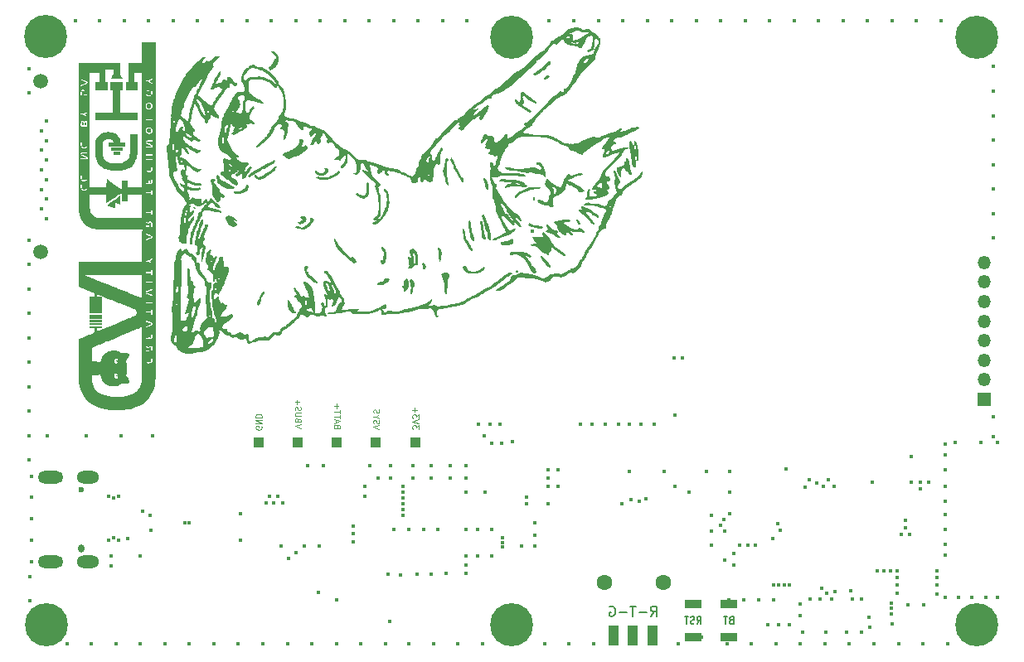
<source format=gbr>
%TF.GenerationSoftware,KiCad,Pcbnew,(5.99.0-11174-ge2a2c3282a)*%
%TF.CreationDate,2021-07-05T21:59:09+02:00*%
%TF.ProjectId,flatlight_rev20_ESIDE,666c6174-6c69-4676-9874-5f7265763230,rev?*%
%TF.SameCoordinates,Original*%
%TF.FileFunction,Soldermask,Bot*%
%TF.FilePolarity,Negative*%
%FSLAX46Y46*%
G04 Gerber Fmt 4.6, Leading zero omitted, Abs format (unit mm)*
G04 Created by KiCad (PCBNEW (5.99.0-11174-ge2a2c3282a)) date 2021-07-05 21:59:09*
%MOMM*%
%LPD*%
G01*
G04 APERTURE LIST*
%ADD10C,0.150000*%
%ADD11C,0.100000*%
%ADD12C,0.200000*%
%ADD13C,4.400000*%
%ADD14C,0.700000*%
%ADD15C,1.500000*%
%ADD16R,1.350000X1.350000*%
%ADD17O,1.350000X1.350000*%
%ADD18C,1.600000*%
%ADD19C,0.600000*%
%ADD20O,0.600000X0.850000*%
%ADD21O,2.300000X1.300000*%
%ADD22O,2.600000X1.300000*%
%ADD23R,1.700000X0.900000*%
%ADD24R,1.000000X1.000000*%
%ADD25R,1.000000X2.000000*%
%ADD26C,0.450000*%
%ADD27C,1.000000*%
G04 APERTURE END LIST*
D10*
%TO.C,SW1*%
X112166666Y-127100000D02*
X112066666Y-127133333D01*
X112033333Y-127166666D01*
X112000000Y-127233333D01*
X112000000Y-127333333D01*
X112033333Y-127400000D01*
X112066666Y-127433333D01*
X112133333Y-127466666D01*
X112400000Y-127466666D01*
X112400000Y-126766666D01*
X112166666Y-126766666D01*
X112100000Y-126800000D01*
X112066666Y-126833333D01*
X112033333Y-126900000D01*
X112033333Y-126966666D01*
X112066666Y-127033333D01*
X112100000Y-127066666D01*
X112166666Y-127100000D01*
X112400000Y-127100000D01*
X111800000Y-126766666D02*
X111400000Y-126766666D01*
X111600000Y-127466666D02*
X111600000Y-126766666D01*
%TO.C,SW2*%
X108683333Y-127466666D02*
X108916666Y-127133333D01*
X109083333Y-127466666D02*
X109083333Y-126766666D01*
X108816666Y-126766666D01*
X108750000Y-126800000D01*
X108716666Y-126833333D01*
X108683333Y-126900000D01*
X108683333Y-127000000D01*
X108716666Y-127066666D01*
X108750000Y-127100000D01*
X108816666Y-127133333D01*
X109083333Y-127133333D01*
X108416666Y-127433333D02*
X108316666Y-127466666D01*
X108150000Y-127466666D01*
X108083333Y-127433333D01*
X108050000Y-127400000D01*
X108016666Y-127333333D01*
X108016666Y-127266666D01*
X108050000Y-127200000D01*
X108083333Y-127166666D01*
X108150000Y-127133333D01*
X108283333Y-127100000D01*
X108350000Y-127066666D01*
X108383333Y-127033333D01*
X108416666Y-126966666D01*
X108416666Y-126900000D01*
X108383333Y-126833333D01*
X108350000Y-126800000D01*
X108283333Y-126766666D01*
X108116666Y-126766666D01*
X108016666Y-126800000D01*
X107816666Y-126766666D02*
X107416666Y-126766666D01*
X107616666Y-127466666D02*
X107616666Y-126766666D01*
D11*
%TO.C,TP1*%
X80228571Y-107564285D02*
X80228571Y-107192857D01*
X80000000Y-107392857D01*
X80000000Y-107307142D01*
X79971428Y-107250000D01*
X79942857Y-107221428D01*
X79885714Y-107192857D01*
X79742857Y-107192857D01*
X79685714Y-107221428D01*
X79657142Y-107250000D01*
X79628571Y-107307142D01*
X79628571Y-107478571D01*
X79657142Y-107535714D01*
X79685714Y-107564285D01*
X80228571Y-107021428D02*
X79628571Y-106821428D01*
X80228571Y-106621428D01*
X80228571Y-106478571D02*
X80228571Y-106107142D01*
X80000000Y-106307142D01*
X80000000Y-106221428D01*
X79971428Y-106164285D01*
X79942857Y-106135714D01*
X79885714Y-106107142D01*
X79742857Y-106107142D01*
X79685714Y-106135714D01*
X79657142Y-106164285D01*
X79628571Y-106221428D01*
X79628571Y-106392857D01*
X79657142Y-106450000D01*
X79685714Y-106478571D01*
X79857142Y-105850000D02*
X79857142Y-105392857D01*
X79628571Y-105621428D02*
X80085714Y-105621428D01*
%TO.C,TP2*%
X71942857Y-107292857D02*
X71914285Y-107207142D01*
X71885714Y-107178571D01*
X71828571Y-107150000D01*
X71742857Y-107150000D01*
X71685714Y-107178571D01*
X71657142Y-107207142D01*
X71628571Y-107264285D01*
X71628571Y-107492857D01*
X72228571Y-107492857D01*
X72228571Y-107292857D01*
X72200000Y-107235714D01*
X72171428Y-107207142D01*
X72114285Y-107178571D01*
X72057142Y-107178571D01*
X72000000Y-107207142D01*
X71971428Y-107235714D01*
X71942857Y-107292857D01*
X71942857Y-107492857D01*
X71800000Y-106921428D02*
X71800000Y-106635714D01*
X71628571Y-106978571D02*
X72228571Y-106778571D01*
X71628571Y-106578571D01*
X72228571Y-106464285D02*
X72228571Y-106121428D01*
X71628571Y-106292857D02*
X72228571Y-106292857D01*
X72228571Y-106007142D02*
X72228571Y-105664285D01*
X71628571Y-105835714D02*
X72228571Y-105835714D01*
X71857142Y-105464285D02*
X71857142Y-105007142D01*
X71628571Y-105235714D02*
X72085714Y-105235714D01*
%TO.C,TP3*%
X68228571Y-107471428D02*
X67628571Y-107271428D01*
X68228571Y-107071428D01*
X67942857Y-106671428D02*
X67914285Y-106585714D01*
X67885714Y-106557142D01*
X67828571Y-106528571D01*
X67742857Y-106528571D01*
X67685714Y-106557142D01*
X67657142Y-106585714D01*
X67628571Y-106642857D01*
X67628571Y-106871428D01*
X68228571Y-106871428D01*
X68228571Y-106671428D01*
X68200000Y-106614285D01*
X68171428Y-106585714D01*
X68114285Y-106557142D01*
X68057142Y-106557142D01*
X68000000Y-106585714D01*
X67971428Y-106614285D01*
X67942857Y-106671428D01*
X67942857Y-106871428D01*
X68228571Y-106271428D02*
X67742857Y-106271428D01*
X67685714Y-106242857D01*
X67657142Y-106214285D01*
X67628571Y-106157142D01*
X67628571Y-106042857D01*
X67657142Y-105985714D01*
X67685714Y-105957142D01*
X67742857Y-105928571D01*
X68228571Y-105928571D01*
X67657142Y-105671428D02*
X67628571Y-105585714D01*
X67628571Y-105442857D01*
X67657142Y-105385714D01*
X67685714Y-105357142D01*
X67742857Y-105328571D01*
X67800000Y-105328571D01*
X67857142Y-105357142D01*
X67885714Y-105385714D01*
X67914285Y-105442857D01*
X67942857Y-105557142D01*
X67971428Y-105614285D01*
X68000000Y-105642857D01*
X68057142Y-105671428D01*
X68114285Y-105671428D01*
X68171428Y-105642857D01*
X68200000Y-105614285D01*
X68228571Y-105557142D01*
X68228571Y-105414285D01*
X68200000Y-105328571D01*
X67857142Y-105071428D02*
X67857142Y-104614285D01*
X67628571Y-104842857D02*
X68085714Y-104842857D01*
%TO.C,TP4*%
X64200000Y-107307142D02*
X64228571Y-107364285D01*
X64228571Y-107450000D01*
X64200000Y-107535714D01*
X64142857Y-107592857D01*
X64085714Y-107621428D01*
X63971428Y-107650000D01*
X63885714Y-107650000D01*
X63771428Y-107621428D01*
X63714285Y-107592857D01*
X63657142Y-107535714D01*
X63628571Y-107450000D01*
X63628571Y-107392857D01*
X63657142Y-107307142D01*
X63685714Y-107278571D01*
X63885714Y-107278571D01*
X63885714Y-107392857D01*
X63628571Y-107021428D02*
X64228571Y-107021428D01*
X63628571Y-106678571D01*
X64228571Y-106678571D01*
X63628571Y-106392857D02*
X64228571Y-106392857D01*
X64228571Y-106250000D01*
X64200000Y-106164285D01*
X64142857Y-106107142D01*
X64085714Y-106078571D01*
X63971428Y-106050000D01*
X63885714Y-106050000D01*
X63771428Y-106078571D01*
X63714285Y-106107142D01*
X63657142Y-106164285D01*
X63628571Y-106250000D01*
X63628571Y-106392857D01*
%TO.C,TP6*%
X76228571Y-107578571D02*
X75628571Y-107378571D01*
X76228571Y-107178571D01*
X75657142Y-107007142D02*
X75628571Y-106921428D01*
X75628571Y-106778571D01*
X75657142Y-106721428D01*
X75685714Y-106692857D01*
X75742857Y-106664285D01*
X75800000Y-106664285D01*
X75857142Y-106692857D01*
X75885714Y-106721428D01*
X75914285Y-106778571D01*
X75942857Y-106892857D01*
X75971428Y-106950000D01*
X76000000Y-106978571D01*
X76057142Y-107007142D01*
X76114285Y-107007142D01*
X76171428Y-106978571D01*
X76200000Y-106950000D01*
X76228571Y-106892857D01*
X76228571Y-106750000D01*
X76200000Y-106664285D01*
X75914285Y-106292857D02*
X75628571Y-106292857D01*
X76228571Y-106492857D02*
X75914285Y-106292857D01*
X76228571Y-106092857D01*
X75657142Y-105921428D02*
X75628571Y-105835714D01*
X75628571Y-105692857D01*
X75657142Y-105635714D01*
X75685714Y-105607142D01*
X75742857Y-105578571D01*
X75800000Y-105578571D01*
X75857142Y-105607142D01*
X75885714Y-105635714D01*
X75914285Y-105692857D01*
X75942857Y-105807142D01*
X75971428Y-105864285D01*
X76000000Y-105892857D01*
X76057142Y-105921428D01*
X76114285Y-105921428D01*
X76171428Y-105892857D01*
X76200000Y-105864285D01*
X76228571Y-105807142D01*
X76228571Y-105664285D01*
X76200000Y-105578571D01*
D12*
%TO.C,J3*%
X103959523Y-126702380D02*
X104292857Y-126226190D01*
X104530952Y-126702380D02*
X104530952Y-125702380D01*
X104150000Y-125702380D01*
X104054761Y-125750000D01*
X104007142Y-125797619D01*
X103959523Y-125892857D01*
X103959523Y-126035714D01*
X104007142Y-126130952D01*
X104054761Y-126178571D01*
X104150000Y-126226190D01*
X104530952Y-126226190D01*
X103530952Y-126321428D02*
X102769047Y-126321428D01*
X102435714Y-125702380D02*
X101864285Y-125702380D01*
X102150000Y-126702380D02*
X102150000Y-125702380D01*
X101530952Y-126321428D02*
X100769047Y-126321428D01*
X99769047Y-125750000D02*
X99864285Y-125702380D01*
X100007142Y-125702380D01*
X100150000Y-125750000D01*
X100245238Y-125845238D01*
X100292857Y-125940476D01*
X100340476Y-126130952D01*
X100340476Y-126273809D01*
X100292857Y-126464285D01*
X100245238Y-126559523D01*
X100150000Y-126654761D01*
X100007142Y-126702380D01*
X99911904Y-126702380D01*
X99769047Y-126654761D01*
X99721428Y-126607142D01*
X99721428Y-126273809D01*
X99911904Y-126273809D01*
%TO.C,logo9*%
G36*
X48795887Y-105612686D02*
G01*
X48362117Y-105561962D01*
X47959750Y-105483219D01*
X47588601Y-105376403D01*
X47248486Y-105241458D01*
X46939221Y-105078328D01*
X46660619Y-104886959D01*
X46412497Y-104667295D01*
X46222510Y-104455984D01*
X46025678Y-104179907D01*
X45860765Y-103876950D01*
X45727541Y-103546612D01*
X45625776Y-103188394D01*
X45555240Y-102801794D01*
X45554295Y-102794558D01*
X45549499Y-102745279D01*
X45545231Y-102677412D01*
X45541463Y-102588798D01*
X45538168Y-102477272D01*
X45535317Y-102340675D01*
X45532882Y-102176843D01*
X45532094Y-102102415D01*
X46900250Y-102102415D01*
X46902930Y-102266742D01*
X46907103Y-102384275D01*
X46938664Y-102678592D01*
X46999138Y-102952641D01*
X47087297Y-103203330D01*
X47201913Y-103427568D01*
X47341758Y-103622262D01*
X47505605Y-103784320D01*
X47572552Y-103836089D01*
X47778286Y-103962364D01*
X48018561Y-104068402D01*
X48291146Y-104153695D01*
X48593811Y-104217731D01*
X48924326Y-104260000D01*
X49280462Y-104279993D01*
X49659987Y-104277199D01*
X49669893Y-104276828D01*
X50038402Y-104252547D01*
X50370453Y-104208542D01*
X50667565Y-104143813D01*
X50931261Y-104057361D01*
X51163061Y-103948186D01*
X51364486Y-103815290D01*
X51537059Y-103657672D01*
X51682299Y-103474334D01*
X51801728Y-103264276D01*
X51896868Y-103026499D01*
X51969238Y-102760003D01*
X51970255Y-102755343D01*
X51976584Y-102725254D01*
X51982273Y-102694708D01*
X51987361Y-102661376D01*
X51991892Y-102622931D01*
X51995905Y-102577043D01*
X51999443Y-102521385D01*
X52002548Y-102453627D01*
X52005259Y-102371442D01*
X52007619Y-102272501D01*
X52009670Y-102154476D01*
X52011452Y-102015038D01*
X52013008Y-101851858D01*
X52014377Y-101662609D01*
X52015603Y-101444963D01*
X52016726Y-101196589D01*
X52017788Y-100915161D01*
X52018831Y-100598350D01*
X52019121Y-100501669D01*
X52408173Y-100501669D01*
X52408723Y-100580423D01*
X52412185Y-100650069D01*
X52420831Y-100696947D01*
X52436913Y-100731976D01*
X52462681Y-100766073D01*
X52515645Y-100812722D01*
X52604825Y-100853086D01*
X52706252Y-100869548D01*
X52809946Y-100863010D01*
X52905920Y-100834374D01*
X52984193Y-100784540D01*
X53034780Y-100714411D01*
X53049432Y-100660147D01*
X53060712Y-100572996D01*
X53064887Y-100472199D01*
X53064581Y-100403944D01*
X53061924Y-100346433D01*
X53054340Y-100316026D01*
X53039257Y-100304103D01*
X53014100Y-100302044D01*
X52991461Y-100303689D01*
X52975192Y-100314377D01*
X52965610Y-100342439D01*
X52960048Y-100396200D01*
X52955842Y-100483984D01*
X52954595Y-100510552D01*
X52944086Y-100613081D01*
X52921807Y-100681443D01*
X52882082Y-100722176D01*
X52819234Y-100741820D01*
X52727586Y-100746915D01*
X52704959Y-100746697D01*
X52622481Y-100738756D01*
X52567318Y-100714668D01*
X52534308Y-100668009D01*
X52518288Y-100592356D01*
X52514095Y-100481285D01*
X52513635Y-100395936D01*
X52510593Y-100342247D01*
X52502485Y-100314307D01*
X52486827Y-100303708D01*
X52461134Y-100302044D01*
X52452794Y-100302086D01*
X52431093Y-100305076D01*
X52417895Y-100318561D01*
X52411085Y-100350509D01*
X52408549Y-100408889D01*
X52408173Y-100501669D01*
X52019121Y-100501669D01*
X52019894Y-100243826D01*
X52021021Y-99849263D01*
X52021666Y-99613585D01*
X52022597Y-99232052D01*
X52022830Y-99111920D01*
X52408173Y-99111920D01*
X52410400Y-99137815D01*
X52425785Y-99170103D01*
X52462912Y-99202892D01*
X52529983Y-99245152D01*
X52555072Y-99260029D01*
X52610032Y-99295660D01*
X52639733Y-99325979D01*
X52652897Y-99362716D01*
X52658250Y-99417598D01*
X52664707Y-99518224D01*
X52536440Y-99518224D01*
X52529953Y-99518226D01*
X52461816Y-99519545D01*
X52425411Y-99526084D01*
X52410832Y-99541934D01*
X52408173Y-99571185D01*
X52408617Y-99588097D01*
X52415271Y-99608514D01*
X52437160Y-99619263D01*
X52483328Y-99623441D01*
X52562819Y-99624146D01*
X52639906Y-99621480D01*
X52707578Y-99612565D01*
X52742886Y-99598724D01*
X52755973Y-99566092D01*
X52765194Y-99497880D01*
X52768631Y-99402769D01*
X52768791Y-99381458D01*
X52771608Y-99301526D01*
X52777176Y-99240260D01*
X52784520Y-99209506D01*
X52804241Y-99189013D01*
X52856891Y-99172923D01*
X52914165Y-99192666D01*
X52929906Y-99205518D01*
X52945312Y-99229087D01*
X52954094Y-99267191D01*
X52958047Y-99329104D01*
X52958966Y-99424096D01*
X52958977Y-99456215D01*
X52959778Y-99537897D01*
X52963366Y-99587570D01*
X52971848Y-99613197D01*
X52987333Y-99622735D01*
X53011927Y-99624146D01*
X53064887Y-99624146D01*
X53064887Y-99400081D01*
X53064812Y-99345506D01*
X53063426Y-99262852D01*
X53058644Y-99208063D01*
X53048370Y-99171461D01*
X53030509Y-99143364D01*
X53002964Y-99114092D01*
X52958388Y-99078119D01*
X52878884Y-99050371D01*
X52797786Y-99064030D01*
X52719381Y-99119020D01*
X52652529Y-99185872D01*
X52600386Y-99156987D01*
X52408173Y-99050508D01*
X52408173Y-99111920D01*
X52022830Y-99111920D01*
X52023262Y-98889882D01*
X52023646Y-98585159D01*
X52023736Y-98315970D01*
X52023517Y-98080400D01*
X52023499Y-98073641D01*
X52408173Y-98073641D01*
X52408497Y-98132554D01*
X52412329Y-98231248D01*
X52422649Y-98299002D01*
X52442142Y-98343551D01*
X52473494Y-98372630D01*
X52519391Y-98393977D01*
X52533151Y-98398185D01*
X52600386Y-98401180D01*
X52665129Y-98382652D01*
X52708326Y-98347307D01*
X52727830Y-98336888D01*
X52763386Y-98359225D01*
X52811711Y-98385596D01*
X52885251Y-98396019D01*
X52958798Y-98384258D01*
X53013939Y-98350924D01*
X53024166Y-98338056D01*
X53039772Y-98305555D01*
X53050190Y-98256759D01*
X53056922Y-98182980D01*
X53061466Y-98075527D01*
X53068636Y-97844663D01*
X53011913Y-97844663D01*
X52986117Y-97846365D01*
X52970450Y-97857004D01*
X52962386Y-97884938D01*
X52959400Y-97938525D01*
X52958966Y-98026122D01*
X52958770Y-98056881D01*
X52953106Y-98165227D01*
X52938609Y-98237202D01*
X52913930Y-98277179D01*
X52877720Y-98289533D01*
X52847997Y-98285842D01*
X52819010Y-98265801D01*
X52801104Y-98222660D01*
X52792018Y-98150069D01*
X52789491Y-98041677D01*
X52789484Y-98016570D01*
X52788747Y-97933296D01*
X52785285Y-97882489D01*
X52776972Y-97856127D01*
X52761685Y-97846192D01*
X52737298Y-97844663D01*
X52728999Y-97844727D01*
X52707734Y-97848088D01*
X52694351Y-97862321D01*
X52686603Y-97895297D01*
X52682248Y-97954888D01*
X52679041Y-98048962D01*
X52678218Y-98074695D01*
X52673521Y-98165248D01*
X52665947Y-98223571D01*
X52653930Y-98257929D01*
X52635905Y-98276585D01*
X52607444Y-98288566D01*
X52561760Y-98276585D01*
X52557087Y-98273320D01*
X52540554Y-98251844D01*
X52529677Y-98212801D01*
X52522889Y-98147928D01*
X52518624Y-98048962D01*
X52517644Y-98016486D01*
X52514327Y-97933642D01*
X52509185Y-97882908D01*
X52499974Y-97856414D01*
X52484449Y-97846289D01*
X52460367Y-97844663D01*
X52408173Y-97844663D01*
X52408173Y-98073641D01*
X52023499Y-98073641D01*
X52022976Y-97876533D01*
X52022098Y-97702456D01*
X52020870Y-97556254D01*
X52019278Y-97436012D01*
X52017306Y-97339816D01*
X52014942Y-97265750D01*
X52012172Y-97211900D01*
X52008981Y-97176353D01*
X52005355Y-97157192D01*
X52001281Y-97152503D01*
X51995079Y-97155168D01*
X51991566Y-97156678D01*
X51944712Y-97176422D01*
X51864393Y-97210070D01*
X51754377Y-97256052D01*
X51618433Y-97312800D01*
X51460329Y-97378744D01*
X51283834Y-97452314D01*
X51092716Y-97531942D01*
X50890744Y-97616057D01*
X50681687Y-97703091D01*
X50469312Y-97791474D01*
X50257389Y-97879637D01*
X50049686Y-97966011D01*
X49849972Y-98049025D01*
X49662015Y-98127112D01*
X49489584Y-98198701D01*
X49336447Y-98262223D01*
X49157390Y-98336458D01*
X48953831Y-98420858D01*
X48749724Y-98505491D01*
X48553008Y-98587066D01*
X48371619Y-98662291D01*
X48213495Y-98727875D01*
X48086572Y-98780527D01*
X48074311Y-98785613D01*
X47913133Y-98852393D01*
X47738549Y-98924598D01*
X47563691Y-98996804D01*
X47401691Y-99063589D01*
X47265680Y-99119530D01*
X46900250Y-99269567D01*
X46900250Y-100662177D01*
X47149166Y-100662295D01*
X47224382Y-100662845D01*
X47347219Y-100667816D01*
X47441985Y-100679777D01*
X47518092Y-100700923D01*
X47584953Y-100733449D01*
X47651978Y-100779549D01*
X47693454Y-100810462D01*
X47737259Y-100841014D01*
X47758398Y-100852836D01*
X47765327Y-100838919D01*
X47768807Y-100798333D01*
X47772202Y-100752963D01*
X47789407Y-100658090D01*
X47793173Y-100643128D01*
X49190366Y-100643128D01*
X49193842Y-100733214D01*
X49208755Y-100801802D01*
X49208764Y-100801825D01*
X49240361Y-100840944D01*
X49291148Y-100872807D01*
X49327525Y-100885588D01*
X49368030Y-100884560D01*
X49414887Y-100857278D01*
X49459210Y-100822775D01*
X49508752Y-100775802D01*
X49539190Y-100736439D01*
X49542892Y-100713271D01*
X49532584Y-100707546D01*
X49489831Y-100692336D01*
X49428274Y-100674944D01*
X49381695Y-100660918D01*
X49335091Y-100635641D01*
X49330627Y-100609466D01*
X49368190Y-100583088D01*
X49447665Y-100557201D01*
X49514990Y-100538698D01*
X49551788Y-100521423D01*
X49566685Y-100497877D01*
X49569475Y-100460268D01*
X49566705Y-100433842D01*
X49537498Y-100369319D01*
X49486024Y-100321037D01*
X49424257Y-100302044D01*
X49388342Y-100308457D01*
X49322118Y-100343991D01*
X49260839Y-100401093D01*
X49218050Y-100468809D01*
X49215583Y-100475043D01*
X49197791Y-100550689D01*
X49190366Y-100643128D01*
X47793173Y-100643128D01*
X47818105Y-100544089D01*
X47854866Y-100422900D01*
X47896258Y-100306462D01*
X47938849Y-100206714D01*
X48020224Y-100064176D01*
X48153226Y-99902975D01*
X48314595Y-99772270D01*
X48503140Y-99672655D01*
X48717671Y-99604725D01*
X48956999Y-99569075D01*
X49219933Y-99566301D01*
X49234554Y-99567081D01*
X49401885Y-99584032D01*
X49543178Y-99616921D01*
X49672147Y-99670013D01*
X49802502Y-99747575D01*
X49859553Y-99785478D01*
X49911085Y-99815581D01*
X49950258Y-99828401D01*
X49989801Y-99827617D01*
X50042442Y-99816907D01*
X50144934Y-99800618D01*
X50264189Y-99795118D01*
X50383582Y-99801066D01*
X50494675Y-99817203D01*
X50589029Y-99842267D01*
X50658206Y-99875001D01*
X50693768Y-99914143D01*
X50703225Y-99973041D01*
X50690727Y-100071404D01*
X50652794Y-100194638D01*
X50590694Y-100338794D01*
X50505693Y-100499923D01*
X50410919Y-100666026D01*
X50450944Y-100870649D01*
X50458315Y-100911403D01*
X50480637Y-101096248D01*
X50491087Y-101302308D01*
X50489660Y-101514111D01*
X50476354Y-101716187D01*
X50451165Y-101893067D01*
X50411361Y-102096517D01*
X50499818Y-102247976D01*
X50530717Y-102303109D01*
X50592744Y-102429527D01*
X50642466Y-102553114D01*
X50677983Y-102667170D01*
X50697397Y-102764996D01*
X50698812Y-102839891D01*
X50680327Y-102885154D01*
X50668810Y-102893312D01*
X50615931Y-102914585D01*
X50537787Y-102935563D01*
X50446443Y-102953701D01*
X50353963Y-102966452D01*
X50272411Y-102971268D01*
X50220295Y-102969739D01*
X50124134Y-102961313D01*
X50042442Y-102947982D01*
X49994725Y-102938020D01*
X49955075Y-102935980D01*
X49916937Y-102946789D01*
X49868117Y-102974093D01*
X49796427Y-103021537D01*
X49747177Y-103053459D01*
X49631426Y-103115968D01*
X49513794Y-103158244D01*
X49451919Y-103170411D01*
X49381042Y-103184348D01*
X49219933Y-103198340D01*
X49014744Y-103199349D01*
X48770062Y-103171453D01*
X48549897Y-103111170D01*
X48355450Y-103019100D01*
X48187922Y-102895845D01*
X48048512Y-102742003D01*
X47938422Y-102558174D01*
X47910834Y-102495669D01*
X47868811Y-102383746D01*
X47830182Y-102262961D01*
X47798362Y-102145227D01*
X47788618Y-102098857D01*
X49189005Y-102098857D01*
X49190557Y-102149069D01*
X49207365Y-102255671D01*
X49246347Y-102339400D01*
X49312167Y-102412123D01*
X49382633Y-102452140D01*
X49451919Y-102454677D01*
X49511691Y-102423975D01*
X49553645Y-102364301D01*
X49569475Y-102279921D01*
X49569474Y-102278698D01*
X49565710Y-102231235D01*
X49545812Y-102212149D01*
X49496709Y-102208633D01*
X49436460Y-102203965D01*
X49373585Y-102188439D01*
X49331172Y-102166046D01*
X49320161Y-102140977D01*
X49344022Y-102118038D01*
X49390732Y-102097373D01*
X49444062Y-102080061D01*
X49503908Y-102057935D01*
X49554855Y-102037075D01*
X49473128Y-101953379D01*
X49421867Y-101906094D01*
X49365793Y-101875724D01*
X49327525Y-101877925D01*
X49311934Y-101878822D01*
X49249684Y-101913495D01*
X49244215Y-101917422D01*
X49213386Y-101943771D01*
X49196682Y-101974318D01*
X49189943Y-102021776D01*
X49189005Y-102098857D01*
X47788618Y-102098857D01*
X47776765Y-102042454D01*
X47768807Y-101966555D01*
X47768679Y-101958312D01*
X47759515Y-101919491D01*
X47734714Y-101919015D01*
X47692649Y-101956675D01*
X47682344Y-101967332D01*
X47597838Y-102026070D01*
X47482630Y-102072486D01*
X47345764Y-102104366D01*
X47196287Y-102119494D01*
X47043244Y-102115657D01*
X46900250Y-102102415D01*
X45532094Y-102102415D01*
X45530836Y-101983615D01*
X45529151Y-101758828D01*
X45527797Y-101500322D01*
X45526749Y-101205933D01*
X45525976Y-100873500D01*
X45525452Y-100500860D01*
X45523269Y-98401178D01*
X46100542Y-98162525D01*
X46102639Y-98161658D01*
X46263891Y-98095019D01*
X46425377Y-98028325D01*
X46579220Y-97964827D01*
X46717544Y-97907776D01*
X46832470Y-97860420D01*
X46916124Y-97826011D01*
X47154432Y-97728149D01*
X47154447Y-97500417D01*
X47154462Y-97272686D01*
X46667223Y-97272686D01*
X46667223Y-97060843D01*
X47959466Y-97060843D01*
X47959466Y-97272686D01*
X47387490Y-97272686D01*
X47387490Y-97629968D01*
X47583445Y-97549423D01*
X47620659Y-97534102D01*
X47708974Y-97497667D01*
X47826192Y-97449246D01*
X47965973Y-97391460D01*
X48121977Y-97326932D01*
X48287866Y-97258281D01*
X48457298Y-97188130D01*
X48480225Y-97178635D01*
X48680456Y-97095723D01*
X48900134Y-97004775D01*
X49127540Y-96910642D01*
X49350956Y-96818173D01*
X49558665Y-96732220D01*
X49738949Y-96657631D01*
X49896003Y-96592663D01*
X50063478Y-96523381D01*
X52408113Y-96523381D01*
X52408173Y-96548000D01*
X52408232Y-96555146D01*
X52411201Y-96578770D01*
X52423172Y-96598505D01*
X52450315Y-96618005D01*
X52498801Y-96640924D01*
X52574800Y-96670917D01*
X52684482Y-96711637D01*
X52720854Y-96725132D01*
X52830515Y-96767998D01*
X52903780Y-96801097D01*
X52944014Y-96826088D01*
X52954582Y-96844625D01*
X52954285Y-96845637D01*
X52929908Y-96866485D01*
X52871832Y-96898023D01*
X52785980Y-96937318D01*
X52678274Y-96981439D01*
X52661626Y-96987943D01*
X52558464Y-97028816D01*
X52487900Y-97058936D01*
X52443761Y-97082110D01*
X52419875Y-97102145D01*
X52410070Y-97122847D01*
X52408173Y-97148023D01*
X52409738Y-97190735D01*
X52413635Y-97209133D01*
X52421161Y-97206581D01*
X52461341Y-97191285D01*
X52530082Y-97164491D01*
X52620555Y-97128868D01*
X52725933Y-97087085D01*
X52789880Y-97061443D01*
X52893462Y-97018225D01*
X52966257Y-96984392D01*
X53014366Y-96956651D01*
X53043891Y-96931707D01*
X53060936Y-96906268D01*
X53075021Y-96865729D01*
X53070357Y-96789993D01*
X53066046Y-96778830D01*
X53064887Y-96777141D01*
X53049496Y-96754718D01*
X53018800Y-96730821D01*
X52967531Y-96703496D01*
X52889259Y-96669095D01*
X52777557Y-96623976D01*
X52662836Y-96578527D01*
X52563727Y-96539779D01*
X52494289Y-96514296D01*
X52449267Y-96500996D01*
X52423402Y-96498798D01*
X52411437Y-96506620D01*
X52408113Y-96523381D01*
X50063478Y-96523381D01*
X50090179Y-96512335D01*
X50289454Y-96429898D01*
X50482765Y-96349925D01*
X50659049Y-96276995D01*
X50807245Y-96215684D01*
X50926876Y-96165726D01*
X51069502Y-96103968D01*
X51180427Y-96052026D01*
X51264399Y-96007003D01*
X51326167Y-95965999D01*
X51370476Y-95926118D01*
X51402075Y-95884461D01*
X51425712Y-95838129D01*
X51435099Y-95812051D01*
X51452071Y-95715553D01*
X51451314Y-95610884D01*
X51444357Y-95577940D01*
X52408173Y-95577940D01*
X52408173Y-95682596D01*
X52678274Y-95688525D01*
X52948374Y-95694454D01*
X52954830Y-95795080D01*
X52956890Y-95823231D01*
X52964750Y-95870825D01*
X52981361Y-95891318D01*
X53013087Y-95895705D01*
X53064887Y-95895705D01*
X53064887Y-95387281D01*
X53011927Y-95387281D01*
X52997642Y-95387646D01*
X52971951Y-95395914D01*
X52961161Y-95423785D01*
X52958966Y-95482611D01*
X52958966Y-95577940D01*
X52408173Y-95577940D01*
X51444357Y-95577940D01*
X51432347Y-95521063D01*
X51422938Y-95497872D01*
X51403770Y-95461673D01*
X51377406Y-95428377D01*
X51339796Y-95395739D01*
X51286889Y-95361515D01*
X51214635Y-95323458D01*
X51118981Y-95279323D01*
X50995879Y-95226864D01*
X50841276Y-95163836D01*
X50651122Y-95087993D01*
X50600993Y-95068113D01*
X50404161Y-94990060D01*
X50182810Y-94902294D01*
X49948503Y-94809399D01*
X49749654Y-94730568D01*
X52408173Y-94730568D01*
X53064887Y-94730568D01*
X53064887Y-94624646D01*
X52408173Y-94624646D01*
X52408173Y-94730568D01*
X49749654Y-94730568D01*
X49712803Y-94715959D01*
X49487277Y-94626560D01*
X49283486Y-94545786D01*
X49176474Y-94503373D01*
X48869230Y-94381601D01*
X48598515Y-94274305D01*
X48362166Y-94180628D01*
X48158020Y-94099712D01*
X47983913Y-94030698D01*
X47837682Y-93972730D01*
X47717164Y-93924951D01*
X47620196Y-93886502D01*
X47544614Y-93856525D01*
X47488256Y-93834164D01*
X47448958Y-93818561D01*
X47424557Y-93808857D01*
X47412889Y-93804197D01*
X47407576Y-93802810D01*
X47395021Y-93813532D01*
X47390106Y-93853130D01*
X47391705Y-93928178D01*
X47398082Y-94063261D01*
X47959466Y-94075083D01*
X47959466Y-95768599D01*
X46667223Y-95768599D01*
X46667223Y-94073854D01*
X47177296Y-94073854D01*
X47165054Y-93704226D01*
X46963803Y-93625929D01*
X46949306Y-93620279D01*
X46868911Y-93588764D01*
X46757914Y-93545063D01*
X46623330Y-93491944D01*
X46472174Y-93432179D01*
X46311461Y-93368540D01*
X46148207Y-93303796D01*
X45533862Y-93059959D01*
X45528710Y-91838908D01*
X46110139Y-91838908D01*
X46923585Y-92162276D01*
X47041364Y-92209140D01*
X47194297Y-92270074D01*
X47372472Y-92341130D01*
X47573082Y-92421186D01*
X47793319Y-92509118D01*
X48030374Y-92603802D01*
X48281440Y-92704114D01*
X48543708Y-92808932D01*
X48814370Y-92917131D01*
X49090618Y-93027588D01*
X49369643Y-93139180D01*
X49648638Y-93250782D01*
X49924794Y-93361272D01*
X50195304Y-93469526D01*
X50457358Y-93574419D01*
X50708149Y-93674830D01*
X50944869Y-93769633D01*
X51164709Y-93857707D01*
X51364862Y-93937926D01*
X51542519Y-94009167D01*
X51694872Y-94070308D01*
X51819112Y-94120224D01*
X51912433Y-94157792D01*
X51972024Y-94181888D01*
X51995079Y-94191388D01*
X51997982Y-94186527D01*
X52002560Y-94144996D01*
X52006180Y-94061440D01*
X52008838Y-93936072D01*
X52010531Y-93769107D01*
X52011106Y-93604486D01*
X52387986Y-93604486D01*
X52396069Y-93670125D01*
X52424062Y-93718986D01*
X52446484Y-93732213D01*
X52502370Y-93758499D01*
X52581476Y-93792785D01*
X52674932Y-93831526D01*
X52773864Y-93871176D01*
X52869400Y-93908187D01*
X52952668Y-93939015D01*
X53014795Y-93960112D01*
X53046909Y-93967932D01*
X53059209Y-93951965D01*
X53064764Y-93909675D01*
X53064297Y-93896254D01*
X53058035Y-93873148D01*
X53038992Y-93853061D01*
X53000354Y-93831775D01*
X52935306Y-93805074D01*
X52837033Y-93768738D01*
X52780573Y-93748137D01*
X52666970Y-93705604D01*
X52587206Y-93673273D01*
X52536793Y-93648754D01*
X52511239Y-93629656D01*
X52506057Y-93613588D01*
X52516758Y-93598158D01*
X52518980Y-93596347D01*
X52554249Y-93576778D01*
X52619382Y-93546551D01*
X52705913Y-93509447D01*
X52805379Y-93469247D01*
X52809276Y-93467717D01*
X52913597Y-93426273D01*
X52984840Y-93395878D01*
X53029299Y-93372553D01*
X53053265Y-93352323D01*
X53063030Y-93331211D01*
X53064887Y-93305241D01*
X53064115Y-93281901D01*
X53054289Y-93254943D01*
X53027815Y-93257331D01*
X52879088Y-93315069D01*
X52735030Y-93372686D01*
X52612178Y-93423657D01*
X52515179Y-93466007D01*
X52448679Y-93497758D01*
X52417325Y-93516936D01*
X52400501Y-93542714D01*
X52387986Y-93604486D01*
X52011106Y-93604486D01*
X52011259Y-93560760D01*
X52011017Y-93311245D01*
X52009802Y-93020778D01*
X52008945Y-92872641D01*
X52007553Y-92661471D01*
X52006211Y-92485030D01*
X52408173Y-92485030D01*
X52408173Y-92612136D01*
X53064887Y-92612136D01*
X53064887Y-92485030D01*
X52408173Y-92485030D01*
X52006211Y-92485030D01*
X52006066Y-92465896D01*
X52004523Y-92289742D01*
X52002964Y-92136832D01*
X52001429Y-92010993D01*
X51999958Y-91916047D01*
X51998592Y-91855820D01*
X51997370Y-91834137D01*
X51987032Y-91833666D01*
X51937854Y-91833061D01*
X51850377Y-91832554D01*
X51727016Y-91832144D01*
X51570184Y-91831832D01*
X51382294Y-91831620D01*
X51165761Y-91831507D01*
X50922999Y-91831493D01*
X50656420Y-91831580D01*
X50368439Y-91831768D01*
X50061470Y-91832057D01*
X49737926Y-91832448D01*
X49400221Y-91832941D01*
X49050769Y-91833537D01*
X46110139Y-91838908D01*
X45528710Y-91838908D01*
X45527414Y-91531735D01*
X52408173Y-91531735D01*
X52408173Y-91637657D01*
X52958966Y-91637657D01*
X52958966Y-91743578D01*
X52959467Y-91786087D01*
X52964814Y-91828540D01*
X52980495Y-91846066D01*
X53011927Y-91849500D01*
X53064887Y-91849500D01*
X53064887Y-91341076D01*
X53011927Y-91341076D01*
X52997642Y-91341440D01*
X52971951Y-91349709D01*
X52961161Y-91377580D01*
X52958966Y-91436406D01*
X52958966Y-91531735D01*
X52408173Y-91531735D01*
X45527414Y-91531735D01*
X45522944Y-90472519D01*
X52005671Y-90472519D01*
X52005673Y-90419558D01*
X52408173Y-90419558D01*
X52408212Y-90425874D01*
X52412078Y-90452045D01*
X52429186Y-90465981D01*
X52469245Y-90471525D01*
X52541959Y-90472519D01*
X52581391Y-90472821D01*
X52631768Y-90476440D01*
X52675611Y-90487662D01*
X52723159Y-90510764D01*
X52784649Y-90550023D01*
X52870316Y-90609716D01*
X53064887Y-90746913D01*
X53064702Y-90678565D01*
X53060710Y-90640594D01*
X53043392Y-90608386D01*
X53004873Y-90574031D01*
X52937278Y-90528238D01*
X52932756Y-90525318D01*
X52869266Y-90482962D01*
X52821670Y-90448792D01*
X52799970Y-90429967D01*
X52799737Y-90427436D01*
X52818604Y-90404885D01*
X52863796Y-90368246D01*
X52927394Y-90324095D01*
X52995588Y-90277632D01*
X53038994Y-90240679D01*
X53059641Y-90208640D01*
X53064887Y-90173450D01*
X53061279Y-90130768D01*
X53052296Y-90112386D01*
X53040427Y-90118234D01*
X52999759Y-90144306D01*
X52938222Y-90186481D01*
X52863636Y-90239492D01*
X52826978Y-90265880D01*
X52757212Y-90314242D01*
X52715346Y-90338389D01*
X52705694Y-90343956D01*
X52661149Y-90359561D01*
X52612299Y-90365595D01*
X52547870Y-90366598D01*
X52522094Y-90366638D01*
X52457996Y-90368389D01*
X52423980Y-90375391D01*
X52422895Y-90376671D01*
X52410541Y-90391246D01*
X52408173Y-90419558D01*
X52005673Y-90419558D01*
X52005703Y-89609258D01*
X52005875Y-89466528D01*
X52006786Y-89219145D01*
X52007665Y-89074354D01*
X52662385Y-89074354D01*
X52662707Y-89145777D01*
X52665461Y-89201641D01*
X52673352Y-89230842D01*
X52689080Y-89242023D01*
X52715346Y-89243829D01*
X52737666Y-89242800D01*
X52755123Y-89233985D01*
X52764248Y-89208735D01*
X52767743Y-89158406D01*
X52768307Y-89074354D01*
X52767986Y-89002931D01*
X52765231Y-88947067D01*
X52757340Y-88917866D01*
X52741612Y-88906685D01*
X52715346Y-88904879D01*
X52693026Y-88905908D01*
X52675569Y-88914723D01*
X52666444Y-88939973D01*
X52662950Y-88990302D01*
X52662385Y-89074354D01*
X52007665Y-89074354D01*
X52008389Y-88955109D01*
X52010584Y-88686225D01*
X52013270Y-88424296D01*
X52016347Y-88181126D01*
X52019712Y-87968521D01*
X52026885Y-87569602D01*
X52405439Y-87569602D01*
X52412103Y-87635830D01*
X52412456Y-87639249D01*
X52417313Y-87665849D01*
X52429695Y-87687354D01*
X52456058Y-87707690D01*
X52502855Y-87730784D01*
X52576541Y-87760560D01*
X52683570Y-87800946D01*
X52768033Y-87833483D01*
X52867636Y-87876121D01*
X52928042Y-87908773D01*
X52948374Y-87931006D01*
X52937556Y-87946095D01*
X52888678Y-87976459D01*
X52801839Y-88017391D01*
X52678590Y-88068099D01*
X52677211Y-88068640D01*
X52569520Y-88111435D01*
X52495216Y-88143021D01*
X52448131Y-88167148D01*
X52422095Y-88187567D01*
X52410938Y-88208026D01*
X52408490Y-88232277D01*
X52412305Y-88272232D01*
X52422895Y-88290534D01*
X52430703Y-88288526D01*
X52472012Y-88274145D01*
X52541797Y-88248191D01*
X52632863Y-88213362D01*
X52738019Y-88172355D01*
X52761841Y-88162948D01*
X52883104Y-88113151D01*
X52970375Y-88072225D01*
X53028981Y-88036307D01*
X53064249Y-88001538D01*
X53081504Y-87964053D01*
X53086072Y-87919993D01*
X53074616Y-87882994D01*
X53026998Y-87830971D01*
X52958966Y-87786947D01*
X52947692Y-87779651D01*
X52842452Y-87733442D01*
X52762306Y-87704095D01*
X52650038Y-87662405D01*
X52549801Y-87624625D01*
X52405439Y-87569602D01*
X52026885Y-87569602D01*
X52033691Y-87191044D01*
X52026856Y-87191019D01*
X49726479Y-87182635D01*
X49415626Y-87181505D01*
X49079961Y-87180240D01*
X48781794Y-87178973D01*
X48518469Y-87177600D01*
X48287333Y-87176016D01*
X48085731Y-87174117D01*
X47911008Y-87171799D01*
X47760510Y-87168956D01*
X47631582Y-87165486D01*
X47521570Y-87161282D01*
X47427819Y-87156242D01*
X47347674Y-87150261D01*
X47278481Y-87143234D01*
X47217585Y-87135057D01*
X47162332Y-87125626D01*
X47110067Y-87114836D01*
X47058135Y-87102583D01*
X47003883Y-87088762D01*
X46944655Y-87073270D01*
X46854489Y-87044665D01*
X46716616Y-86987980D01*
X46572997Y-86917233D01*
X46438836Y-86840063D01*
X46329338Y-86764109D01*
X46329189Y-86763991D01*
X46136957Y-86591088D01*
X46086244Y-86531184D01*
X45972944Y-86397349D01*
X45937421Y-86341089D01*
X52405453Y-86341089D01*
X52412109Y-86409295D01*
X52416638Y-86436415D01*
X52434375Y-86471980D01*
X52472751Y-86506505D01*
X52540575Y-86549614D01*
X52566917Y-86565295D01*
X52621044Y-86600472D01*
X52649505Y-86629651D01*
X52660539Y-86663998D01*
X52662385Y-86714678D01*
X52662385Y-86807632D01*
X52408173Y-86807632D01*
X52408173Y-86934738D01*
X52554951Y-86934738D01*
X52596972Y-86934355D01*
X52675542Y-86927849D01*
X52725627Y-86907695D01*
X52753560Y-86866744D01*
X52765676Y-86797843D01*
X52768307Y-86693842D01*
X52769195Y-86631335D01*
X52776311Y-86550086D01*
X52793037Y-86500378D01*
X52822326Y-86475485D01*
X52867128Y-86468683D01*
X52894442Y-86472603D01*
X52925381Y-86496006D01*
X52945244Y-86545227D01*
X52955836Y-86625657D01*
X52958966Y-86742686D01*
X52958966Y-86934738D01*
X53068533Y-86934738D01*
X53064887Y-86808987D01*
X53061414Y-86689202D01*
X53059880Y-86639150D01*
X53055913Y-86548282D01*
X53050060Y-86487713D01*
X53040630Y-86448984D01*
X53025935Y-86423638D01*
X53004284Y-86403214D01*
X52952871Y-86376173D01*
X52859197Y-86362761D01*
X52808768Y-86365372D01*
X52755001Y-86382766D01*
X52707016Y-86423892D01*
X52649911Y-86485024D01*
X52527682Y-86413056D01*
X52405453Y-86341089D01*
X45937421Y-86341089D01*
X45835309Y-86179367D01*
X45722210Y-85933738D01*
X45631805Y-85657055D01*
X45562252Y-85345914D01*
X45562195Y-85345595D01*
X45559812Y-85321310D01*
X45557547Y-85275735D01*
X45555396Y-85207910D01*
X45553353Y-85116878D01*
X45551416Y-85001681D01*
X45549579Y-84861360D01*
X45547840Y-84694958D01*
X45546194Y-84501517D01*
X45544637Y-84280078D01*
X45543164Y-84029683D01*
X45541773Y-83749375D01*
X45541268Y-83629984D01*
X46667223Y-83629984D01*
X46670038Y-84228441D01*
X46670645Y-84330760D01*
X46673058Y-84541947D01*
X46677225Y-84718340D01*
X46683594Y-84865234D01*
X46692611Y-84987923D01*
X46704724Y-85091703D01*
X46720378Y-85181867D01*
X46740023Y-85263710D01*
X46764104Y-85342526D01*
X46777318Y-85380251D01*
X46866651Y-85572187D01*
X46981539Y-85731138D01*
X47121166Y-85856342D01*
X47284716Y-85947039D01*
X47471372Y-86002466D01*
X47489502Y-86004580D01*
X47554058Y-86008081D01*
X47659040Y-86011262D01*
X47803209Y-86014110D01*
X47985323Y-86016616D01*
X48204141Y-86018768D01*
X48458425Y-86020553D01*
X48746932Y-86021962D01*
X49068423Y-86022982D01*
X49421657Y-86023603D01*
X49805393Y-86023812D01*
X52026856Y-86023812D01*
X52026856Y-85431917D01*
X52408173Y-85431917D01*
X52408173Y-85536573D01*
X52958966Y-85536573D01*
X52958966Y-85631902D01*
X52959168Y-85657614D01*
X52963762Y-85703859D01*
X52979246Y-85723280D01*
X53011927Y-85727231D01*
X53064887Y-85727231D01*
X53064887Y-85218808D01*
X53013087Y-85218808D01*
X52998564Y-85219300D01*
X52973464Y-85228637D01*
X52961008Y-85258349D01*
X52954830Y-85319433D01*
X52948374Y-85420059D01*
X52716203Y-85425155D01*
X52678274Y-85425988D01*
X52408173Y-85431917D01*
X52026856Y-85431917D01*
X52026856Y-84444107D01*
X52662385Y-84444107D01*
X52662385Y-84447878D01*
X52662890Y-84534156D01*
X52666048Y-84586716D01*
X52674334Y-84613915D01*
X52690227Y-84624106D01*
X52716203Y-84625647D01*
X52741958Y-84624326D01*
X52757806Y-84614698D01*
X52765193Y-84588252D01*
X52766440Y-84536481D01*
X52763868Y-84450876D01*
X52761570Y-84393124D01*
X52756760Y-84328829D01*
X52748310Y-84292638D01*
X52733611Y-84275743D01*
X52710050Y-84269336D01*
X52688518Y-84267927D01*
X52673805Y-84276484D01*
X52666003Y-84303355D01*
X52662925Y-84356556D01*
X52662385Y-84444107D01*
X52026856Y-84444107D01*
X52026856Y-83608799D01*
X50566138Y-83608799D01*
X50560342Y-83974229D01*
X50554545Y-84339658D01*
X49982569Y-84339658D01*
X49976868Y-83868581D01*
X49972186Y-83481694D01*
X52408173Y-83481694D01*
X52958966Y-83481694D01*
X52958966Y-83577023D01*
X52959168Y-83602735D01*
X52963762Y-83648980D01*
X52979246Y-83668401D01*
X53011927Y-83672352D01*
X53064887Y-83672352D01*
X53064887Y-83163929D01*
X53011927Y-83163929D01*
X52990672Y-83164932D01*
X52969446Y-83175626D01*
X52960683Y-83206987D01*
X52958966Y-83269850D01*
X52958966Y-83375772D01*
X52408173Y-83375772D01*
X52408173Y-83481694D01*
X49972186Y-83481694D01*
X49971167Y-83397503D01*
X49775617Y-83531532D01*
X49683690Y-83594292D01*
X49568081Y-83672762D01*
X49439305Y-83759807D01*
X49301750Y-83852493D01*
X49159806Y-83947883D01*
X49017862Y-84043043D01*
X48880307Y-84135038D01*
X48751530Y-84220933D01*
X48635921Y-84297792D01*
X48537867Y-84362681D01*
X48461759Y-84412664D01*
X48411985Y-84444806D01*
X48392934Y-84456172D01*
X48392525Y-84455812D01*
X48389556Y-84430631D01*
X48386983Y-84370344D01*
X48384956Y-84281375D01*
X48383629Y-84170145D01*
X48383153Y-84043078D01*
X48383153Y-83629984D01*
X46667223Y-83629984D01*
X45541268Y-83629984D01*
X45540458Y-83438195D01*
X45539216Y-83095185D01*
X45538043Y-82719387D01*
X45537870Y-82655505D01*
X45756297Y-82655505D01*
X45758207Y-82809091D01*
X45761725Y-82894088D01*
X45769414Y-82974292D01*
X45779542Y-83029770D01*
X45815459Y-83101079D01*
X45885693Y-83164861D01*
X45978699Y-83205998D01*
X46086244Y-83222298D01*
X46200097Y-83211566D01*
X46312027Y-83171611D01*
X46324260Y-83164921D01*
X46376058Y-83120755D01*
X46410001Y-83055827D01*
X46428558Y-82963372D01*
X46434195Y-82836624D01*
X46433735Y-82752732D01*
X46430770Y-82697657D01*
X46422957Y-82668667D01*
X46407951Y-82657402D01*
X46383408Y-82655505D01*
X46360768Y-82657150D01*
X46344500Y-82667839D01*
X46334918Y-82695901D01*
X46329356Y-82749661D01*
X46325149Y-82837445D01*
X46323438Y-82875681D01*
X46317752Y-82953457D01*
X46308355Y-83003145D01*
X46292556Y-83035151D01*
X46267668Y-83059880D01*
X46255644Y-83068423D01*
X46183369Y-83095019D01*
X46140144Y-83098321D01*
X46094965Y-83101772D01*
X46007795Y-83088862D01*
X45939220Y-83056470D01*
X45919521Y-83039866D01*
X45899694Y-83014513D01*
X45888854Y-82978886D01*
X45884318Y-82922292D01*
X45883403Y-82834034D01*
X45883403Y-82655505D01*
X45756297Y-82655505D01*
X45537870Y-82655505D01*
X45536934Y-82309844D01*
X45535886Y-81865596D01*
X45535504Y-81681026D01*
X45756297Y-81681026D01*
X45758754Y-81845205D01*
X45760567Y-81923913D01*
X45765811Y-82004111D01*
X45776353Y-82061217D01*
X45794530Y-82106405D01*
X45822680Y-82150852D01*
X45831172Y-82161890D01*
X45903701Y-82216600D01*
X46007608Y-82245825D01*
X46140144Y-82248718D01*
X46183630Y-82244424D01*
X46283162Y-82220611D01*
X46354334Y-82175612D01*
X46400766Y-82104716D01*
X46426075Y-82003212D01*
X46433883Y-81866389D01*
X46433896Y-81858178D01*
X46433485Y-81772355D01*
X46430361Y-81719996D01*
X46422178Y-81692834D01*
X46406585Y-81682600D01*
X46381234Y-81681026D01*
X46359853Y-81681922D01*
X46341881Y-81690312D01*
X46332474Y-81714917D01*
X46328862Y-81764455D01*
X46328274Y-81847644D01*
X46327597Y-81889612D01*
X46315940Y-81995203D01*
X46287339Y-82068016D01*
X46238575Y-82113835D01*
X46166430Y-82138442D01*
X46091776Y-82141734D01*
X46084654Y-82140470D01*
X46012221Y-82127619D01*
X45944980Y-82099939D01*
X45904933Y-82062990D01*
X45902608Y-82057650D01*
X45892847Y-82010748D01*
X45885991Y-81937708D01*
X45883403Y-81851894D01*
X45883403Y-81681026D01*
X45756297Y-81681026D01*
X45535504Y-81681026D01*
X45534894Y-81385686D01*
X45533955Y-80869156D01*
X45533949Y-80865430D01*
X46031693Y-80865430D01*
X46032166Y-80951937D01*
X46035231Y-81005452D01*
X46043356Y-81033291D01*
X46059008Y-81043843D01*
X46084654Y-81045497D01*
X46110097Y-81043890D01*
X46125837Y-81033468D01*
X46134025Y-81005843D01*
X46137128Y-80952627D01*
X46137615Y-80865430D01*
X46137142Y-80778923D01*
X46134077Y-80725408D01*
X46125952Y-80697569D01*
X46110300Y-80687017D01*
X46084654Y-80685363D01*
X46063470Y-80686701D01*
X46059211Y-80686970D01*
X46043471Y-80697392D01*
X46035283Y-80725017D01*
X46032179Y-80778233D01*
X46031693Y-80865430D01*
X45533949Y-80865430D01*
X45533064Y-80315048D01*
X45532217Y-79722403D01*
X45531875Y-79453825D01*
X45756297Y-79453825D01*
X45756455Y-79462717D01*
X45765066Y-79524116D01*
X45782777Y-79567516D01*
X45783463Y-79568346D01*
X45814300Y-79590622D01*
X45875141Y-79624737D01*
X45957496Y-79666196D01*
X46052877Y-79710504D01*
X46160024Y-79759487D01*
X46263430Y-79811279D01*
X46326832Y-79851224D01*
X46350153Y-79880736D01*
X46333312Y-79901228D01*
X46276232Y-79914115D01*
X46178832Y-79920810D01*
X46041035Y-79922728D01*
X45756297Y-79922728D01*
X45756297Y-80028649D01*
X46063470Y-80028649D01*
X46175871Y-80028258D01*
X46265222Y-80026389D01*
X46326262Y-80022147D01*
X46366340Y-80014642D01*
X46392807Y-80002984D01*
X46413011Y-79986281D01*
X46446850Y-79928002D01*
X46452510Y-79853877D01*
X46426075Y-79784447D01*
X46423310Y-79781153D01*
X46387377Y-79754617D01*
X46322237Y-79716910D01*
X46236168Y-79672573D01*
X46137449Y-79626147D01*
X46056196Y-79588795D01*
X45950499Y-79535455D01*
X45885319Y-79493632D01*
X45860872Y-79462105D01*
X45877370Y-79439659D01*
X45935030Y-79425076D01*
X46034064Y-79417138D01*
X46174687Y-79414628D01*
X46434195Y-79414304D01*
X46434195Y-79308382D01*
X46142328Y-79308382D01*
X46089881Y-79308629D01*
X46065846Y-79308742D01*
X45948116Y-79312258D01*
X45864248Y-79321250D01*
X45808687Y-79337809D01*
X45775878Y-79364030D01*
X45760266Y-79402004D01*
X45756297Y-79453825D01*
X45531875Y-79453825D01*
X45531411Y-79090264D01*
X45530641Y-78417672D01*
X45530554Y-78333904D01*
X45756297Y-78333904D01*
X45757493Y-78487490D01*
X45759996Y-78560101D01*
X45778799Y-78686104D01*
X45818318Y-78778134D01*
X45881424Y-78839622D01*
X45970988Y-78873999D01*
X46089881Y-78884696D01*
X46163069Y-78882186D01*
X46271176Y-78862800D01*
X46348403Y-78820705D01*
X46398691Y-78751684D01*
X46425975Y-78651521D01*
X46434195Y-78515998D01*
X46434195Y-78513588D01*
X46433691Y-78426657D01*
X46430569Y-78373565D01*
X46422403Y-78345970D01*
X46406767Y-78335530D01*
X46381234Y-78333904D01*
X46367763Y-78334142D01*
X46345471Y-78339722D01*
X46333688Y-78359845D01*
X46329070Y-78403784D01*
X46328274Y-78480815D01*
X46327995Y-78514794D01*
X46321443Y-78614705D01*
X46303908Y-78683043D01*
X46272364Y-78727807D01*
X46223783Y-78756997D01*
X46151885Y-78773341D01*
X46065132Y-78772711D01*
X46056351Y-78770909D01*
X45983586Y-78755980D01*
X45924912Y-78725036D01*
X45924108Y-78724303D01*
X45903318Y-78698427D01*
X45890929Y-78661040D01*
X45884953Y-78601882D01*
X45883403Y-78510687D01*
X45883403Y-78333904D01*
X45756297Y-78333904D01*
X45530554Y-78333904D01*
X45529903Y-77703670D01*
X45529722Y-77519781D01*
X46031693Y-77519781D01*
X46032126Y-77601727D01*
X46034921Y-77657368D01*
X46042267Y-77686041D01*
X46056351Y-77695762D01*
X46079358Y-77694551D01*
X46095132Y-77691343D01*
X46112898Y-77679480D01*
X46123420Y-77651676D01*
X46129309Y-77599122D01*
X46133175Y-77513011D01*
X46135719Y-77429220D01*
X46134604Y-77376654D01*
X46127412Y-77349641D01*
X46111821Y-77339673D01*
X46085511Y-77338241D01*
X46084393Y-77338241D01*
X46058815Y-77339945D01*
X46043234Y-77350595D01*
X46035171Y-77378548D01*
X46032150Y-77432158D01*
X46031693Y-77519781D01*
X45529722Y-77519781D01*
X45528696Y-76476604D01*
X45758438Y-76476604D01*
X45758882Y-76558605D01*
X45762306Y-76617806D01*
X45768360Y-76644454D01*
X45777100Y-76647421D01*
X45822030Y-76652534D01*
X45897538Y-76656632D01*
X45995895Y-76659355D01*
X46109369Y-76660342D01*
X46434195Y-76660342D01*
X46434195Y-76426352D01*
X46434139Y-76384038D01*
X46432892Y-76293828D01*
X46428737Y-76233494D01*
X46420010Y-76193899D01*
X46405051Y-76165902D01*
X46382197Y-76140364D01*
X46350230Y-76115203D01*
X46278866Y-76089739D01*
X46206591Y-76094834D01*
X46147909Y-76131063D01*
X46109269Y-76173760D01*
X46063819Y-76131063D01*
X46036538Y-76110705D01*
X45962660Y-76088264D01*
X45885123Y-76099096D01*
X45818738Y-76142510D01*
X45798703Y-76166467D01*
X45781845Y-76198876D01*
X45771205Y-76244146D01*
X45764645Y-76312112D01*
X45760025Y-76412610D01*
X45758438Y-76476604D01*
X45528696Y-76476604D01*
X45527636Y-75399875D01*
X45756297Y-75399875D01*
X45756504Y-75412631D01*
X45761884Y-75435312D01*
X45781668Y-75447310D01*
X45825177Y-75452020D01*
X45901730Y-75452836D01*
X45985929Y-75455867D01*
X46052075Y-75467973D01*
X46097685Y-75491427D01*
X46103648Y-75495938D01*
X46150478Y-75530334D01*
X46217120Y-75578324D01*
X46291201Y-75630985D01*
X46434195Y-75731951D01*
X46434010Y-75661243D01*
X46434002Y-75659592D01*
X46429759Y-75620134D01*
X46412372Y-75588116D01*
X46373946Y-75554077D01*
X46306585Y-75508555D01*
X46302064Y-75505635D01*
X46238574Y-75463279D01*
X46190978Y-75429109D01*
X46169278Y-75410284D01*
X46169044Y-75407753D01*
X46187912Y-75385202D01*
X46233103Y-75348563D01*
X46296702Y-75304412D01*
X46364895Y-75257949D01*
X46408302Y-75220996D01*
X46428949Y-75188956D01*
X46434195Y-75153767D01*
X46430587Y-75111085D01*
X46421604Y-75092703D01*
X46409735Y-75098551D01*
X46369066Y-75124623D01*
X46307530Y-75166797D01*
X46241484Y-75213739D01*
X46232944Y-75219809D01*
X46186828Y-75252999D01*
X46120350Y-75298753D01*
X46084654Y-75318688D01*
X46070588Y-75326543D01*
X46026040Y-75340847D01*
X45975207Y-75346144D01*
X45906586Y-75346915D01*
X45863920Y-75347027D01*
X45803077Y-75349157D01*
X45770973Y-75356520D01*
X45758437Y-75372349D01*
X45756297Y-75399875D01*
X45527636Y-75399875D01*
X45526552Y-74298291D01*
X46031693Y-74298291D01*
X46032166Y-74384798D01*
X46035231Y-74438313D01*
X46043356Y-74466152D01*
X46059008Y-74476704D01*
X46084654Y-74478357D01*
X46110097Y-74476751D01*
X46125837Y-74466329D01*
X46134025Y-74438704D01*
X46137128Y-74385487D01*
X46137615Y-74298291D01*
X46137142Y-74211783D01*
X46134077Y-74158269D01*
X46125952Y-74130429D01*
X46110300Y-74119877D01*
X46084654Y-74118224D01*
X46059211Y-74119831D01*
X46043471Y-74130252D01*
X46035283Y-74157877D01*
X46032179Y-74211094D01*
X46031693Y-74298291D01*
X45526552Y-74298291D01*
X45525750Y-73482694D01*
X45752651Y-73482694D01*
X45883403Y-73482694D01*
X45883403Y-73261004D01*
X45884053Y-73167033D01*
X45887085Y-73098116D01*
X45893892Y-73055704D01*
X45905860Y-73031545D01*
X45924379Y-73017385D01*
X45960953Y-72999860D01*
X45987983Y-73001315D01*
X46019588Y-73028745D01*
X46038841Y-73062893D01*
X46049600Y-73123543D01*
X46052877Y-73218222D01*
X46054380Y-73274909D01*
X46069585Y-73374094D01*
X46103735Y-73440019D01*
X46159983Y-73477235D01*
X46241484Y-73490293D01*
X46290664Y-73488963D01*
X46340261Y-73473135D01*
X46383330Y-73433545D01*
X46384667Y-73431984D01*
X46407259Y-73401874D01*
X46421722Y-73368779D01*
X46429842Y-73322856D01*
X46433404Y-73254263D01*
X46434195Y-73153156D01*
X46434132Y-73090167D01*
X46432982Y-73013007D01*
X46428979Y-72966170D01*
X46420339Y-72942086D01*
X46405275Y-72933187D01*
X46382001Y-72931902D01*
X46373703Y-72931967D01*
X46352438Y-72935327D01*
X46339054Y-72949560D01*
X46331307Y-72982537D01*
X46326952Y-73042127D01*
X46323745Y-73136201D01*
X46322922Y-73161934D01*
X46318225Y-73252487D01*
X46310651Y-73310811D01*
X46298634Y-73345168D01*
X46280609Y-73363824D01*
X46238812Y-73379218D01*
X46200438Y-73361161D01*
X46175461Y-73303079D01*
X46163973Y-73205096D01*
X46160413Y-73139545D01*
X46154360Y-73068375D01*
X46147828Y-73022522D01*
X46115539Y-72956640D01*
X46055871Y-72910298D01*
X45980547Y-72890338D01*
X45900417Y-72899521D01*
X45826327Y-72940614D01*
X45807077Y-72957899D01*
X45787720Y-72981513D01*
X45775273Y-73012504D01*
X45770778Y-73040749D01*
X45767775Y-73059618D01*
X45763261Y-73131599D01*
X45759770Y-73237194D01*
X45752651Y-73482694D01*
X45525750Y-73482694D01*
X45524082Y-71787284D01*
X45753563Y-71787284D01*
X45760226Y-71854467D01*
X45760815Y-71860059D01*
X45768743Y-71895187D01*
X45789158Y-71920544D01*
X45831345Y-71943706D01*
X45904587Y-71972248D01*
X45952488Y-71989868D01*
X46082200Y-72037970D01*
X46178344Y-72074643D01*
X46245735Y-72102078D01*
X46289190Y-72122470D01*
X46313523Y-72138012D01*
X46323552Y-72150897D01*
X46324092Y-72163320D01*
X46323813Y-72164290D01*
X46299385Y-72185554D01*
X46240700Y-72217741D01*
X46153190Y-72258139D01*
X46042285Y-72304036D01*
X45941594Y-72344300D01*
X45862170Y-72378038D01*
X45810550Y-72403899D01*
X45780502Y-72425576D01*
X45765792Y-72446759D01*
X45760186Y-72471143D01*
X45760366Y-72511323D01*
X45770778Y-72529334D01*
X45778272Y-72527553D01*
X45819435Y-72513546D01*
X45889102Y-72487879D01*
X45979949Y-72453279D01*
X46084654Y-72412473D01*
X46199628Y-72365809D01*
X46304546Y-72318373D01*
X46377763Y-72277240D01*
X46424095Y-72239112D01*
X46448361Y-72200689D01*
X46455379Y-72158674D01*
X46455377Y-72157809D01*
X46442106Y-72102591D01*
X46400039Y-72053605D01*
X46324737Y-72007229D01*
X46211760Y-71959838D01*
X46206849Y-71958028D01*
X46102673Y-71919376D01*
X45991979Y-71877924D01*
X45897924Y-71842344D01*
X45753563Y-71787284D01*
X45524082Y-71787284D01*
X45522520Y-70199125D01*
X49760133Y-70199125D01*
X49760133Y-71316350D01*
X49908424Y-71520186D01*
X49965094Y-71599715D01*
X50012695Y-71669726D01*
X50044884Y-71720790D01*
X50056714Y-71745393D01*
X50056511Y-71745908D01*
X50032582Y-71750870D01*
X49973324Y-71755277D01*
X49885146Y-71759084D01*
X49774455Y-71762244D01*
X49647659Y-71764714D01*
X49511166Y-71766447D01*
X49371384Y-71767398D01*
X49234720Y-71767521D01*
X49107583Y-71766771D01*
X48996380Y-71765104D01*
X48907520Y-71762472D01*
X48847410Y-71758832D01*
X48822458Y-71754137D01*
X48822017Y-71753209D01*
X48831889Y-71728471D01*
X48862260Y-71677536D01*
X48908809Y-71607257D01*
X48967217Y-71524487D01*
X49124604Y-71307464D01*
X49124604Y-70813470D01*
X48234862Y-70813470D01*
X48234862Y-72146060D01*
X48499666Y-72158674D01*
X48505430Y-72555880D01*
X48511193Y-72953086D01*
X47260384Y-72953086D01*
X47260384Y-72148082D01*
X47641701Y-72148082D01*
X47641701Y-71152419D01*
X46667223Y-71152419D01*
X46667223Y-82909717D01*
X48382275Y-82909717D01*
X48393745Y-82060625D01*
X49182861Y-82592052D01*
X49971977Y-83123480D01*
X49971977Y-82168266D01*
X50565138Y-82168266D01*
X50565138Y-82888533D01*
X52026856Y-82888533D01*
X52026856Y-82222189D01*
X52408173Y-82222189D01*
X52408191Y-82245771D01*
X52409231Y-82339203D01*
X52413163Y-82401646D01*
X52421774Y-82442554D01*
X52436849Y-82471382D01*
X52460171Y-82497586D01*
X52463313Y-82500655D01*
X52533902Y-82541875D01*
X52612040Y-82545019D01*
X52686045Y-82509470D01*
X52721983Y-82483520D01*
X52748768Y-82483089D01*
X52786578Y-82509470D01*
X52823520Y-82533558D01*
X52889464Y-82547864D01*
X52966225Y-82526063D01*
X52994980Y-82509258D01*
X53028691Y-82470447D01*
X53050190Y-82410413D01*
X53061560Y-82322249D01*
X53064887Y-82199045D01*
X53064875Y-82166598D01*
X53064071Y-82084972D01*
X53060479Y-82035334D01*
X53051993Y-82009728D01*
X53036510Y-82000199D01*
X53011927Y-81998791D01*
X53008405Y-81998796D01*
X52984442Y-82000924D01*
X52969829Y-82012586D01*
X52962253Y-82041989D01*
X52959402Y-82097343D01*
X52958966Y-82186856D01*
X52957042Y-82276741D01*
X52947894Y-82353645D01*
X52928669Y-82399068D01*
X52896598Y-82418844D01*
X52848914Y-82418808D01*
X52844673Y-82418174D01*
X52823588Y-82411810D01*
X52810060Y-82395431D01*
X52802009Y-82360951D01*
X52797355Y-82300282D01*
X52794020Y-82205338D01*
X52792940Y-82169256D01*
X52789629Y-82087014D01*
X52784463Y-82036675D01*
X52783589Y-82034187D01*
X52775236Y-82010410D01*
X52759738Y-82000391D01*
X52735763Y-81998791D01*
X52734200Y-81998792D01*
X52709762Y-82000729D01*
X52694790Y-82011967D01*
X52686941Y-82040772D01*
X52683874Y-82095412D01*
X52683245Y-82184154D01*
X52682892Y-82218111D01*
X52679460Y-82300955D01*
X52673185Y-82364691D01*
X52665058Y-82397693D01*
X52637386Y-82415029D01*
X52585942Y-82418878D01*
X52524687Y-82411885D01*
X52518624Y-82205338D01*
X52517544Y-82169256D01*
X52514233Y-82087014D01*
X52509067Y-82036675D01*
X52499839Y-82010410D01*
X52484342Y-82000391D01*
X52460367Y-81998791D01*
X52444896Y-81999097D01*
X52426983Y-82004174D01*
X52416114Y-82021490D01*
X52410529Y-82058575D01*
X52408469Y-82122964D01*
X52408173Y-82222189D01*
X52026856Y-82222189D01*
X52026856Y-80948542D01*
X52408173Y-80948542D01*
X52408693Y-81025099D01*
X52412085Y-81095613D01*
X52420594Y-81143003D01*
X52436436Y-81178148D01*
X52461828Y-81211932D01*
X52541377Y-81277155D01*
X52649750Y-81312571D01*
X52783589Y-81314311D01*
X52822881Y-81309211D01*
X52919103Y-81282620D01*
X52988002Y-81235105D01*
X53032991Y-81161871D01*
X53057482Y-81058125D01*
X53064887Y-80919071D01*
X53064557Y-80846664D01*
X53061782Y-80790958D01*
X53053875Y-80761850D01*
X53038152Y-80750712D01*
X53011927Y-80748916D01*
X52990545Y-80749812D01*
X52972573Y-80758202D01*
X52963166Y-80782807D01*
X52959554Y-80832345D01*
X52958966Y-80915534D01*
X52957521Y-80977318D01*
X52944385Y-81074959D01*
X52914517Y-81141146D01*
X52864232Y-81182169D01*
X52789846Y-81204319D01*
X52730722Y-81208485D01*
X52647323Y-81197324D01*
X52577447Y-81169774D01*
X52535117Y-81129930D01*
X52532827Y-81124637D01*
X52523306Y-81078142D01*
X52516619Y-81005431D01*
X52514095Y-80919783D01*
X52513755Y-80846349D01*
X52510958Y-80790808D01*
X52503035Y-80761795D01*
X52487316Y-80750701D01*
X52461134Y-80748916D01*
X52452794Y-80748958D01*
X52431093Y-80751948D01*
X52417895Y-80765433D01*
X52411085Y-80797381D01*
X52408549Y-80855761D01*
X52408173Y-80948542D01*
X52026856Y-80948542D01*
X52026856Y-79626147D01*
X52408173Y-79626147D01*
X52683570Y-79626147D01*
X52683570Y-79965096D01*
X52545872Y-79965096D01*
X52523382Y-79965127D01*
X52458620Y-79966804D01*
X52424213Y-79973731D01*
X52410588Y-79989588D01*
X52408173Y-80018057D01*
X52408173Y-80071018D01*
X53064887Y-80071018D01*
X53064887Y-80018057D01*
X53064808Y-80009407D01*
X53060447Y-79984499D01*
X53042438Y-79971265D01*
X53001210Y-79966025D01*
X52927189Y-79965096D01*
X52789491Y-79965096D01*
X52789491Y-79626147D01*
X53064887Y-79626147D01*
X53064887Y-79499041D01*
X52408173Y-79499041D01*
X52408173Y-79626147D01*
X52026856Y-79626147D01*
X52026856Y-78277252D01*
X52389256Y-78277252D01*
X52413470Y-78339214D01*
X52415541Y-78341523D01*
X52449363Y-78365175D01*
X52512558Y-78400630D01*
X52596899Y-78443490D01*
X52694162Y-78489354D01*
X52757664Y-78518635D01*
X52849254Y-78563625D01*
X52909240Y-78598307D01*
X52942808Y-78625861D01*
X52955143Y-78649470D01*
X52955436Y-78651439D01*
X52955918Y-78668983D01*
X52946962Y-78680900D01*
X52921983Y-78688278D01*
X52874395Y-78692202D01*
X52797610Y-78693759D01*
X52685043Y-78694037D01*
X52408173Y-78694037D01*
X52408173Y-78799959D01*
X52703241Y-78799959D01*
X52813818Y-78799259D01*
X52906567Y-78796364D01*
X52969199Y-78790623D01*
X53008237Y-78781400D01*
X53030210Y-78768057D01*
X53050600Y-78743944D01*
X53078505Y-78670207D01*
X53065437Y-78589443D01*
X53065109Y-78588661D01*
X53047462Y-78560930D01*
X53014619Y-78532031D01*
X52960593Y-78498203D01*
X52879397Y-78455685D01*
X52765045Y-78400715D01*
X52651848Y-78345584D01*
X52565181Y-78298855D01*
X52513098Y-78264594D01*
X52498053Y-78244239D01*
X52499220Y-78241897D01*
X52521832Y-78230195D01*
X52574404Y-78221537D01*
X52661061Y-78215455D01*
X52785930Y-78211479D01*
X53064887Y-78205568D01*
X53064887Y-78076489D01*
X52770463Y-78083387D01*
X52728359Y-78084455D01*
X52715618Y-78084778D01*
X52610330Y-78088661D01*
X52536784Y-78094141D01*
X52487471Y-78102267D01*
X52454884Y-78114084D01*
X52431514Y-78130640D01*
X52420230Y-78142733D01*
X52392093Y-78205004D01*
X52389256Y-78277252D01*
X52026856Y-78277252D01*
X52026856Y-77123275D01*
X52409772Y-77123275D01*
X52415455Y-77206329D01*
X52428200Y-77264096D01*
X52459041Y-77312551D01*
X52529379Y-77365923D01*
X52622395Y-77400124D01*
X52728359Y-77413180D01*
X52837544Y-77403117D01*
X52940221Y-77367962D01*
X52963451Y-77353530D01*
X53018511Y-77287408D01*
X53052970Y-77189282D01*
X53064887Y-77063887D01*
X53056250Y-76957120D01*
X53020834Y-76853433D01*
X52957020Y-76780793D01*
X52863692Y-76738029D01*
X52739732Y-76723975D01*
X52703108Y-76724938D01*
X52585461Y-76744536D01*
X52495844Y-76787839D01*
X52439017Y-76852806D01*
X52431126Y-76873353D01*
X52418005Y-76941691D01*
X52410754Y-77030030D01*
X52409772Y-77123275D01*
X52026856Y-77123275D01*
X52026856Y-75729862D01*
X52408173Y-75729862D01*
X52408856Y-75818955D01*
X52412725Y-75880682D01*
X52422445Y-75921484D01*
X52440681Y-75952302D01*
X52470097Y-75984074D01*
X52474163Y-75988137D01*
X52500233Y-76012498D01*
X52526158Y-76028834D01*
X52560439Y-76038748D01*
X52611580Y-76043844D01*
X52688084Y-76045726D01*
X52798454Y-76045997D01*
X53064887Y-76045997D01*
X53064887Y-75940075D01*
X52824551Y-75940075D01*
X52781632Y-75939952D01*
X52767124Y-75939911D01*
X52663233Y-75936600D01*
X52592535Y-75925199D01*
X52548650Y-75900778D01*
X52525201Y-75858405D01*
X52515808Y-75793151D01*
X52514095Y-75700084D01*
X52513860Y-75638863D01*
X52511323Y-75581310D01*
X52503607Y-75551128D01*
X52487836Y-75539491D01*
X52461134Y-75537573D01*
X52455761Y-75537587D01*
X52432666Y-75540016D01*
X52418597Y-75552340D01*
X52411315Y-75582676D01*
X52408586Y-75639144D01*
X52408173Y-75729862D01*
X52026856Y-75729862D01*
X52026856Y-74567339D01*
X52408253Y-74567339D01*
X52410345Y-74630433D01*
X52430296Y-74742434D01*
X52474073Y-74822248D01*
X52545003Y-74872822D01*
X52646414Y-74897103D01*
X52781632Y-74898038D01*
X52837414Y-74893500D01*
X52897838Y-74882069D01*
X52942111Y-74859940D01*
X52986083Y-74821151D01*
X52987878Y-74819355D01*
X53019711Y-74785397D01*
X53039298Y-74754032D01*
X53049611Y-74714020D01*
X53053619Y-74654121D01*
X53054295Y-74563095D01*
X53054295Y-74562019D01*
X53053569Y-74471230D01*
X53049469Y-74411511D01*
X53039096Y-74371675D01*
X53019555Y-74340535D01*
X52987948Y-74306903D01*
X52972731Y-74292852D01*
X52886714Y-74241661D01*
X52785899Y-74215887D01*
X52728580Y-74215246D01*
X52680569Y-74214709D01*
X52581005Y-74237308D01*
X52497490Y-74282864D01*
X52440309Y-74350558D01*
X52429892Y-74376639D01*
X52413890Y-74458818D01*
X52408253Y-74567339D01*
X52026856Y-74567339D01*
X52026856Y-73211631D01*
X52409516Y-73211631D01*
X52409551Y-73215106D01*
X52412710Y-73297452D01*
X52419391Y-73366832D01*
X52428200Y-73408549D01*
X52458330Y-73457070D01*
X52528677Y-73512171D01*
X52621894Y-73546927D01*
X52728580Y-73559482D01*
X52839332Y-73547978D01*
X52944746Y-73510559D01*
X52946906Y-73509436D01*
X53000974Y-73464595D01*
X53037571Y-73393803D01*
X53058331Y-73292223D01*
X53064887Y-73155018D01*
X53064432Y-73071515D01*
X53061473Y-73016420D01*
X53053657Y-72987425D01*
X53038629Y-72976165D01*
X53014034Y-72974271D01*
X53011947Y-72974275D01*
X52988597Y-72976669D01*
X52973754Y-72989023D01*
X52964970Y-73019433D01*
X52959795Y-73075998D01*
X52955777Y-73166815D01*
X52953463Y-73214744D01*
X52942351Y-73313259D01*
X52919599Y-73378585D01*
X52879784Y-73417212D01*
X52817487Y-73435629D01*
X52727284Y-73440326D01*
X52711404Y-73440242D01*
X52641268Y-73435519D01*
X52595506Y-73420315D01*
X52559073Y-73390143D01*
X52542367Y-73370493D01*
X52523893Y-73334046D01*
X52516896Y-73283456D01*
X52518308Y-73204780D01*
X52519486Y-73180520D01*
X52524350Y-73117251D01*
X52533967Y-73083284D01*
X52553270Y-73068427D01*
X52587195Y-73062487D01*
X52599890Y-73061531D01*
X52658319Y-73076459D01*
X52693188Y-73126289D01*
X52704754Y-73211347D01*
X52706767Y-73254517D01*
X52718869Y-73284521D01*
X52747123Y-73292035D01*
X52765888Y-73289699D01*
X52781154Y-73274281D01*
X52787945Y-73235921D01*
X52789491Y-73164930D01*
X52789326Y-73147739D01*
X52778698Y-73054341D01*
X52748140Y-72994428D01*
X52692959Y-72962506D01*
X52608462Y-72953086D01*
X52573136Y-72954269D01*
X52509970Y-72968755D01*
X52460171Y-73005084D01*
X52459967Y-73005289D01*
X52432577Y-73037682D01*
X52417106Y-73074443D01*
X52410452Y-73128213D01*
X52409516Y-73211631D01*
X52026856Y-73211631D01*
X52026856Y-72010384D01*
X52408173Y-72010384D01*
X52408218Y-72017152D01*
X52412176Y-72043079D01*
X52429454Y-72056879D01*
X52469732Y-72062364D01*
X52542693Y-72063345D01*
X52566129Y-72063292D01*
X52610927Y-72063936D01*
X52648011Y-72068442D01*
X52684425Y-72080255D01*
X52727213Y-72102816D01*
X52783419Y-72139570D01*
X52860088Y-72193961D01*
X52964262Y-72269431D01*
X53064887Y-72342350D01*
X53064702Y-72271696D01*
X53064695Y-72270115D01*
X53060457Y-72230660D01*
X53043071Y-72198638D01*
X53004643Y-72164591D01*
X52937278Y-72119063D01*
X52932756Y-72116144D01*
X52869266Y-72073788D01*
X52821670Y-72039618D01*
X52799970Y-72020793D01*
X52799737Y-72018262D01*
X52818604Y-71995711D01*
X52863796Y-71959071D01*
X52927394Y-71914921D01*
X52995588Y-71868458D01*
X53038994Y-71831504D01*
X53059641Y-71799465D01*
X53064887Y-71764276D01*
X53061922Y-71721600D01*
X53054535Y-71703211D01*
X53042707Y-71709361D01*
X53002137Y-71735560D01*
X52940447Y-71777603D01*
X52865336Y-71830317D01*
X52827770Y-71856935D01*
X52757217Y-71905056D01*
X52705103Y-71934686D01*
X52660223Y-71950304D01*
X52611368Y-71956390D01*
X52547331Y-71957423D01*
X52522438Y-71957461D01*
X52458163Y-71959192D01*
X52424042Y-71966174D01*
X52410553Y-71982029D01*
X52408173Y-72010384D01*
X52026856Y-72010384D01*
X52026856Y-71194788D01*
X51221852Y-71194788D01*
X51221852Y-72146226D01*
X51529024Y-72158674D01*
X51534788Y-72555880D01*
X51540551Y-72953086D01*
X50374479Y-72953086D01*
X50374479Y-72148082D01*
X50628691Y-72148082D01*
X50628691Y-70177940D01*
X52026856Y-70177940D01*
X52026856Y-68059508D01*
X53403836Y-68059508D01*
X53403836Y-85251419D01*
X53403831Y-85819297D01*
X53403787Y-86949416D01*
X53403698Y-88037594D01*
X53403564Y-89084122D01*
X53403385Y-90089286D01*
X53403159Y-91053375D01*
X53402887Y-91976677D01*
X53402568Y-92859480D01*
X53402203Y-93702073D01*
X53401789Y-94504743D01*
X53401328Y-95267779D01*
X53400819Y-95991468D01*
X53400261Y-96676100D01*
X53399655Y-97321961D01*
X53398999Y-97929341D01*
X53398293Y-98498528D01*
X53397537Y-99029809D01*
X53396731Y-99523472D01*
X53395874Y-99979807D01*
X53394966Y-100399101D01*
X53394007Y-100781642D01*
X53392996Y-101127718D01*
X53391932Y-101437618D01*
X53390816Y-101711629D01*
X53389646Y-101950041D01*
X53388424Y-102153140D01*
X53387147Y-102321216D01*
X53385817Y-102454555D01*
X53384432Y-102553448D01*
X53382992Y-102618181D01*
X53381497Y-102649042D01*
X53372366Y-102723036D01*
X53353774Y-102849878D01*
X53331263Y-102985586D01*
X53307866Y-103111118D01*
X53230899Y-103421338D01*
X53110389Y-103756655D01*
X52956679Y-104067928D01*
X52770915Y-104353630D01*
X52706252Y-104430808D01*
X52554246Y-104612234D01*
X52307818Y-104842214D01*
X52032778Y-105042042D01*
X51730275Y-105210192D01*
X51677836Y-105234893D01*
X51394582Y-105351601D01*
X51095059Y-105446998D01*
X50774735Y-105522006D01*
X50429076Y-105577543D01*
X50053549Y-105614531D01*
X49643620Y-105633891D01*
X49280462Y-105635368D01*
X49261246Y-105635446D01*
X48795887Y-105612686D01*
G37*
G36*
X49802502Y-79541410D02*
G01*
X49101563Y-79541410D01*
X49107787Y-79387824D01*
X49114012Y-79234237D01*
X49458257Y-79228416D01*
X49802502Y-79222596D01*
X49802502Y-79541410D01*
G37*
G36*
X47959466Y-96298207D02*
G01*
X46667223Y-96298207D01*
X46667223Y-95874521D01*
X47959466Y-95874521D01*
X47959466Y-96298207D01*
G37*
G36*
X47959466Y-96933737D02*
G01*
X46667223Y-96933737D01*
X46667223Y-96764262D01*
X47959466Y-96764262D01*
X47959466Y-96933737D01*
G37*
G36*
X46005213Y-76207214D02*
G01*
X46016519Y-76216598D01*
X46032907Y-76247917D01*
X46042857Y-76303539D01*
X46048472Y-76392469D01*
X46054660Y-76554421D01*
X45881621Y-76554421D01*
X45887808Y-76392469D01*
X45890214Y-76343132D01*
X45897741Y-76272036D01*
X45910658Y-76229731D01*
X45931068Y-76207214D01*
X45959464Y-76195264D01*
X46005213Y-76207214D01*
G37*
G36*
X50077898Y-72953086D02*
G01*
X49781318Y-72953086D01*
X49781318Y-75240523D01*
X51529024Y-75251585D01*
X51529024Y-76035405D01*
X49394704Y-76040802D01*
X47260384Y-76046200D01*
X47260384Y-75240993D01*
X49039867Y-75240993D01*
X49039867Y-72953086D01*
X48806839Y-72953086D01*
X48806839Y-72148082D01*
X50077898Y-72148082D01*
X50077898Y-72953086D01*
G37*
G36*
X52817231Y-76843598D02*
G01*
X52892654Y-76879267D01*
X52938264Y-76936904D01*
X52947085Y-76963260D01*
X52957673Y-77044776D01*
X52951305Y-77131161D01*
X52930005Y-77207144D01*
X52895796Y-77257453D01*
X52881268Y-77267404D01*
X52809771Y-77291622D01*
X52722535Y-77296928D01*
X52636827Y-77283613D01*
X52569913Y-77251966D01*
X52544601Y-77229484D01*
X52524836Y-77197602D01*
X52516076Y-77150342D01*
X52514095Y-77074246D01*
X52514127Y-77066001D01*
X52522758Y-76965219D01*
X52549694Y-76897684D01*
X52599320Y-76856961D01*
X52676020Y-76836617D01*
X52720120Y-76833004D01*
X52817231Y-76843598D01*
G37*
G36*
X48832619Y-77251221D02*
G01*
X49053093Y-77296745D01*
X49248800Y-77373001D01*
X49417929Y-77478687D01*
X49558671Y-77612504D01*
X49669214Y-77773150D01*
X49747749Y-77959324D01*
X49792464Y-78169725D01*
X49807384Y-78291535D01*
X50289741Y-78291535D01*
X50289741Y-78736406D01*
X48594996Y-78736406D01*
X48594996Y-78291535D01*
X48862066Y-78291535D01*
X48908535Y-78291468D01*
X49005054Y-78290380D01*
X49067831Y-78287316D01*
X49103123Y-78281453D01*
X49117186Y-78271964D01*
X49116278Y-78258026D01*
X49110378Y-78240551D01*
X49103419Y-78205802D01*
X49091595Y-78177516D01*
X49054000Y-78130153D01*
X49000142Y-78076392D01*
X48939860Y-78025931D01*
X48882990Y-77988469D01*
X48877938Y-77985801D01*
X48827355Y-77963741D01*
X48771256Y-77950406D01*
X48697388Y-77943831D01*
X48593498Y-77942052D01*
X48523908Y-77942522D01*
X48444703Y-77946362D01*
X48384615Y-77956384D01*
X48329657Y-77975312D01*
X48265847Y-78005871D01*
X48200104Y-78043329D01*
X48131927Y-78099588D01*
X48076686Y-78173620D01*
X48012427Y-78277492D01*
X48005860Y-78860303D01*
X48004634Y-78994313D01*
X48004494Y-79181202D01*
X48007190Y-79334854D01*
X48013343Y-79460898D01*
X48023572Y-79564962D01*
X48038500Y-79652674D01*
X48058746Y-79729661D01*
X48084932Y-79801553D01*
X48117678Y-79873976D01*
X48167994Y-79963969D01*
X48284852Y-80108481D01*
X48433746Y-80226195D01*
X48615270Y-80317535D01*
X48830016Y-80382926D01*
X48834467Y-80383916D01*
X48938129Y-80400049D01*
X49072888Y-80411536D01*
X49228286Y-80418379D01*
X49393863Y-80420578D01*
X49559162Y-80418132D01*
X49713723Y-80411041D01*
X49847089Y-80399306D01*
X49948800Y-80382926D01*
X50031314Y-80361803D01*
X50232574Y-80286284D01*
X50403276Y-80184171D01*
X50541803Y-80056571D01*
X50646540Y-79904592D01*
X50655622Y-79887449D01*
X50682308Y-79834658D01*
X50704747Y-79783625D01*
X50723309Y-79730339D01*
X50738362Y-79670789D01*
X50750275Y-79600963D01*
X50759415Y-79516850D01*
X50766152Y-79414438D01*
X50770852Y-79289716D01*
X50773886Y-79138671D01*
X50775621Y-78957293D01*
X50776425Y-78741570D01*
X50776668Y-78487490D01*
X50776981Y-77465347D01*
X51539616Y-77465347D01*
X51539616Y-78479419D01*
X51539549Y-78617394D01*
X51538907Y-78858318D01*
X51537332Y-79063388D01*
X51534515Y-79236920D01*
X51530146Y-79383227D01*
X51523918Y-79506623D01*
X51515520Y-79611422D01*
X51504644Y-79701939D01*
X51490981Y-79782488D01*
X51474222Y-79857382D01*
X51454057Y-79930937D01*
X51430179Y-80007465D01*
X51341230Y-80230545D01*
X51212695Y-80451562D01*
X51053267Y-80643722D01*
X50863250Y-80806665D01*
X50642947Y-80940031D01*
X50479300Y-81014658D01*
X50297927Y-81078487D01*
X50105797Y-81125604D01*
X49895365Y-81157461D01*
X49659084Y-81175511D01*
X49389408Y-81181205D01*
X49145622Y-81176909D01*
X48921281Y-81162159D01*
X48722338Y-81135487D01*
X48540592Y-81095439D01*
X48367839Y-81040557D01*
X48195877Y-80969388D01*
X48082021Y-80911962D01*
X47870026Y-80771225D01*
X47687203Y-80600336D01*
X47534306Y-80400369D01*
X47412085Y-80172397D01*
X47321293Y-79917496D01*
X47262682Y-79636739D01*
X47256025Y-79574295D01*
X47249376Y-79465411D01*
X47244651Y-79330145D01*
X47241806Y-79176133D01*
X47240798Y-79011010D01*
X47241582Y-78842412D01*
X47244114Y-78677975D01*
X47248352Y-78525335D01*
X47254250Y-78392128D01*
X47261765Y-78285991D01*
X47270853Y-78214559D01*
X47282224Y-78160730D01*
X47351086Y-77949064D01*
X47454601Y-77760857D01*
X47594030Y-77593685D01*
X47735224Y-77472108D01*
X47890854Y-77377806D01*
X48066036Y-77309414D01*
X48266922Y-77264536D01*
X48499666Y-77240774D01*
X48589189Y-77237731D01*
X48832619Y-77251221D01*
G37*
G36*
X46263379Y-76200148D02*
G01*
X46294984Y-76227577D01*
X46311898Y-76255001D01*
X46324409Y-76314181D01*
X46328274Y-76407644D01*
X46328274Y-76554421D01*
X46158799Y-76554421D01*
X46158799Y-76396284D01*
X46160080Y-76318395D01*
X46165815Y-76264505D01*
X46178287Y-76233781D01*
X46199775Y-76216217D01*
X46236349Y-76198693D01*
X46263379Y-76200148D01*
G37*
G36*
X49818821Y-84183172D02*
G01*
X49819356Y-84229110D01*
X49820280Y-84358279D01*
X49820238Y-84470447D01*
X49819284Y-84559272D01*
X49817473Y-84618415D01*
X49814859Y-84641536D01*
X49795541Y-84639799D01*
X49743616Y-84626759D01*
X49667666Y-84604341D01*
X49576065Y-84574882D01*
X49493249Y-84547860D01*
X49410926Y-84522294D01*
X49350281Y-84504937D01*
X49320519Y-84498541D01*
X49317904Y-84498955D01*
X49306734Y-84515687D01*
X49299372Y-84560376D01*
X49295319Y-84637803D01*
X49294078Y-84752753D01*
X49294078Y-84755362D01*
X49292937Y-84853159D01*
X49289930Y-84933149D01*
X49285506Y-84987146D01*
X49280116Y-85006965D01*
X49278565Y-85006737D01*
X49248423Y-84998414D01*
X49186954Y-84979864D01*
X49101717Y-84953486D01*
X49000267Y-84921679D01*
X48890162Y-84886841D01*
X48778959Y-84851373D01*
X48674215Y-84817672D01*
X48583487Y-84788138D01*
X48514332Y-84765169D01*
X48474307Y-84751165D01*
X48442697Y-84737157D01*
X48425521Y-84724320D01*
X48429560Y-84720022D01*
X48460750Y-84695383D01*
X48517741Y-84653133D01*
X48594509Y-84597701D01*
X48685029Y-84533516D01*
X48721693Y-84507708D01*
X48828300Y-84432510D01*
X48956434Y-84341965D01*
X49096977Y-84242524D01*
X49240810Y-84140637D01*
X49378816Y-84042753D01*
X49813094Y-83734497D01*
X49818821Y-84183172D01*
G37*
G36*
X47959466Y-96637156D02*
G01*
X46667223Y-96637156D01*
X46667223Y-96425313D01*
X47959466Y-96425313D01*
X47959466Y-96637156D01*
G37*
G36*
X52749241Y-74334322D02*
G01*
X52840108Y-74346860D01*
X52900087Y-74373573D01*
X52934815Y-74420854D01*
X52952608Y-74495285D01*
X52958634Y-74584116D01*
X52943054Y-74679769D01*
X52898343Y-74745699D01*
X52822979Y-74783839D01*
X52715435Y-74796122D01*
X52677390Y-74794777D01*
X52615233Y-74780165D01*
X52566093Y-74744124D01*
X52552601Y-74729763D01*
X52528364Y-74691601D01*
X52516951Y-74640996D01*
X52514095Y-74563095D01*
X52514568Y-74523913D01*
X52520567Y-74460639D01*
X52537058Y-74417588D01*
X52568532Y-74379626D01*
X52593793Y-74356440D01*
X52628679Y-74337190D01*
X52675481Y-74331074D01*
X52749241Y-74334322D01*
G37*
G36*
X49458257Y-78826093D02*
G01*
X50024937Y-78831735D01*
X50031162Y-78985322D01*
X50037386Y-79138908D01*
X48891576Y-79138908D01*
X48891576Y-78820451D01*
X49458257Y-78826093D01*
G37*
%TO.C,logo12*%
G36*
X77020379Y-92158807D02*
G01*
X77230517Y-92201204D01*
X77301075Y-92305823D01*
X77239719Y-92453191D01*
X77054113Y-92623831D01*
X76751924Y-92798271D01*
X76621290Y-92851427D01*
X76351410Y-92903567D01*
X76146587Y-92865862D01*
X76048031Y-92741628D01*
X76048394Y-92689932D01*
X76135849Y-92606969D01*
X76364666Y-92550127D01*
X76521547Y-92518293D01*
X76667445Y-92446074D01*
X76707334Y-92327000D01*
X76716865Y-92251810D01*
X76799269Y-92177718D01*
X77003667Y-92158667D01*
X77020379Y-92158807D01*
G37*
G36*
X93692361Y-69983856D02*
G01*
X93762968Y-70066807D01*
X93703936Y-70225499D01*
X93519516Y-70441550D01*
X93417121Y-70546111D01*
X93273652Y-70716537D01*
X93217334Y-70821171D01*
X93202993Y-70860824D01*
X93090334Y-70907334D01*
X92975396Y-70940653D01*
X92808019Y-71055500D01*
X92697811Y-71152407D01*
X92392663Y-71345234D01*
X92117816Y-71415334D01*
X92097305Y-71414929D01*
X91965948Y-71370025D01*
X91978254Y-71272399D01*
X92132500Y-71152860D01*
X92282447Y-71058309D01*
X92487131Y-70895881D01*
X92615382Y-70789730D01*
X92711349Y-70738000D01*
X92784991Y-70691231D01*
X92945200Y-70553635D01*
X93152560Y-70357000D01*
X93346354Y-70176397D01*
X93525145Y-70031545D01*
X93627179Y-69976000D01*
X93692361Y-69983856D01*
G37*
G36*
X102382291Y-78107122D02*
G01*
X102486410Y-78182511D01*
X102568301Y-78372289D01*
X102633771Y-78694748D01*
X102688621Y-79168180D01*
X102708861Y-79405409D01*
X102730084Y-79730590D01*
X102737141Y-79966073D01*
X102728306Y-80072500D01*
X102637435Y-80141416D01*
X102562055Y-80069042D01*
X102530667Y-79882000D01*
X102530660Y-79878770D01*
X102503912Y-79701550D01*
X102440873Y-79628000D01*
X102403430Y-79669285D01*
X102386339Y-79863978D01*
X102409480Y-80220667D01*
X102420437Y-80334061D01*
X102439882Y-80598229D01*
X102430414Y-80741948D01*
X102385152Y-80801541D01*
X102297216Y-80813334D01*
X102259874Y-80811212D01*
X102179570Y-80777312D01*
X102116616Y-80681301D01*
X102062124Y-80496619D01*
X102007202Y-80196705D01*
X101942960Y-79755000D01*
X101914679Y-79551058D01*
X101858980Y-79154194D01*
X101809660Y-78807947D01*
X101790727Y-78645718D01*
X101779559Y-78392867D01*
X101797195Y-78236447D01*
X101879819Y-78118557D01*
X101977659Y-78142101D01*
X102057435Y-78315667D01*
X102113362Y-78455494D01*
X102193613Y-78527334D01*
X102248233Y-78579877D01*
X102276667Y-78739000D01*
X102297688Y-78878211D01*
X102361334Y-78950667D01*
X102409581Y-78921175D01*
X102446000Y-78786331D01*
X102432459Y-78689087D01*
X102361334Y-78569667D01*
X102306733Y-78486588D01*
X102278963Y-78326113D01*
X102293128Y-78172547D01*
X102350967Y-78104000D01*
X102382291Y-78107122D01*
G37*
G36*
X79522175Y-92256011D02*
G01*
X79659797Y-92357237D01*
X79742637Y-92504486D01*
X79803185Y-92723100D01*
X79813739Y-92925300D01*
X79763863Y-93042396D01*
X79701778Y-93138129D01*
X79669370Y-93327831D01*
X79649196Y-93502824D01*
X79584704Y-93682667D01*
X79577213Y-93693613D01*
X79484522Y-93755211D01*
X79416268Y-93691529D01*
X79391618Y-93543473D01*
X79429740Y-93351949D01*
X79467221Y-93175812D01*
X79455592Y-92817331D01*
X79364114Y-92391500D01*
X79356246Y-92349761D01*
X79402222Y-92255695D01*
X79522175Y-92256011D01*
G37*
G36*
X61105784Y-85802483D02*
G01*
X61364761Y-85907199D01*
X61582195Y-86055453D01*
X61705867Y-86227935D01*
X61710318Y-86243362D01*
X61679417Y-86304576D01*
X61520705Y-86284670D01*
X61368131Y-86267648D01*
X61298000Y-86313441D01*
X61353496Y-86383856D01*
X61514203Y-86452371D01*
X61676134Y-86534276D01*
X61704703Y-86686818D01*
X61698020Y-86716513D01*
X61583459Y-86846478D01*
X61381038Y-86902502D01*
X61148496Y-86878420D01*
X60943572Y-86768070D01*
X60770233Y-86574844D01*
X60619470Y-86297071D01*
X60569736Y-86034231D01*
X60636151Y-85832343D01*
X60672072Y-85800905D01*
X60857482Y-85760615D01*
X61105784Y-85802483D01*
G37*
G36*
X98957989Y-86229790D02*
G01*
X99046280Y-86010199D01*
X99121817Y-85866379D01*
X99260882Y-85571477D01*
X99360128Y-85320717D01*
X99398000Y-85165847D01*
X99385470Y-85133933D01*
X99250428Y-85056976D01*
X99112583Y-85025500D01*
X99745106Y-85025500D01*
X99745870Y-85053153D01*
X99755722Y-85227875D01*
X99777424Y-85249143D01*
X99821334Y-85131334D01*
X99866465Y-84972075D01*
X99897561Y-84813834D01*
X99894449Y-84773889D01*
X99821334Y-84708000D01*
X99806089Y-84713289D01*
X99759593Y-84821542D01*
X99745106Y-85025500D01*
X99112583Y-85025500D01*
X98995834Y-84998841D01*
X98872279Y-84977647D01*
X98628408Y-84915781D01*
X98480057Y-84849833D01*
X98344224Y-84805613D01*
X98092907Y-84776015D01*
X97781727Y-84768036D01*
X97772340Y-84768172D01*
X97475985Y-84762671D01*
X97253929Y-84740684D01*
X97153613Y-84706835D01*
X97150163Y-84694866D01*
X97214268Y-84607268D01*
X97380535Y-84501773D01*
X97395090Y-84494588D01*
X97603908Y-84420874D01*
X97707940Y-84459297D01*
X97740504Y-84494250D01*
X97883015Y-84529525D01*
X97905752Y-84526286D01*
X98097065Y-84529103D01*
X98354629Y-84559866D01*
X98619685Y-84608185D01*
X98833473Y-84663671D01*
X98937236Y-84715932D01*
X99034771Y-84768311D01*
X99225253Y-84792667D01*
X99374498Y-84775490D01*
X99473410Y-84685679D01*
X99541159Y-84475167D01*
X99631951Y-84239755D01*
X99756381Y-84156627D01*
X99840795Y-84121909D01*
X100008415Y-83982366D01*
X100194657Y-83772619D01*
X100493025Y-83389651D01*
X100368846Y-82977037D01*
X100311578Y-82765689D01*
X100253214Y-82417558D01*
X100261926Y-82252667D01*
X100414000Y-82252667D01*
X100420110Y-82297489D01*
X100470445Y-82309112D01*
X100480578Y-82296702D01*
X100470445Y-82196223D01*
X100444978Y-82182977D01*
X100414000Y-82252667D01*
X100261926Y-82252667D01*
X100266029Y-82174999D01*
X100350500Y-82061825D01*
X100410780Y-82016496D01*
X100361540Y-81906602D01*
X100349566Y-81889671D01*
X100271639Y-81710835D01*
X100209537Y-81469500D01*
X100186910Y-81312193D01*
X100201702Y-81185273D01*
X100283164Y-81152000D01*
X100345516Y-81164857D01*
X100414355Y-81257834D01*
X100431186Y-81331857D01*
X100508047Y-81529634D01*
X100626021Y-81780183D01*
X100700571Y-81934498D01*
X100814563Y-82248972D01*
X100817391Y-82453757D01*
X100710334Y-82560716D01*
X100651522Y-82601653D01*
X100589256Y-82755940D01*
X100611257Y-82932609D01*
X100716467Y-83047638D01*
X100863534Y-83058658D01*
X101067770Y-82974329D01*
X101201913Y-82815262D01*
X101278624Y-82727744D01*
X101467035Y-82584111D01*
X101719874Y-82425697D01*
X101946698Y-82287083D01*
X102124065Y-82159828D01*
X102192000Y-82084176D01*
X102242889Y-82019736D01*
X102397159Y-81942223D01*
X102469782Y-81906424D01*
X102666336Y-81753183D01*
X102862826Y-81542525D01*
X103123334Y-81213383D01*
X103123334Y-81465421D01*
X103121811Y-81506524D01*
X103043582Y-81740441D01*
X102829257Y-81985063D01*
X102735146Y-82068507D01*
X102572719Y-82200582D01*
X102487016Y-82252667D01*
X102455085Y-82261329D01*
X102336593Y-82336057D01*
X102062645Y-82556604D01*
X101837512Y-82728051D01*
X101696780Y-82818773D01*
X101617049Y-82845334D01*
X101515844Y-82898794D01*
X101357571Y-83048372D01*
X101191287Y-83243690D01*
X101059988Y-83433849D01*
X101006667Y-83567947D01*
X100997307Y-83623677D01*
X100919413Y-83692000D01*
X100793555Y-83746024D01*
X100619908Y-83918392D01*
X100446801Y-84165050D01*
X100305591Y-84440366D01*
X100227636Y-84698708D01*
X100193863Y-84865296D01*
X100100033Y-85191204D01*
X99974542Y-85543471D01*
X99836278Y-85874621D01*
X99704134Y-86137177D01*
X99596998Y-86283666D01*
X99561199Y-86328545D01*
X99483787Y-86518024D01*
X99428238Y-86774803D01*
X99420297Y-86830713D01*
X99375158Y-87045860D01*
X99309306Y-87138091D01*
X99198604Y-87146470D01*
X99060950Y-87172417D01*
X98867644Y-87287483D01*
X98704606Y-87445745D01*
X98636000Y-87595941D01*
X98615869Y-87671367D01*
X98532896Y-87874069D01*
X98403599Y-88153842D01*
X98247445Y-88469007D01*
X98083902Y-88777886D01*
X98079480Y-88785814D01*
X97932339Y-89004793D01*
X97749704Y-89226748D01*
X97724002Y-89255533D01*
X97589954Y-89448052D01*
X97535334Y-89604141D01*
X97493100Y-89730776D01*
X97370869Y-89948157D01*
X97196667Y-90200947D01*
X97032193Y-90435305D01*
X96906210Y-90647002D01*
X96858000Y-90773742D01*
X96857234Y-90799809D01*
X96837407Y-90881997D01*
X96772666Y-90986539D01*
X96639091Y-91146893D01*
X96412764Y-91396516D01*
X96202727Y-91582308D01*
X96012940Y-91646087D01*
X95878747Y-91556961D01*
X95849196Y-91524209D01*
X95767917Y-91536587D01*
X95722729Y-91580124D01*
X95563068Y-91701515D01*
X95340995Y-91852540D01*
X95219172Y-91928964D01*
X95004861Y-92031985D01*
X94790789Y-92064572D01*
X94493743Y-92045697D01*
X94457442Y-92041952D01*
X94161946Y-92022710D01*
X93973670Y-92053570D01*
X93837985Y-92155424D01*
X93700259Y-92349167D01*
X93614381Y-92449725D01*
X93423815Y-92562908D01*
X93230929Y-92587321D01*
X93096371Y-92507103D01*
X93067615Y-92483533D01*
X92908495Y-92424795D01*
X92670015Y-92375211D01*
X92560358Y-92355989D01*
X92348969Y-92300261D01*
X92243994Y-92243863D01*
X92152601Y-92212198D01*
X91937522Y-92196941D01*
X91649354Y-92204065D01*
X91391442Y-92211883D01*
X91179010Y-92196236D01*
X91100667Y-92156311D01*
X91081156Y-92130637D01*
X90941395Y-92090019D01*
X90711277Y-92074000D01*
X90537309Y-92079871D01*
X90352024Y-92123315D01*
X90182749Y-92235919D01*
X89967950Y-92448701D01*
X89798843Y-92610475D01*
X89565739Y-92789028D01*
X89381439Y-92881773D01*
X89205725Y-92961960D01*
X89059619Y-93106907D01*
X88929649Y-93246989D01*
X88703874Y-93380762D01*
X88460014Y-93462735D01*
X88269066Y-93461101D01*
X88260224Y-93457632D01*
X88146665Y-93372416D01*
X88199202Y-93278482D01*
X88415275Y-93180737D01*
X88418017Y-93179827D01*
X88653884Y-93071797D01*
X88832651Y-92941337D01*
X88883125Y-92888980D01*
X89129607Y-92679223D01*
X89428500Y-92519718D01*
X89581911Y-92418155D01*
X89662630Y-92223982D01*
X89672057Y-92101927D01*
X89756203Y-91902778D01*
X89916569Y-91840741D01*
X89917948Y-91840833D01*
X90118892Y-91826205D01*
X90340213Y-91773243D01*
X90519082Y-91701485D01*
X90592667Y-91630474D01*
X90658101Y-91585516D01*
X90825500Y-91594049D01*
X90846554Y-91598303D01*
X91062000Y-91641049D01*
X91374355Y-91702275D01*
X91723649Y-91770218D01*
X91796544Y-91784784D01*
X92117877Y-91859684D01*
X92371329Y-91935331D01*
X92507338Y-91997360D01*
X92670380Y-92082845D01*
X92898753Y-92151444D01*
X93002067Y-92168241D01*
X93187819Y-92142314D01*
X93353781Y-91995716D01*
X93540821Y-91842720D01*
X93736384Y-91771142D01*
X93898781Y-91751798D01*
X94150657Y-91700038D01*
X94326094Y-91680952D01*
X94573990Y-91720161D01*
X94722289Y-91753779D01*
X95034124Y-91698496D01*
X95352146Y-91482600D01*
X95507988Y-91365691D01*
X95646298Y-91312000D01*
X95690007Y-91305125D01*
X95757334Y-91227334D01*
X95799078Y-91174005D01*
X95947834Y-91139974D01*
X96005962Y-91136641D01*
X96212141Y-91067072D01*
X96401128Y-90887479D01*
X96603707Y-90571167D01*
X96674795Y-90450931D01*
X96795701Y-90278913D01*
X96873591Y-90211334D01*
X96910166Y-90188585D01*
X96942667Y-90062367D01*
X96972861Y-89956389D01*
X97101480Y-89814220D01*
X97117472Y-89802913D01*
X97237528Y-89640927D01*
X97317606Y-89409533D01*
X97416779Y-89147665D01*
X97624460Y-88881685D01*
X97669478Y-88839718D01*
X97815223Y-88671358D01*
X97874000Y-88546339D01*
X97879855Y-88501092D01*
X97943574Y-88433334D01*
X97962322Y-88423887D01*
X98046073Y-88310199D01*
X98155166Y-88109515D01*
X98264352Y-87874746D01*
X98348380Y-87658806D01*
X98382000Y-87514604D01*
X98396634Y-87461327D01*
X98509000Y-87363285D01*
X98568812Y-87323892D01*
X98636522Y-87175442D01*
X98673521Y-87007580D01*
X98763674Y-86793529D01*
X98859953Y-86574885D01*
X98874022Y-86528334D01*
X99144000Y-86528334D01*
X99186334Y-86570667D01*
X99228667Y-86528334D01*
X99186334Y-86486000D01*
X99144000Y-86528334D01*
X98874022Y-86528334D01*
X98924879Y-86360061D01*
X98957989Y-86229790D01*
G37*
G36*
X96950749Y-81425309D02*
G01*
X97027334Y-81486687D01*
X97019298Y-81504953D01*
X96906443Y-81577191D01*
X96707485Y-81655315D01*
X96482997Y-81718069D01*
X96293556Y-81744195D01*
X96264037Y-81747008D01*
X96166556Y-81808167D01*
X96147096Y-81830491D01*
X96012751Y-81919280D01*
X95800705Y-82028063D01*
X95463077Y-82184458D01*
X95783545Y-82294630D01*
X96059501Y-82414446D01*
X96368946Y-82587438D01*
X96673884Y-82787307D01*
X96937670Y-82988219D01*
X97123658Y-83164340D01*
X97195204Y-83289834D01*
X97188543Y-83302821D01*
X97075915Y-83338859D01*
X96867875Y-83353334D01*
X96730075Y-83348122D01*
X96566273Y-83300457D01*
X96495068Y-83185020D01*
X96415684Y-83056553D01*
X96239418Y-82936242D01*
X96088093Y-82862017D01*
X95972228Y-82765890D01*
X95893263Y-82709901D01*
X95714210Y-82676000D01*
X95571664Y-82644605D01*
X95425449Y-82527834D01*
X95394522Y-82476168D01*
X95345914Y-82432452D01*
X95330097Y-82549000D01*
X95328078Y-82581308D01*
X95235774Y-83005728D01*
X95034377Y-83322339D01*
X94735747Y-83511928D01*
X94730648Y-83513724D01*
X94558629Y-83600443D01*
X94487334Y-83687596D01*
X94433367Y-83746533D01*
X94273010Y-83776667D01*
X94134125Y-83805590D01*
X93997561Y-83960188D01*
X93959354Y-84239261D01*
X94022480Y-84632638D01*
X94038389Y-84704669D01*
X94020909Y-84838009D01*
X93882871Y-84904951D01*
X93753158Y-84917677D01*
X93616065Y-84830366D01*
X93566184Y-84772733D01*
X93457106Y-84759127D01*
X93396436Y-84773167D01*
X93200865Y-84749820D01*
X92948685Y-84678576D01*
X92700979Y-84578378D01*
X92518834Y-84468167D01*
X92430107Y-84370439D01*
X92370667Y-84229212D01*
X92373882Y-84204771D01*
X92462112Y-84128650D01*
X92616245Y-84126000D01*
X92762115Y-84201982D01*
X92852675Y-84261148D01*
X93044505Y-84326327D01*
X93174720Y-84358981D01*
X93283953Y-84407731D01*
X93305613Y-84413322D01*
X93379972Y-84338912D01*
X93460532Y-84187792D01*
X93518272Y-84021236D01*
X93524174Y-83900518D01*
X93542835Y-83796857D01*
X93657671Y-83654753D01*
X93659729Y-83652987D01*
X93769656Y-83519123D01*
X93734902Y-83413703D01*
X93689353Y-83348815D01*
X93640667Y-83165252D01*
X93586820Y-83037886D01*
X93430628Y-82915337D01*
X93388976Y-82894092D01*
X93356985Y-82865047D01*
X93908522Y-82865047D01*
X93958167Y-82937418D01*
X94027955Y-83069906D01*
X94064000Y-83285600D01*
X94083825Y-83449441D01*
X94135077Y-83522667D01*
X94222752Y-83454013D01*
X94307906Y-83294946D01*
X94358433Y-83121896D01*
X94343220Y-83011303D01*
X94250170Y-82956926D01*
X94064000Y-82887667D01*
X93988031Y-82867134D01*
X93908522Y-82865047D01*
X93356985Y-82865047D01*
X93219207Y-82739956D01*
X93151325Y-82555702D01*
X93208923Y-82396544D01*
X93255319Y-82328898D01*
X93302000Y-82144859D01*
X93334543Y-82043806D01*
X93437656Y-82011213D01*
X93553978Y-82073283D01*
X93623321Y-82216582D01*
X93624760Y-82225092D01*
X93741725Y-82389895D01*
X94025487Y-82545977D01*
X94150873Y-82600732D01*
X94331633Y-82694505D01*
X94402667Y-82754864D01*
X94403190Y-82758467D01*
X94483949Y-82824334D01*
X94660497Y-82905530D01*
X94819467Y-82959113D01*
X94886140Y-82946757D01*
X94868720Y-82846550D01*
X94856119Y-82750283D01*
X94907223Y-82635796D01*
X94949204Y-82592732D01*
X94996942Y-82438170D01*
X95003220Y-82389970D01*
X95077626Y-82196164D01*
X95210138Y-81960602D01*
X95368174Y-81732013D01*
X95519152Y-81559125D01*
X95630489Y-81490667D01*
X95694027Y-81509267D01*
X95757334Y-81628034D01*
X95778456Y-81714487D01*
X95869797Y-81672065D01*
X95893340Y-81655322D01*
X96072304Y-81573659D01*
X96314297Y-81500869D01*
X96379443Y-81485998D01*
X96730189Y-81425171D01*
X96950749Y-81425309D01*
G37*
G36*
X90354425Y-89457121D02*
G01*
X90515561Y-89461246D01*
X90866245Y-89483794D01*
X91146517Y-89519997D01*
X91306925Y-89564291D01*
X91526049Y-89702089D01*
X91708311Y-89855451D01*
X91778000Y-89970456D01*
X91762887Y-90004303D01*
X91651899Y-90039585D01*
X91502171Y-90022973D01*
X91397000Y-89957334D01*
X91358921Y-89919294D01*
X91208889Y-89872667D01*
X91173352Y-89894875D01*
X91233651Y-90006744D01*
X91425553Y-90207942D01*
X91568530Y-90358893D01*
X91719439Y-90565185D01*
X91778000Y-90715942D01*
X91800788Y-90817953D01*
X91895263Y-90888667D01*
X91980737Y-90920178D01*
X92122186Y-91063984D01*
X92238011Y-91267933D01*
X92286000Y-91469297D01*
X92283506Y-91500070D01*
X92205233Y-91639207D01*
X92067975Y-91711108D01*
X91940922Y-91674609D01*
X91931511Y-91662968D01*
X91848907Y-91532595D01*
X91716339Y-91303137D01*
X91557695Y-91015667D01*
X91356421Y-90671790D01*
X90993302Y-90191346D01*
X90623536Y-89879171D01*
X90246489Y-89734646D01*
X90205531Y-89728464D01*
X89954082Y-89719726D01*
X89831504Y-89786647D01*
X89823815Y-89798206D01*
X89719311Y-89850936D01*
X89620528Y-89777760D01*
X89576667Y-89612334D01*
X89585093Y-89544780D01*
X89635107Y-89492392D01*
X89758753Y-89464559D01*
X89987902Y-89454923D01*
X90354425Y-89457121D01*
G37*
G36*
X82387209Y-89021480D02*
G01*
X82511775Y-89258834D01*
X82517956Y-89273708D01*
X82602957Y-89613825D01*
X82591486Y-90020834D01*
X82554943Y-90233712D01*
X82485854Y-90422863D01*
X82414650Y-90459458D01*
X82359093Y-90340544D01*
X82336944Y-90063167D01*
X82335751Y-89980083D01*
X82311791Y-89624644D01*
X82266631Y-89301167D01*
X82255877Y-89241917D01*
X82242840Y-89015857D01*
X82292091Y-88941433D01*
X82387209Y-89021480D01*
G37*
G36*
X67039387Y-94440022D02*
G01*
X67153029Y-94619496D01*
X67316676Y-94931500D01*
X67341616Y-94980466D01*
X67485970Y-95250171D01*
X67602930Y-95446989D01*
X67669167Y-95531223D01*
X67697217Y-95557054D01*
X67732667Y-95688568D01*
X67732131Y-95704230D01*
X67678199Y-95779142D01*
X67510772Y-95761999D01*
X67345254Y-95702198D01*
X67192285Y-95604654D01*
X67186658Y-95598581D01*
X67084004Y-95448562D01*
X66986389Y-95252817D01*
X66921600Y-95074730D01*
X66917426Y-94977686D01*
X66923957Y-94881807D01*
X66886000Y-94698667D01*
X66851604Y-94516208D01*
X66865516Y-94408707D01*
X66885907Y-94390352D01*
X66956698Y-94371001D01*
X67039387Y-94440022D01*
G37*
G36*
X59401883Y-82021248D02*
G01*
X59513791Y-82101764D01*
X59510074Y-82199271D01*
X59371834Y-82269441D01*
X59334013Y-82282032D01*
X59316765Y-82342311D01*
X59401422Y-82466439D01*
X59601124Y-82677816D01*
X59732471Y-82819546D01*
X59916666Y-83073282D01*
X59988730Y-83268667D01*
X60032790Y-83422970D01*
X60225106Y-83590787D01*
X60330590Y-83657303D01*
X60435475Y-83787405D01*
X60434575Y-83898780D01*
X60316237Y-83946000D01*
X60296741Y-83944548D01*
X60124971Y-83886304D01*
X59914070Y-83769323D01*
X59870507Y-83740553D01*
X59735556Y-83654411D01*
X59728103Y-83661822D01*
X59837500Y-83761728D01*
X59993117Y-83938642D01*
X60004477Y-84101399D01*
X59867325Y-84294879D01*
X59771593Y-84387885D01*
X59695612Y-84399655D01*
X59602300Y-84309172D01*
X59452381Y-84097778D01*
X59270779Y-83800624D01*
X59165759Y-83510696D01*
X59196981Y-83310268D01*
X59208898Y-83269960D01*
X59207089Y-83090739D01*
X59168492Y-82844601D01*
X59149396Y-82755900D01*
X59087270Y-82462835D01*
X59039515Y-82231500D01*
X59021425Y-82089164D01*
X59076356Y-82013481D01*
X59256391Y-81998667D01*
X59401883Y-82021248D01*
G37*
G36*
X76598189Y-88963155D02*
G01*
X76728378Y-89084847D01*
X76850836Y-89280000D01*
X76976205Y-89672300D01*
X76995376Y-90093340D01*
X76895804Y-90459183D01*
X76894851Y-90461074D01*
X76752393Y-90693656D01*
X76621911Y-90779217D01*
X76476597Y-90735423D01*
X76418044Y-90675118D01*
X76357386Y-90509055D01*
X76359759Y-90335972D01*
X76432167Y-90234778D01*
X76492886Y-90240179D01*
X76539297Y-90352445D01*
X76539582Y-90372343D01*
X76557137Y-90455860D01*
X76620440Y-90381371D01*
X76657862Y-90276124D01*
X76654617Y-90073107D01*
X76645415Y-89951550D01*
X76698739Y-89835645D01*
X76741966Y-89793829D01*
X76742285Y-89714493D01*
X76682237Y-89563433D01*
X76551219Y-89302316D01*
X76489347Y-89163187D01*
X76453334Y-89027149D01*
X76494948Y-88936984D01*
X76598189Y-88963155D01*
G37*
G36*
X97006759Y-84805923D02*
G01*
X97216478Y-84888787D01*
X97488527Y-85025091D01*
X97772132Y-85188498D01*
X98016518Y-85352671D01*
X98070840Y-85392466D01*
X98246668Y-85508146D01*
X98348518Y-85554667D01*
X98392491Y-85567336D01*
X98528562Y-85662863D01*
X98661078Y-85797762D01*
X98720667Y-85906456D01*
X98701684Y-85949666D01*
X98587278Y-85977562D01*
X98429163Y-85941618D01*
X98297334Y-85851000D01*
X98223681Y-85783732D01*
X98075300Y-85724000D01*
X98026721Y-85717694D01*
X97958667Y-85655015D01*
X97922132Y-85599460D01*
X97781632Y-85505494D01*
X97594106Y-85417618D01*
X97422794Y-85364189D01*
X97330942Y-85373563D01*
X97329057Y-85379394D01*
X97375416Y-85483450D01*
X97509997Y-85668893D01*
X97707142Y-85899831D01*
X97822947Y-86030087D01*
X98078526Y-86355320D01*
X98197308Y-86583637D01*
X98179986Y-86716237D01*
X98120199Y-86697194D01*
X97976409Y-86581345D01*
X97787362Y-86392357D01*
X97623384Y-86215611D01*
X97370910Y-85947120D01*
X97192545Y-85766523D01*
X97061762Y-85649035D01*
X96952034Y-85569872D01*
X96836834Y-85504247D01*
X96829291Y-85500192D01*
X96670900Y-85375052D01*
X96603530Y-85247681D01*
X96634949Y-85160457D01*
X96772931Y-85155761D01*
X96832315Y-85168616D01*
X96908090Y-85141568D01*
X96890752Y-84996302D01*
X96876723Y-84861629D01*
X96936861Y-84792667D01*
X97006759Y-84805923D01*
G37*
G36*
X92521536Y-82866379D02*
G01*
X92717728Y-82891382D01*
X92794000Y-82930000D01*
X92788793Y-82945275D01*
X92680625Y-82994891D01*
X92476500Y-83015139D01*
X92268511Y-83026418D01*
X91715468Y-83138939D01*
X91137436Y-83359837D01*
X91041067Y-83404068D01*
X90833460Y-83489516D01*
X90714102Y-83524130D01*
X90707052Y-83524935D01*
X90592111Y-83592712D01*
X90435614Y-83735797D01*
X90265331Y-83892435D01*
X90134809Y-83937734D01*
X90038688Y-83855435D01*
X90057567Y-83770333D01*
X90167081Y-83620032D01*
X90326155Y-83455575D01*
X90489683Y-83323080D01*
X90612561Y-83268667D01*
X90648996Y-83261849D01*
X90813448Y-83204670D01*
X91041812Y-83108344D01*
X91135145Y-83067308D01*
X91385715Y-82966488D01*
X91566334Y-82906499D01*
X91702834Y-82882424D01*
X91965150Y-82860963D01*
X92254364Y-82855927D01*
X92521536Y-82866379D01*
G37*
G36*
X57419085Y-84887696D02*
G01*
X57488000Y-84962000D01*
X57485720Y-84982088D01*
X57408330Y-85046667D01*
X57384576Y-85043438D01*
X57276334Y-84962000D01*
X57268369Y-84918380D01*
X57356003Y-84877334D01*
X57419085Y-84887696D01*
G37*
G36*
X101634742Y-79933392D02*
G01*
X101726516Y-80028484D01*
X101769672Y-80250892D01*
X101778567Y-80379056D01*
X101824294Y-80669722D01*
X101895667Y-80982667D01*
X101947533Y-81177643D01*
X102001216Y-81404109D01*
X102009456Y-81522557D01*
X101971787Y-81567970D01*
X101887740Y-81575334D01*
X101801178Y-81543700D01*
X101708532Y-81406000D01*
X101653777Y-81308178D01*
X101504792Y-81236667D01*
X101406055Y-81209907D01*
X101345334Y-81067334D01*
X101339187Y-81005207D01*
X101262859Y-80908517D01*
X101131914Y-80937099D01*
X100987793Y-81088500D01*
X100918417Y-81248378D01*
X100933518Y-81530971D01*
X100933551Y-81531093D01*
X100961540Y-81729503D01*
X100932382Y-81852819D01*
X100892553Y-81868247D01*
X100790294Y-81797633D01*
X100678305Y-81625371D01*
X100580359Y-81392557D01*
X100520224Y-81140285D01*
X100517918Y-81122906D01*
X100502842Y-80919560D01*
X100543801Y-80832050D01*
X100661057Y-80813334D01*
X100865877Y-80774811D01*
X101099846Y-80681932D01*
X101163294Y-80646995D01*
X101297816Y-80526469D01*
X101301603Y-80385598D01*
X101287597Y-80286346D01*
X101339628Y-80220667D01*
X101392184Y-80188875D01*
X101430000Y-80051334D01*
X101434671Y-79943780D01*
X101484587Y-79888790D01*
X101634742Y-79933392D01*
G37*
G36*
X89914884Y-88203531D02*
G01*
X89929435Y-88374724D01*
X89911916Y-88560809D01*
X89863662Y-88682561D01*
X89820142Y-88701825D01*
X89643163Y-88737600D01*
X89388928Y-88770384D01*
X89116285Y-88794357D01*
X88884081Y-88803697D01*
X88751167Y-88792585D01*
X88694876Y-88747733D01*
X88645334Y-88596525D01*
X88678345Y-88497755D01*
X88806582Y-88431215D01*
X89067121Y-88383214D01*
X89206120Y-88360091D01*
X89468037Y-88291763D01*
X89638621Y-88213831D01*
X89744629Y-88151623D01*
X89873000Y-88127581D01*
X89914884Y-88203531D01*
G37*
G36*
X86696037Y-86318296D02*
G01*
X86777564Y-86363071D01*
X86822068Y-86502246D01*
X86843171Y-86773146D01*
X86865337Y-87035855D01*
X86966444Y-87501615D01*
X87161047Y-88030453D01*
X87179579Y-88132648D01*
X87082094Y-88232196D01*
X86953547Y-88248326D01*
X86817245Y-88138323D01*
X86741711Y-87874162D01*
X86717757Y-87704734D01*
X86672511Y-87407811D01*
X86619956Y-87078667D01*
X86576775Y-86802126D01*
X86542630Y-86556550D01*
X86529306Y-86422500D01*
X86551730Y-86366418D01*
X86676834Y-86317383D01*
X86696037Y-86318296D01*
G37*
G36*
X69440895Y-86000935D02*
G01*
X69553081Y-86097331D01*
X69592589Y-86215803D01*
X69525899Y-86297479D01*
X69492973Y-86314298D01*
X69426000Y-86434882D01*
X69376386Y-86545041D01*
X69220851Y-86725127D01*
X68997507Y-86925694D01*
X68745600Y-87107918D01*
X68718214Y-87124814D01*
X68563213Y-87191936D01*
X68385722Y-87195844D01*
X68117119Y-87140045D01*
X67973540Y-87098703D01*
X67759432Y-87005769D01*
X67665501Y-86917138D01*
X67704691Y-86850780D01*
X67889948Y-86824667D01*
X68084213Y-86849007D01*
X68198334Y-86909334D01*
X68297813Y-86985927D01*
X68483795Y-86943758D01*
X68739713Y-86748365D01*
X68812570Y-86682516D01*
X68949169Y-86574941D01*
X69003963Y-86557865D01*
X69009205Y-86587959D01*
X69046245Y-86564621D01*
X69100198Y-86452631D01*
X69149028Y-86303440D01*
X69170704Y-86168500D01*
X69204126Y-86032566D01*
X69343991Y-85978000D01*
X69440895Y-86000935D01*
G37*
G36*
X91718915Y-86607118D02*
G01*
X91830525Y-86658387D01*
X92089324Y-86732148D01*
X92392952Y-86785405D01*
X92696842Y-86830262D01*
X92871936Y-86884396D01*
X92925814Y-86960090D01*
X92882993Y-87071668D01*
X92832680Y-87116760D01*
X92716385Y-87132016D01*
X92506918Y-87102272D01*
X92169891Y-87025292D01*
X91843236Y-86933516D01*
X91578166Y-86819134D01*
X91462660Y-86698404D01*
X91485807Y-86563968D01*
X91565873Y-86543950D01*
X91718915Y-86607118D01*
G37*
G36*
X68896644Y-90924658D02*
G01*
X68972536Y-91008728D01*
X68919381Y-91099480D01*
X68882785Y-91136408D01*
X68838238Y-91272820D01*
X68847562Y-91415402D01*
X68912295Y-91481334D01*
X68966901Y-91510917D01*
X69043009Y-91644392D01*
X69109937Y-91750328D01*
X69282910Y-91931822D01*
X69514381Y-92127457D01*
X69749574Y-92326148D01*
X69902222Y-92505470D01*
X69928475Y-92623904D01*
X69819955Y-92666667D01*
X69740476Y-92648945D01*
X69611968Y-92573018D01*
X69417540Y-92418559D01*
X69129667Y-92165587D01*
X68876499Y-91907429D01*
X68684466Y-91598876D01*
X68598553Y-91254565D01*
X68591772Y-91191768D01*
X68583646Y-90993525D01*
X68625137Y-90907418D01*
X68732659Y-90888667D01*
X68896644Y-90924658D01*
G37*
G36*
X75134845Y-82327374D02*
G01*
X75136247Y-82329905D01*
X75161226Y-82454631D01*
X75183072Y-82696075D01*
X75197197Y-83004427D01*
X75199731Y-83308553D01*
X75178426Y-83531304D01*
X75120490Y-83684060D01*
X75014263Y-83818720D01*
X74939406Y-83889385D01*
X74668474Y-84018824D01*
X74373348Y-83983155D01*
X74062836Y-83782709D01*
X74014252Y-83738752D01*
X73879257Y-83601164D01*
X73858911Y-83525356D01*
X73938808Y-83475664D01*
X74071934Y-83468604D01*
X74282932Y-83596622D01*
X74307636Y-83619524D01*
X74492873Y-83751816D01*
X74642388Y-83744703D01*
X74810378Y-83598363D01*
X74849751Y-83550165D01*
X74922590Y-83399026D01*
X74955278Y-83177329D01*
X74957202Y-82836363D01*
X74958421Y-82564653D01*
X74987745Y-82327389D01*
X75047188Y-82246475D01*
X75134845Y-82327374D01*
G37*
G36*
X87093219Y-81995758D02*
G01*
X87227167Y-82175397D01*
X87300684Y-82345525D01*
X87359250Y-82599257D01*
X87374220Y-82843273D01*
X87343514Y-83026868D01*
X87265053Y-83099334D01*
X87224421Y-83078599D01*
X87137739Y-82935712D01*
X87061827Y-82697167D01*
X87033637Y-82578030D01*
X86963999Y-82302283D01*
X86908232Y-82104500D01*
X86901800Y-82082995D01*
X86896976Y-81942097D01*
X86971968Y-81915504D01*
X87093219Y-81995758D01*
G37*
G36*
X68593346Y-85839251D02*
G01*
X68746534Y-85933097D01*
X68775701Y-85973489D01*
X68803573Y-86110232D01*
X68735734Y-86317415D01*
X68646589Y-86464618D01*
X68411817Y-86627372D01*
X68106213Y-86641665D01*
X68046408Y-86624323D01*
X67938440Y-86538703D01*
X67936778Y-86445242D01*
X68053911Y-86401334D01*
X68162211Y-86379503D01*
X68332134Y-86266140D01*
X68348436Y-86246010D01*
X68395736Y-86135059D01*
X68298387Y-86049270D01*
X68223004Y-85987193D01*
X68201550Y-85888130D01*
X68233891Y-85854508D01*
X68394996Y-85810788D01*
X68593346Y-85839251D01*
G37*
G36*
X65616000Y-80168285D02*
G01*
X65613744Y-80186626D01*
X65521607Y-80327398D01*
X65323070Y-80505097D01*
X65057422Y-80688462D01*
X64763954Y-80846233D01*
X64731994Y-80860933D01*
X64506337Y-80969024D01*
X64346000Y-81052472D01*
X64212413Y-81127209D01*
X64007334Y-81238292D01*
X63644030Y-81433000D01*
X63395466Y-81571024D01*
X63248536Y-81661429D01*
X63178513Y-81719463D01*
X63160667Y-81760375D01*
X63129009Y-81800402D01*
X62991334Y-81829334D01*
X62876467Y-81814445D01*
X62834257Y-81733667D01*
X62930526Y-81567285D01*
X62934852Y-81561764D01*
X62991941Y-81504932D01*
X63091555Y-81431553D01*
X63251595Y-81331267D01*
X63489959Y-81193710D01*
X63824549Y-81008520D01*
X64273262Y-80765336D01*
X64854000Y-80453796D01*
X65072865Y-80333069D01*
X65286511Y-80206581D01*
X65400100Y-80128010D01*
X65447345Y-80089110D01*
X65567491Y-80060653D01*
X65616000Y-80168285D01*
G37*
G36*
X90902682Y-73122252D02*
G01*
X91088855Y-73224539D01*
X91295479Y-73394196D01*
X91359476Y-73453610D01*
X91647862Y-73684747D01*
X91937748Y-73875453D01*
X92045373Y-73941419D01*
X92217921Y-74078356D01*
X92286000Y-74182591D01*
X92282412Y-74226044D01*
X92240947Y-74294000D01*
X92086806Y-74253385D01*
X91839634Y-74129980D01*
X91564570Y-73953864D01*
X91314476Y-73755748D01*
X91262464Y-73710168D01*
X91043199Y-73558104D01*
X90902168Y-73529318D01*
X90854842Y-73620920D01*
X90916697Y-73830021D01*
X91003185Y-74094767D01*
X90990044Y-74299048D01*
X90867834Y-74395224D01*
X90865254Y-74395760D01*
X90843131Y-74447901D01*
X90970058Y-74563865D01*
X91248834Y-74746229D01*
X91559946Y-74949429D01*
X91739035Y-75103744D01*
X91762194Y-75194949D01*
X91629834Y-75223556D01*
X91586852Y-75216092D01*
X91409550Y-75142458D01*
X91168572Y-75011924D01*
X90906688Y-74851516D01*
X90666673Y-74688257D01*
X90491297Y-74549170D01*
X90423334Y-74461280D01*
X90409596Y-74423796D01*
X90297947Y-74378667D01*
X90223296Y-74339986D01*
X90133667Y-74196679D01*
X90087972Y-74021812D01*
X90116313Y-73895466D01*
X90188186Y-73895850D01*
X90323648Y-73984075D01*
X90337813Y-73996763D01*
X90503199Y-74111544D01*
X90607427Y-74094233D01*
X90661729Y-73933163D01*
X90677334Y-73616667D01*
X90680002Y-73409227D01*
X90699549Y-73216723D01*
X90748610Y-73129299D01*
X90839398Y-73108667D01*
X90902682Y-73122252D01*
G37*
G36*
X79184737Y-92268417D02*
G01*
X79262562Y-92503664D01*
X79289886Y-92748678D01*
X79261034Y-93010578D01*
X79172422Y-93174667D01*
X79124219Y-93231338D01*
X79029618Y-93381295D01*
X78962369Y-93483912D01*
X78843452Y-93582130D01*
X78763872Y-93553965D01*
X78757943Y-93397384D01*
X78764643Y-93237908D01*
X78685259Y-93174667D01*
X78631736Y-93160049D01*
X78570000Y-93047667D01*
X78579552Y-92989244D01*
X78654667Y-92920667D01*
X78658803Y-92920351D01*
X78715818Y-92838227D01*
X78739334Y-92654834D01*
X78775217Y-92448513D01*
X78887500Y-92276701D01*
X78912378Y-92258464D01*
X79074317Y-92190501D01*
X79184737Y-92268417D01*
G37*
G36*
X71794734Y-88264000D02*
G01*
X71930415Y-88457731D01*
X72066241Y-88687334D01*
X72110436Y-88761936D01*
X72271677Y-88978263D01*
X72472224Y-89203582D01*
X72541150Y-89274242D01*
X72810225Y-89552849D01*
X73062019Y-89816851D01*
X73199807Y-89952985D01*
X73342338Y-90048124D01*
X73423376Y-90020269D01*
X73449559Y-89992282D01*
X73546744Y-90004626D01*
X73703191Y-90152555D01*
X73734192Y-90188503D01*
X73861645Y-90360172D01*
X73913334Y-90472712D01*
X73913070Y-90479074D01*
X73839085Y-90576068D01*
X73698875Y-90621564D01*
X73587289Y-90583370D01*
X73585917Y-90581534D01*
X73473888Y-90490857D01*
X73286462Y-90380532D01*
X73069283Y-90228577D01*
X72868373Y-90020834D01*
X72854772Y-90002869D01*
X72708720Y-89850529D01*
X72590843Y-89788000D01*
X72567237Y-89782949D01*
X72440621Y-89688672D01*
X72293345Y-89512834D01*
X72256186Y-89460066D01*
X72129181Y-89286480D01*
X72054746Y-89195334D01*
X71997020Y-89136613D01*
X71817413Y-88880117D01*
X71681978Y-88585486D01*
X71629216Y-88330929D01*
X71631099Y-88052334D01*
X71794734Y-88264000D01*
G37*
G36*
X65746516Y-80743355D02*
G01*
X65742592Y-80876386D01*
X65621324Y-81063061D01*
X65410814Y-81281442D01*
X65139160Y-81509590D01*
X64834462Y-81725564D01*
X64524820Y-81907427D01*
X64238333Y-82033239D01*
X64003100Y-82081061D01*
X63776726Y-82057853D01*
X63569502Y-81940661D01*
X63499334Y-81727734D01*
X63520856Y-81618017D01*
X63612391Y-81586803D01*
X63753334Y-81702334D01*
X63825970Y-81770055D01*
X63964703Y-81829334D01*
X64118845Y-81787858D01*
X64374754Y-81659421D01*
X64678446Y-81469911D01*
X64987812Y-81245831D01*
X65260744Y-81013681D01*
X65416079Y-80874885D01*
X65622175Y-80733307D01*
X65734844Y-80728978D01*
X65746516Y-80743355D01*
G37*
G36*
X59780997Y-81609260D02*
G01*
X59896251Y-81707724D01*
X59908759Y-81816780D01*
X59907139Y-81819513D01*
X59918759Y-81945400D01*
X60038725Y-82087829D01*
X60218363Y-82204389D01*
X60409000Y-82252667D01*
X60548239Y-82274792D01*
X60620667Y-82341738D01*
X60620857Y-82345258D01*
X60698568Y-82432934D01*
X60874667Y-82519354D01*
X60885555Y-82523210D01*
X61057624Y-82603624D01*
X61128667Y-82674408D01*
X61165065Y-82724082D01*
X61306920Y-82787532D01*
X61370321Y-82812389D01*
X61445310Y-82911488D01*
X61398445Y-83005688D01*
X61246554Y-83027967D01*
X61230146Y-83025290D01*
X61025110Y-83009803D01*
X60768834Y-83008846D01*
X60711023Y-83009200D01*
X60525950Y-82985407D01*
X60451334Y-82932046D01*
X60441417Y-82896756D01*
X60337456Y-82845334D01*
X60224612Y-82803352D01*
X60070334Y-82676000D01*
X59941375Y-82564700D01*
X59803211Y-82506667D01*
X59742642Y-82483934D01*
X59688402Y-82358500D01*
X59687967Y-82339900D01*
X59670278Y-82143000D01*
X59634990Y-81892834D01*
X59626162Y-81830713D01*
X59621683Y-81649054D01*
X59657089Y-81576630D01*
X59780997Y-81609260D01*
G37*
G36*
X99656648Y-77381053D02*
G01*
X99967788Y-77303533D01*
X100016497Y-77293841D01*
X100311311Y-77189523D01*
X100556555Y-77039277D01*
X100704378Y-76929581D01*
X100880323Y-76847960D01*
X100991445Y-76848581D01*
X101008148Y-76927779D01*
X100900834Y-77081893D01*
X100892645Y-77090792D01*
X100864560Y-77150545D01*
X100949518Y-77164218D01*
X101173788Y-77137128D01*
X101271584Y-77119379D01*
X101520809Y-77048131D01*
X101681788Y-76964845D01*
X101748266Y-76918362D01*
X101969456Y-76819744D01*
X102241610Y-76737996D01*
X102496660Y-76691512D01*
X102666541Y-76698690D01*
X102717556Y-76726276D01*
X102784667Y-76825195D01*
X102749132Y-76868949D01*
X102599959Y-76970253D01*
X102379790Y-77094083D01*
X102138378Y-77214566D01*
X101925478Y-77305830D01*
X101790843Y-77342000D01*
X101740629Y-77356025D01*
X101612034Y-77447834D01*
X101551065Y-77501274D01*
X101446934Y-77557216D01*
X101433275Y-77559876D01*
X101301784Y-77613274D01*
X101102610Y-77712671D01*
X101063076Y-77732640D01*
X100836570Y-77812862D01*
X100663588Y-77824314D01*
X100584606Y-77819555D01*
X100397115Y-77875873D01*
X100231379Y-77985960D01*
X100160000Y-78108801D01*
X100174291Y-78145496D01*
X100287000Y-78188667D01*
X100363333Y-78222271D01*
X100414000Y-78367875D01*
X100380628Y-78497029D01*
X100253496Y-78505111D01*
X100103867Y-78519062D01*
X99983730Y-78643551D01*
X99943590Y-78831270D01*
X100009238Y-79027102D01*
X100105630Y-79130922D01*
X100187097Y-79149348D01*
X100198680Y-79139282D01*
X100356358Y-79058627D01*
X100613866Y-78965545D01*
X100913552Y-78877272D01*
X101197759Y-78811044D01*
X101408834Y-78784098D01*
X101536752Y-78791918D01*
X101667004Y-78845391D01*
X101647229Y-78924899D01*
X101469319Y-79001323D01*
X101302930Y-79092784D01*
X101141556Y-79320436D01*
X101131768Y-79342309D01*
X100980569Y-79588261D01*
X100784738Y-79815132D01*
X100778678Y-79820837D01*
X100261457Y-80315774D01*
X99864979Y-80715268D01*
X99579840Y-81031955D01*
X99396636Y-81278470D01*
X99305962Y-81467450D01*
X99298415Y-81611533D01*
X99364590Y-81723353D01*
X99395366Y-81753203D01*
X99496442Y-81810820D01*
X99575017Y-81737232D01*
X99578839Y-81731340D01*
X99654503Y-81662110D01*
X99735370Y-81744667D01*
X99775396Y-81817413D01*
X99822416Y-82021044D01*
X99783385Y-82185217D01*
X99666111Y-82252667D01*
X99600949Y-82255197D01*
X99470977Y-82305093D01*
X99476259Y-82430770D01*
X99614761Y-82647871D01*
X99642913Y-82685795D01*
X99765327Y-82911114D01*
X99749466Y-83051173D01*
X99595612Y-83099334D01*
X99534424Y-83104283D01*
X99503948Y-83146342D01*
X99533594Y-83265174D01*
X99626396Y-83500324D01*
X99588412Y-83600845D01*
X99429045Y-83696292D01*
X99200549Y-83788063D01*
X98933605Y-83903352D01*
X98876545Y-83926757D01*
X98599153Y-84008388D01*
X98297334Y-84063295D01*
X98229228Y-84071458D01*
X97895881Y-84116444D01*
X97598834Y-84163009D01*
X97442577Y-84184662D01*
X97314877Y-84169217D01*
X97281334Y-84087260D01*
X97290347Y-84025534D01*
X97374530Y-83898396D01*
X97425684Y-83796038D01*
X97420065Y-83602491D01*
X97412617Y-83427769D01*
X97531247Y-83168259D01*
X97638000Y-83057631D01*
X97734121Y-83032067D01*
X97761101Y-83151115D01*
X97712523Y-83406345D01*
X97666691Y-83655335D01*
X97715113Y-83798004D01*
X97880718Y-83847082D01*
X98184780Y-83821260D01*
X98592957Y-83760050D01*
X98360479Y-83574678D01*
X98309678Y-83533238D01*
X98158023Y-83380464D01*
X98154505Y-83295169D01*
X98297334Y-83268667D01*
X98395819Y-83251504D01*
X98466667Y-83177273D01*
X98404899Y-83125562D01*
X98212667Y-83141667D01*
X98121217Y-83157230D01*
X97984196Y-83138250D01*
X97961704Y-83034879D01*
X98056609Y-82839934D01*
X98086671Y-82798900D01*
X98454556Y-82798900D01*
X98686228Y-82860859D01*
X98860302Y-82929917D01*
X98996604Y-83032242D01*
X99038701Y-83072691D01*
X99009667Y-82972334D01*
X98968939Y-82812796D01*
X98947196Y-82570167D01*
X98944766Y-82477916D01*
X98902784Y-82356128D01*
X98802733Y-82386214D01*
X98636090Y-82568117D01*
X98454556Y-82798900D01*
X98086671Y-82798900D01*
X98271781Y-82546232D01*
X98610088Y-82146590D01*
X98701028Y-82034978D01*
X98836639Y-81825676D01*
X98890000Y-81675048D01*
X98894756Y-81635857D01*
X98986454Y-81429129D01*
X99181849Y-81137002D01*
X99463772Y-80781524D01*
X99815059Y-80384743D01*
X100218541Y-79968708D01*
X100503056Y-79676111D01*
X100686204Y-79453132D01*
X100734148Y-79329425D01*
X100645910Y-79302318D01*
X100420513Y-79369141D01*
X100056978Y-79527220D01*
X99702852Y-79685166D01*
X99358293Y-79808902D01*
X99139624Y-79836921D01*
X99037679Y-79767199D01*
X99043289Y-79597715D01*
X99116312Y-79407243D01*
X99410584Y-79407243D01*
X99424534Y-79513423D01*
X99456609Y-79528348D01*
X99571135Y-79486090D01*
X99685018Y-79372640D01*
X99736667Y-79241630D01*
X99731695Y-79200877D01*
X99652360Y-79077890D01*
X99641669Y-79073318D01*
X99554287Y-79120020D01*
X99465547Y-79253718D01*
X99410584Y-79407243D01*
X99116312Y-79407243D01*
X99147289Y-79326444D01*
X99205972Y-79198459D01*
X99258431Y-79053746D01*
X99236317Y-78991497D01*
X99138513Y-78965945D01*
X99100344Y-78959173D01*
X99006134Y-78924860D01*
X98997639Y-78853795D01*
X99083160Y-78715494D01*
X99271000Y-78479471D01*
X99388180Y-78328961D01*
X99517184Y-78138273D01*
X99567334Y-78026251D01*
X99570902Y-77999992D01*
X99652000Y-77934667D01*
X99689526Y-77921887D01*
X99736667Y-77812071D01*
X99726551Y-77756046D01*
X99649822Y-77731159D01*
X99461500Y-77781466D01*
X99220387Y-77888052D01*
X99017000Y-78020550D01*
X98991099Y-78041871D01*
X98782893Y-78180521D01*
X98533416Y-78313261D01*
X98469179Y-78345397D01*
X98188174Y-78521059D01*
X97929527Y-78725939D01*
X97905402Y-78748158D01*
X97608926Y-79014048D01*
X97402595Y-79179930D01*
X97259658Y-79265219D01*
X97153366Y-79289334D01*
X97095226Y-79302719D01*
X97027334Y-79407275D01*
X97018009Y-79476783D01*
X96924780Y-79560259D01*
X96751606Y-79522431D01*
X96523423Y-79365371D01*
X96281658Y-79199079D01*
X95959140Y-79120000D01*
X95841714Y-79114852D01*
X95693806Y-79058124D01*
X95622768Y-78908334D01*
X95556342Y-78768921D01*
X95443451Y-78696667D01*
X95403918Y-78692115D01*
X95220117Y-78636942D01*
X94987636Y-78542870D01*
X94776483Y-78439998D01*
X94656667Y-78358422D01*
X94616162Y-78323121D01*
X94429713Y-78216217D01*
X94154231Y-78090053D01*
X93840557Y-77965434D01*
X93539533Y-77863167D01*
X93302000Y-77804056D01*
X93288894Y-77801974D01*
X92957392Y-77765474D01*
X92472735Y-77735778D01*
X91829565Y-77712632D01*
X91022527Y-77695781D01*
X90741956Y-77728043D01*
X90349443Y-77892985D01*
X90040014Y-78169117D01*
X89877276Y-78282381D01*
X89553405Y-78351523D01*
X89491945Y-78400102D01*
X89404337Y-78548500D01*
X89376358Y-78607596D01*
X89256830Y-78828780D01*
X89108306Y-79077667D01*
X89046727Y-79177763D01*
X88919834Y-79397453D01*
X88846929Y-79543334D01*
X88757830Y-79778030D01*
X88642257Y-80100890D01*
X88579555Y-80312121D01*
X88560667Y-80440095D01*
X88538954Y-80535023D01*
X88433667Y-80698429D01*
X88406165Y-80727300D01*
X88316781Y-80894332D01*
X88372864Y-81060364D01*
X88581834Y-81253174D01*
X88701527Y-81335997D01*
X88841999Y-81400683D01*
X89019438Y-81433584D01*
X89277874Y-81442051D01*
X89661334Y-81433436D01*
X89854782Y-81428919D01*
X90195131Y-81429479D01*
X90456042Y-81441045D01*
X90592667Y-81462231D01*
X90713532Y-81502594D01*
X90929804Y-81551544D01*
X91116456Y-81595871D01*
X91184107Y-81661464D01*
X91098215Y-81751568D01*
X90940201Y-81791321D01*
X90719667Y-81772140D01*
X90612053Y-81752719D01*
X90337022Y-81725640D01*
X89985226Y-81707242D01*
X89597627Y-81697823D01*
X89215188Y-81697685D01*
X88878871Y-81707127D01*
X88629638Y-81726448D01*
X88508452Y-81755950D01*
X88438507Y-81792113D01*
X88254452Y-81816920D01*
X88127491Y-81811110D01*
X87894763Y-81815919D01*
X87769299Y-81832175D01*
X87744924Y-81890261D01*
X87831263Y-82038022D01*
X87923750Y-82213631D01*
X87968000Y-82376688D01*
X87986719Y-82441942D01*
X88105584Y-82506667D01*
X88145139Y-82510059D01*
X88208706Y-82575989D01*
X88193023Y-82757384D01*
X88180418Y-82948077D01*
X88220684Y-83056187D01*
X88222900Y-83057695D01*
X88299698Y-83159693D01*
X88421798Y-83369348D01*
X88563816Y-83643231D01*
X88719654Y-83927792D01*
X88909518Y-84217762D01*
X89075906Y-84418602D01*
X89127333Y-84469390D01*
X89266720Y-84626783D01*
X89322667Y-84724002D01*
X89341721Y-84769386D01*
X89459046Y-84912876D01*
X89649907Y-85104146D01*
X89875308Y-85307117D01*
X90096249Y-85485713D01*
X90273734Y-85603855D01*
X90386525Y-85685799D01*
X90563122Y-85878169D01*
X90704281Y-86094779D01*
X90762000Y-86270129D01*
X90752141Y-86307440D01*
X90662772Y-86314351D01*
X90508893Y-86221925D01*
X90325589Y-86048019D01*
X90259884Y-85978677D01*
X90114122Y-85857210D01*
X90030064Y-85835048D01*
X90029182Y-85836045D01*
X90057602Y-85923558D01*
X90179106Y-86094105D01*
X90368194Y-86311735D01*
X90563785Y-86538204D01*
X90707220Y-86738554D01*
X90762000Y-86863373D01*
X90752078Y-86954911D01*
X90700221Y-86978415D01*
X90582507Y-86896035D01*
X90375356Y-86697667D01*
X90197468Y-86526113D01*
X90062542Y-86421388D01*
X90014456Y-86435616D01*
X90040072Y-86563542D01*
X90055832Y-86636450D01*
X90020003Y-86763791D01*
X89908905Y-86776559D01*
X89771844Y-86657485D01*
X89650788Y-86500129D01*
X89400027Y-86226385D01*
X89136410Y-85985375D01*
X88914868Y-85830132D01*
X88788719Y-85771217D01*
X88739458Y-85797416D01*
X88769826Y-85957132D01*
X88831703Y-86138969D01*
X88927826Y-86316667D01*
X88942483Y-86336210D01*
X89054247Y-86512515D01*
X89179397Y-86740000D01*
X89197478Y-86774870D01*
X89331054Y-87012357D01*
X89448015Y-87192725D01*
X89461908Y-87211164D01*
X89547214Y-87297485D01*
X89645561Y-87292563D01*
X89822243Y-87197175D01*
X89855007Y-87178568D01*
X90034397Y-87103684D01*
X90138840Y-87104618D01*
X90152057Y-87134762D01*
X90100342Y-87256130D01*
X89956459Y-87411355D01*
X89759145Y-87563147D01*
X89547137Y-87674216D01*
X89315711Y-87767156D01*
X88857194Y-87966532D01*
X88250374Y-88243383D01*
X88138471Y-88286173D01*
X87950630Y-88315008D01*
X87835904Y-88278757D01*
X87838253Y-88183779D01*
X87891757Y-88134947D01*
X88058377Y-88033767D01*
X88271446Y-87927398D01*
X88467189Y-87846793D01*
X88581834Y-87822901D01*
X88595205Y-87824892D01*
X88645334Y-87762728D01*
X88645367Y-87761450D01*
X88721028Y-87690640D01*
X88898363Y-87629214D01*
X89089139Y-87568389D01*
X89198372Y-87497623D01*
X89181437Y-87412368D01*
X89092017Y-87209833D01*
X88943688Y-86924180D01*
X88752095Y-86587322D01*
X88728858Y-86547951D01*
X88528763Y-86197117D01*
X88380294Y-85898750D01*
X88268853Y-85608761D01*
X88242501Y-85512334D01*
X88645334Y-85512334D01*
X88687667Y-85554667D01*
X88730000Y-85512334D01*
X88687667Y-85470000D01*
X88645334Y-85512334D01*
X88242501Y-85512334D01*
X88179843Y-85283061D01*
X88124044Y-85004334D01*
X88306667Y-85004334D01*
X88349000Y-85046667D01*
X88391334Y-85004334D01*
X88349000Y-84962000D01*
X88306667Y-85004334D01*
X88124044Y-85004334D01*
X88098665Y-84877559D01*
X88040088Y-84524942D01*
X88645334Y-84524942D01*
X88645385Y-84527168D01*
X88682304Y-84651368D01*
X88767144Y-84843159D01*
X88871027Y-85067143D01*
X88976715Y-85321834D01*
X89073236Y-85483517D01*
X89190592Y-85554667D01*
X89293700Y-85597381D01*
X89416077Y-85740338D01*
X89486749Y-85855319D01*
X89621513Y-86032917D01*
X89761306Y-86186654D01*
X89870966Y-86279045D01*
X89915334Y-86272604D01*
X89913446Y-86259278D01*
X89843411Y-86131580D01*
X89703667Y-85959664D01*
X89675960Y-85929001D01*
X89545186Y-85757903D01*
X89492000Y-85640372D01*
X89475872Y-85590495D01*
X89361444Y-85499254D01*
X89300177Y-85457284D01*
X89249176Y-85311411D01*
X89250217Y-85295786D01*
X89210425Y-85122145D01*
X89108548Y-84908135D01*
X89088286Y-84875534D01*
X88949959Y-84695283D01*
X88805373Y-84556375D01*
X88691506Y-84489399D01*
X88645334Y-84524942D01*
X88040088Y-84524942D01*
X88010722Y-84348167D01*
X87999997Y-84290307D01*
X87939262Y-84105268D01*
X87868363Y-84030667D01*
X87826624Y-83979673D01*
X87804840Y-83769727D01*
X87817150Y-83395667D01*
X87820771Y-83334603D01*
X87828846Y-83043189D01*
X87819207Y-82838157D01*
X87793393Y-82760667D01*
X87785579Y-82758741D01*
X87726861Y-82650447D01*
X87657172Y-82380809D01*
X87578254Y-81956334D01*
X87577375Y-81951088D01*
X87545855Y-81787000D01*
X87532716Y-81637480D01*
X87546554Y-81390810D01*
X87585994Y-81155857D01*
X87641340Y-81011372D01*
X87673356Y-80957062D01*
X87633445Y-80858208D01*
X87572085Y-80750821D01*
X87544667Y-80554337D01*
X87546040Y-80497320D01*
X87589094Y-80346228D01*
X87714000Y-80305334D01*
X87801974Y-80319471D01*
X87867140Y-80409766D01*
X87883855Y-80622834D01*
X87884377Y-80940334D01*
X88010855Y-80697823D01*
X88099151Y-80484337D01*
X88137334Y-80300653D01*
X88148177Y-80214050D01*
X88212238Y-80099700D01*
X88232223Y-80081206D01*
X88290452Y-79951403D01*
X88326548Y-79771594D01*
X88330427Y-79612123D01*
X88292003Y-79543334D01*
X88275615Y-79545692D01*
X88222000Y-79628000D01*
X88207672Y-79666950D01*
X88095000Y-79712667D01*
X88036577Y-79703115D01*
X87968000Y-79628000D01*
X87965441Y-79616889D01*
X87867534Y-79564599D01*
X87671667Y-79543334D01*
X87644678Y-79543104D01*
X87439593Y-79510265D01*
X87375334Y-79416334D01*
X87383727Y-79358055D01*
X87450125Y-79289334D01*
X87502184Y-79257256D01*
X87569199Y-79120000D01*
X87581098Y-79026653D01*
X87517163Y-78965033D01*
X87325074Y-78950667D01*
X87196251Y-78936375D01*
X87169226Y-78922445D01*
X88419556Y-78922445D01*
X88431965Y-78932578D01*
X88532445Y-78922445D01*
X88545690Y-78896979D01*
X88476000Y-78866000D01*
X88431178Y-78872111D01*
X88419556Y-78922445D01*
X87169226Y-78922445D01*
X87055019Y-78863578D01*
X87029121Y-78761702D01*
X87142500Y-78667835D01*
X87201113Y-78621793D01*
X87130501Y-78542534D01*
X87076487Y-78488219D01*
X87082491Y-78385409D01*
X87192985Y-78206945D01*
X87295823Y-78047909D01*
X87318485Y-77937198D01*
X87247317Y-77849157D01*
X87244922Y-77847173D01*
X87145394Y-77788589D01*
X87118517Y-77860800D01*
X87088848Y-77963287D01*
X86976804Y-78139452D01*
X86831148Y-78292583D01*
X86705595Y-78358000D01*
X86681073Y-78354912D01*
X86618433Y-78271636D01*
X86640020Y-78120885D01*
X86740334Y-77964905D01*
X86816643Y-77847063D01*
X86867334Y-77632286D01*
X86868031Y-77599301D01*
X86917436Y-77462072D01*
X87079000Y-77426667D01*
X87217407Y-77452786D01*
X87290667Y-77541926D01*
X87327585Y-77611492D01*
X87492846Y-77618536D01*
X87593205Y-77606702D01*
X87832405Y-77649324D01*
X87981062Y-77782714D01*
X88001918Y-77980388D01*
X87987132Y-78119201D01*
X88043488Y-78188667D01*
X88087468Y-78203815D01*
X88137334Y-78317720D01*
X88151228Y-78356217D01*
X88249146Y-78327405D01*
X88351966Y-78245112D01*
X89012222Y-78245112D01*
X89024632Y-78255245D01*
X89125111Y-78245112D01*
X89138357Y-78219645D01*
X89068667Y-78188667D01*
X89023845Y-78194777D01*
X89012222Y-78245112D01*
X88351966Y-78245112D01*
X88446371Y-78169554D01*
X88543209Y-78082026D01*
X88840696Y-77799408D01*
X89013065Y-77606871D01*
X89068667Y-77495369D01*
X89086557Y-77461514D01*
X89205537Y-77426667D01*
X89205906Y-77426667D01*
X89302548Y-77474434D01*
X89301945Y-77638334D01*
X89292754Y-77694683D01*
X89313051Y-77819181D01*
X89442591Y-77850000D01*
X89587823Y-77813145D01*
X89765232Y-77684704D01*
X89826982Y-77621873D01*
X90027678Y-77455054D01*
X90270881Y-77282538D01*
X90382879Y-77207479D01*
X90644759Y-77018109D01*
X90845802Y-76855167D01*
X90858493Y-76843832D01*
X91025620Y-76716511D01*
X91142135Y-76663371D01*
X91169542Y-76650402D01*
X91109496Y-76587249D01*
X91075061Y-76559277D01*
X91033675Y-76426967D01*
X91104699Y-76298823D01*
X91259333Y-76241334D01*
X91293077Y-76229985D01*
X91443228Y-76125413D01*
X91675687Y-75929896D01*
X91967346Y-75666147D01*
X92295094Y-75356881D01*
X92635822Y-75024813D01*
X92966421Y-74692658D01*
X93263781Y-74383131D01*
X93504793Y-74118946D01*
X93666347Y-73922817D01*
X93725334Y-73817461D01*
X93727126Y-73803709D01*
X93816928Y-73693808D01*
X94000500Y-73586382D01*
X94251318Y-73440900D01*
X94480925Y-73246579D01*
X94548988Y-73178715D01*
X94724364Y-73054622D01*
X94857702Y-73026207D01*
X94910667Y-73106010D01*
X94925131Y-73139736D01*
X95028310Y-73142875D01*
X95088269Y-73090473D01*
X95103102Y-72933866D01*
X95104429Y-72810250D01*
X95229721Y-72770000D01*
X95243132Y-72769202D01*
X95401418Y-72681494D01*
X95586452Y-72475648D01*
X95772891Y-72189967D01*
X95935394Y-71862752D01*
X96048618Y-71532305D01*
X96111801Y-71363845D01*
X96227180Y-71187392D01*
X96307873Y-71056368D01*
X96359766Y-70837786D01*
X96446046Y-70364853D01*
X96584488Y-70088510D01*
X97112000Y-70088510D01*
X97136723Y-70170233D01*
X97260167Y-70173179D01*
X97404134Y-70090388D01*
X97555189Y-69937027D01*
X97620000Y-69790485D01*
X97612553Y-69765504D01*
X97514167Y-69724693D01*
X97343973Y-69782327D01*
X97181884Y-69925088D01*
X97112000Y-70088510D01*
X96584488Y-70088510D01*
X96661348Y-69935089D01*
X96981240Y-69597829D01*
X97382185Y-69377535D01*
X97840647Y-69298667D01*
X97886633Y-69297701D01*
X98048938Y-69271011D01*
X98088639Y-69218810D01*
X98102728Y-69120186D01*
X98192009Y-68922454D01*
X98337642Y-68672543D01*
X98482081Y-68431861D01*
X98606505Y-68150069D01*
X98621987Y-67945415D01*
X98534400Y-67791600D01*
X98450620Y-67719606D01*
X98315986Y-67682104D01*
X98246132Y-67794638D01*
X98249203Y-68049834D01*
X98254151Y-68368189D01*
X98163544Y-68696197D01*
X97981874Y-68926671D01*
X97725585Y-69028865D01*
X97601432Y-69031565D01*
X97467157Y-68984429D01*
X97484710Y-68893784D01*
X97662334Y-68790667D01*
X97804807Y-68725938D01*
X97874000Y-68669894D01*
X97885021Y-68610807D01*
X97928870Y-68425505D01*
X97994724Y-68166107D01*
X98038946Y-67974291D01*
X98073681Y-67632512D01*
X98018898Y-67422705D01*
X97875543Y-67351334D01*
X97839578Y-67354542D01*
X97663034Y-67423550D01*
X97479530Y-67550342D01*
X97342681Y-67692105D01*
X97306106Y-67806027D01*
X97308872Y-67817176D01*
X97280125Y-67960280D01*
X97183266Y-68155667D01*
X97176101Y-68167259D01*
X97053595Y-68384563D01*
X96974139Y-68557834D01*
X96877864Y-68679184D01*
X96719444Y-68688187D01*
X96560762Y-68563445D01*
X96520201Y-68521475D01*
X96323512Y-68439200D01*
X95985041Y-68402173D01*
X95856156Y-68394108D01*
X95517951Y-68321469D01*
X95276306Y-68156105D01*
X95198880Y-68041514D01*
X95879141Y-68041514D01*
X95884334Y-68113334D01*
X95951668Y-68162343D01*
X96122164Y-68192050D01*
X96209573Y-68188300D01*
X96254483Y-68169519D01*
X96248420Y-68166586D01*
X96375030Y-68166586D01*
X96420010Y-68184510D01*
X96536267Y-68130267D01*
X96580447Y-68075487D01*
X96595904Y-67992349D01*
X96559420Y-67982976D01*
X96434667Y-68028667D01*
X96379671Y-68078003D01*
X96375030Y-68166586D01*
X96248420Y-68166586D01*
X96138334Y-68113334D01*
X96011742Y-68063632D01*
X95879141Y-68041514D01*
X95198880Y-68041514D01*
X95082471Y-67869229D01*
X94977311Y-67667458D01*
X94629279Y-68038563D01*
X94441238Y-68233658D01*
X94330736Y-68323676D01*
X94276912Y-68314026D01*
X94251282Y-68218251D01*
X94250116Y-68210904D01*
X94224268Y-68118748D01*
X94168462Y-68109136D01*
X94052885Y-68194578D01*
X93847723Y-68387584D01*
X93679249Y-68561157D01*
X93530537Y-68741335D01*
X93472732Y-68850583D01*
X93454026Y-68898854D01*
X93339137Y-69052014D01*
X93151243Y-69258106D01*
X92927223Y-69481108D01*
X92703959Y-69684996D01*
X92518332Y-69833745D01*
X92407221Y-69891334D01*
X92329287Y-69938548D01*
X92253970Y-70092094D01*
X92228263Y-70155733D01*
X92088940Y-70346063D01*
X91884958Y-70534280D01*
X91818418Y-70586506D01*
X91577481Y-70789619D01*
X91283010Y-71051358D01*
X90984199Y-71328353D01*
X90879560Y-71427678D01*
X90576041Y-71715649D01*
X90295931Y-71981240D01*
X90088917Y-72177334D01*
X90021474Y-72239967D01*
X89642298Y-72556708D01*
X89243719Y-72840239D01*
X88860794Y-73069202D01*
X88528580Y-73222241D01*
X88282136Y-73278000D01*
X88218212Y-73281955D01*
X87977087Y-73361231D01*
X87790121Y-73510884D01*
X87714661Y-73689346D01*
X87711126Y-73764065D01*
X87658498Y-73852062D01*
X87502334Y-73835899D01*
X87360044Y-73819423D01*
X87290667Y-73856398D01*
X87254338Y-73905198D01*
X87111248Y-74021907D01*
X86903746Y-74167658D01*
X86679607Y-74310867D01*
X86486608Y-74419954D01*
X86372524Y-74463334D01*
X86306135Y-74495627D01*
X86179401Y-74611500D01*
X86079609Y-74711196D01*
X85885418Y-74869555D01*
X85811447Y-74920949D01*
X85776247Y-74958866D01*
X85880366Y-74932694D01*
X86086616Y-74872868D01*
X86301059Y-74824787D01*
X86370744Y-74845102D01*
X86304946Y-74941318D01*
X86112941Y-75120945D01*
X85909278Y-75316904D01*
X85821801Y-75447712D01*
X85850618Y-75521225D01*
X85929132Y-75540759D01*
X86062547Y-75451939D01*
X86100351Y-75406228D01*
X86268629Y-75242789D01*
X86504698Y-75041972D01*
X86769639Y-74833698D01*
X87024531Y-74647887D01*
X87230456Y-74514459D01*
X87348495Y-74463334D01*
X87401116Y-74475885D01*
X87452130Y-74588717D01*
X87413351Y-74794610D01*
X87292932Y-75064016D01*
X87099025Y-75367388D01*
X86952231Y-75578220D01*
X86829725Y-75779308D01*
X86782667Y-75892844D01*
X86750845Y-75947817D01*
X86613334Y-75987334D01*
X86583456Y-75986728D01*
X86471721Y-75951782D01*
X86455718Y-75837761D01*
X86527458Y-75609514D01*
X86569927Y-75486880D01*
X86556682Y-75431148D01*
X86442791Y-75479981D01*
X86340691Y-75551434D01*
X86274667Y-75651212D01*
X86252200Y-75689359D01*
X86116326Y-75791768D01*
X85898246Y-75909405D01*
X85805385Y-75958461D01*
X85517175Y-76164143D01*
X85289339Y-76396672D01*
X85281294Y-76407370D01*
X85084308Y-76650178D01*
X84883415Y-76868982D01*
X84714452Y-77027138D01*
X84613257Y-77088000D01*
X84561683Y-77062562D01*
X84439878Y-76958640D01*
X84360129Y-76839512D01*
X84407126Y-76712874D01*
X84459236Y-76621370D01*
X84394367Y-76556963D01*
X84368463Y-76546022D01*
X84328245Y-76477820D01*
X84394705Y-76332011D01*
X84452663Y-76228574D01*
X84447589Y-76199000D01*
X84835334Y-76199000D01*
X84877667Y-76241334D01*
X84920000Y-76199000D01*
X84877667Y-76156667D01*
X84835334Y-76199000D01*
X84447589Y-76199000D01*
X84445397Y-76186228D01*
X84312448Y-76249300D01*
X84202784Y-76325901D01*
X84012022Y-76492704D01*
X83798583Y-76701399D01*
X83599846Y-76913468D01*
X83453192Y-77090391D01*
X83396000Y-77193652D01*
X83383535Y-77221598D01*
X83273879Y-77257334D01*
X83264608Y-77258454D01*
X83142960Y-77334415D01*
X82957586Y-77506099D01*
X82744713Y-77740433D01*
X82511295Y-78010649D01*
X82250928Y-78299928D01*
X82038767Y-78523599D01*
X82010878Y-78552050D01*
X81771402Y-78832106D01*
X81564416Y-79131438D01*
X81418941Y-79403649D01*
X81364000Y-79602340D01*
X81349700Y-79677880D01*
X81247155Y-79830333D01*
X81235468Y-79840228D01*
X81127196Y-79991396D01*
X81070138Y-80173128D01*
X81074558Y-80325854D01*
X81150720Y-80390000D01*
X81240715Y-80339308D01*
X81279334Y-80140997D01*
X81303001Y-79954123D01*
X81364000Y-79839667D01*
X81411319Y-79780957D01*
X81448667Y-79615948D01*
X81468506Y-79518388D01*
X81554500Y-79480776D01*
X81554795Y-79480877D01*
X81624893Y-79589865D01*
X81632546Y-79826498D01*
X81625282Y-80008029D01*
X81665614Y-80111852D01*
X81780712Y-80136000D01*
X81885463Y-80112720D01*
X81956667Y-80002953D01*
X81978330Y-79907196D01*
X82083667Y-79742905D01*
X82159976Y-79625063D01*
X82210667Y-79410286D01*
X82227726Y-79277016D01*
X82281743Y-79204667D01*
X82355514Y-79148398D01*
X82449261Y-78993000D01*
X82537284Y-78849993D01*
X82632185Y-78781334D01*
X82670089Y-78791016D01*
X82715750Y-78896691D01*
X82683785Y-79077299D01*
X82579670Y-79280769D01*
X82528807Y-79372718D01*
X82466466Y-79632779D01*
X82455531Y-80019274D01*
X82458329Y-80168410D01*
X82449127Y-80407947D01*
X82412241Y-80527076D01*
X82340528Y-80559334D01*
X82279440Y-80549316D01*
X82210667Y-80474667D01*
X82205761Y-80424614D01*
X82152113Y-80392784D01*
X82054634Y-80492773D01*
X81932491Y-80708472D01*
X81904519Y-80773516D01*
X81810766Y-81141388D01*
X81771770Y-81600241D01*
X81767844Y-81751940D01*
X81745129Y-82020484D01*
X81696060Y-82175544D01*
X81611011Y-82256407D01*
X81422949Y-82324899D01*
X81184673Y-82307521D01*
X81020908Y-82159732D01*
X80925859Y-81982131D01*
X80801462Y-82159732D01*
X80741276Y-82235202D01*
X80589429Y-82333837D01*
X80476758Y-82282983D01*
X80432667Y-82088331D01*
X80413965Y-81895786D01*
X80360398Y-81808167D01*
X81200618Y-81808167D01*
X81205983Y-81925258D01*
X81227349Y-81972031D01*
X81279334Y-81871667D01*
X81322828Y-81761101D01*
X81358049Y-81638834D01*
X81356965Y-81623462D01*
X81279334Y-81575334D01*
X81222810Y-81639347D01*
X81200618Y-81808167D01*
X80360398Y-81808167D01*
X80352927Y-81795947D01*
X80276380Y-81855055D01*
X80212538Y-82074840D01*
X80169163Y-82270285D01*
X80081449Y-82402542D01*
X79916633Y-82466098D01*
X79891587Y-82471447D01*
X79668580Y-82487744D01*
X79544026Y-82396857D01*
X79471653Y-82167764D01*
X79391786Y-81973149D01*
X79270217Y-81864272D01*
X79185207Y-81835215D01*
X78917587Y-81727114D01*
X78600098Y-81584527D01*
X78302004Y-81437952D01*
X78255966Y-81416431D01*
X77998926Y-81335474D01*
X77709337Y-81284933D01*
X77626751Y-81275963D01*
X77369833Y-81236118D01*
X77194167Y-81191759D01*
X77152970Y-81181355D01*
X77058659Y-81225385D01*
X77045465Y-81337650D01*
X77130667Y-81448334D01*
X77146730Y-81459441D01*
X77214577Y-81577481D01*
X77185467Y-81693132D01*
X77074662Y-81729709D01*
X77056917Y-81724258D01*
X76936919Y-81611636D01*
X76835996Y-81411112D01*
X76790221Y-81291575D01*
X76683825Y-81122976D01*
X76586188Y-81103773D01*
X76512146Y-81241724D01*
X76463642Y-81344323D01*
X76381597Y-81371658D01*
X76346170Y-81359569D01*
X76265068Y-81420463D01*
X76260851Y-81432270D01*
X76193330Y-81501741D01*
X76120131Y-81450299D01*
X76070326Y-81319029D01*
X76072989Y-81149017D01*
X76090391Y-80997160D01*
X76029061Y-80876657D01*
X75845112Y-80759298D01*
X75821126Y-80746827D01*
X75578932Y-80641114D01*
X75377145Y-80582435D01*
X75279132Y-80572330D01*
X75231321Y-80604606D01*
X75247724Y-80720680D01*
X75322785Y-80959047D01*
X75364005Y-81090962D01*
X75436927Y-81361042D01*
X75474095Y-81553823D01*
X75535983Y-81693440D01*
X75699813Y-81905159D01*
X75930622Y-82136564D01*
X76180034Y-82379842D01*
X76335959Y-82586746D01*
X76356373Y-82716020D01*
X76237830Y-82760667D01*
X76175466Y-82774559D01*
X76139698Y-82865955D01*
X76164308Y-83078167D01*
X76170722Y-83112148D01*
X76232698Y-83363427D01*
X76300438Y-83548159D01*
X76301874Y-83551106D01*
X76333308Y-83698233D01*
X76361332Y-83974498D01*
X76382940Y-84341421D01*
X76395127Y-84760527D01*
X76397206Y-84912296D01*
X76398732Y-85314143D01*
X76389446Y-85584903D01*
X76365960Y-85753852D01*
X76324886Y-85850263D01*
X76262834Y-85903409D01*
X76179408Y-85962821D01*
X76114667Y-86058948D01*
X76139681Y-86092118D01*
X76262834Y-86089811D01*
X76263704Y-86089562D01*
X76395225Y-85978263D01*
X76556509Y-85724491D01*
X76735877Y-85349765D01*
X76921654Y-84875608D01*
X76927508Y-84858779D01*
X76994773Y-84541719D01*
X77014047Y-84173963D01*
X76988867Y-83809664D01*
X76922768Y-83502975D01*
X76819288Y-83308050D01*
X76741333Y-83180852D01*
X76736146Y-83047267D01*
X76800171Y-82973377D01*
X76916056Y-83012224D01*
X76993241Y-83109926D01*
X77104061Y-83370764D01*
X77193429Y-83721159D01*
X77250009Y-84112539D01*
X77262462Y-84496334D01*
X77236126Y-84749955D01*
X77115376Y-85204811D01*
X76917690Y-85645500D01*
X76664084Y-86041459D01*
X76375572Y-86362126D01*
X76073170Y-86576938D01*
X75777892Y-86655334D01*
X75675261Y-86648969D01*
X75540228Y-86595363D01*
X75557525Y-86513643D01*
X75733667Y-86436102D01*
X75873522Y-86380802D01*
X75945334Y-86302492D01*
X75941361Y-86279170D01*
X75870260Y-86268405D01*
X75801811Y-86268028D01*
X75679760Y-86174966D01*
X75610671Y-86058023D01*
X75669034Y-85999887D01*
X75787349Y-85937156D01*
X75962024Y-85812177D01*
X76036661Y-85739743D01*
X76112206Y-85600331D01*
X76157380Y-85382346D01*
X76185306Y-85040434D01*
X76189195Y-84662860D01*
X76155160Y-84174585D01*
X76086157Y-83700029D01*
X75990056Y-83290937D01*
X75874732Y-82999053D01*
X75853680Y-82960652D01*
X75793408Y-82782751D01*
X75844505Y-82653141D01*
X75865118Y-82610901D01*
X75843578Y-82517803D01*
X75740268Y-82376446D01*
X75539224Y-82166615D01*
X75224480Y-81868094D01*
X75056298Y-81711203D01*
X74772232Y-81437658D01*
X74599434Y-81252156D01*
X74526339Y-81139039D01*
X74541383Y-81082651D01*
X74633000Y-81067334D01*
X74691659Y-81078574D01*
X74760000Y-81166112D01*
X74764436Y-81200196D01*
X74815710Y-81209180D01*
X74861586Y-81194059D01*
X74985043Y-81247769D01*
X75051621Y-81290432D01*
X75098667Y-81256093D01*
X75089630Y-81218663D01*
X74988188Y-81127722D01*
X74957631Y-81106728D01*
X74857679Y-80961686D01*
X74762969Y-80737664D01*
X74758430Y-80724085D01*
X74637007Y-80473333D01*
X74498914Y-80390000D01*
X74414713Y-80411877D01*
X74367701Y-80517888D01*
X74363340Y-80749834D01*
X74351266Y-80970445D01*
X74247809Y-81281232D01*
X74059231Y-81492815D01*
X73807500Y-81572673D01*
X73647655Y-81551255D01*
X73574667Y-81490667D01*
X73587941Y-81452671D01*
X73698688Y-81406000D01*
X73739164Y-81402117D01*
X73874859Y-81294048D01*
X73935925Y-81046662D01*
X73918745Y-80672025D01*
X73906424Y-80584420D01*
X73849633Y-80322837D01*
X73750454Y-80121083D01*
X73576142Y-79927769D01*
X73293952Y-79691508D01*
X72954614Y-79422748D01*
X73010724Y-79773642D01*
X73018398Y-79831444D01*
X73022022Y-80122281D01*
X72977318Y-80363101D01*
X72857134Y-80586812D01*
X72678661Y-80792817D01*
X72490612Y-80926240D01*
X72336026Y-80947838D01*
X72318667Y-80940069D01*
X72281832Y-80877441D01*
X72341307Y-80755217D01*
X72509655Y-80544188D01*
X72568184Y-80473480D01*
X72754653Y-80179094D01*
X72812667Y-79914091D01*
X72799653Y-79731876D01*
X72737242Y-79605505D01*
X72627306Y-79640929D01*
X72474326Y-79839140D01*
X72314289Y-80059926D01*
X72194768Y-80131258D01*
X72118957Y-80044537D01*
X72044432Y-79999998D01*
X71857543Y-80058290D01*
X71678597Y-80115713D01*
X71569637Y-80106526D01*
X71562433Y-80096277D01*
X71591499Y-79997691D01*
X71708916Y-79870119D01*
X71863681Y-79759724D01*
X72004793Y-79712667D01*
X72049504Y-79704080D01*
X72115794Y-79604783D01*
X72135334Y-79370063D01*
X72125002Y-79204667D01*
X72558667Y-79204667D01*
X72574821Y-79245129D01*
X72690664Y-79289334D01*
X72751140Y-79277150D01*
X72770334Y-79204667D01*
X72753004Y-79181545D01*
X72638337Y-79120000D01*
X72619434Y-79122424D01*
X72558667Y-79204667D01*
X72125002Y-79204667D01*
X72122567Y-79165678D01*
X72050921Y-79007221D01*
X71881869Y-78883229D01*
X71709199Y-78745864D01*
X71627869Y-78551479D01*
X71600380Y-78433517D01*
X71481110Y-78289114D01*
X71320640Y-78220602D01*
X71177977Y-78265490D01*
X71160699Y-78282129D01*
X71003257Y-78367176D01*
X70907847Y-78304579D01*
X70905896Y-78112061D01*
X70920376Y-77931277D01*
X70865068Y-77807503D01*
X70787016Y-77723535D01*
X70692873Y-77545443D01*
X70669240Y-77490488D01*
X70568268Y-77361819D01*
X70479885Y-77368070D01*
X70442000Y-77513991D01*
X70418774Y-77620088D01*
X70310134Y-77736583D01*
X70249170Y-77780092D01*
X70225392Y-77909987D01*
X70244688Y-77978631D01*
X70235130Y-78193717D01*
X70144387Y-78369752D01*
X69999613Y-78442667D01*
X69879931Y-78410279D01*
X69872209Y-78279668D01*
X69874670Y-78180158D01*
X69810019Y-78155187D01*
X69714515Y-78222773D01*
X69635184Y-78365822D01*
X69565301Y-78468619D01*
X69361028Y-78527334D01*
X69301959Y-78526171D01*
X69200191Y-78499764D01*
X69239734Y-78425734D01*
X69286318Y-78362507D01*
X69341334Y-78175582D01*
X69341992Y-78163190D01*
X69409173Y-77998998D01*
X69553000Y-77815364D01*
X69673851Y-77657592D01*
X69753455Y-77468803D01*
X69760116Y-77318595D01*
X69682174Y-77257334D01*
X69673419Y-77258586D01*
X69577374Y-77342226D01*
X69465541Y-77516734D01*
X69372088Y-77662200D01*
X69249768Y-77734757D01*
X69155830Y-77645310D01*
X69103340Y-77398136D01*
X69097649Y-77234984D01*
X69141903Y-77092067D01*
X69272674Y-77010994D01*
X69377607Y-76968062D01*
X69411848Y-76925314D01*
X69299000Y-76877137D01*
X69188719Y-76837518D01*
X68960334Y-76749334D01*
X68724731Y-76658086D01*
X68573206Y-76625040D01*
X68508374Y-76669308D01*
X68494667Y-76794324D01*
X68467743Y-76931063D01*
X68384276Y-77003334D01*
X68370494Y-77002067D01*
X68236128Y-76931507D01*
X68066187Y-76785177D01*
X67902878Y-76608139D01*
X67788412Y-76445456D01*
X67764996Y-76342188D01*
X67775509Y-76288989D01*
X67680675Y-76209936D01*
X67436186Y-76140959D01*
X67032214Y-76078521D01*
X66824093Y-76057539D01*
X66623223Y-76060567D01*
X66573603Y-76108476D01*
X66586048Y-76134296D01*
X66702556Y-76209584D01*
X66722152Y-76211705D01*
X66888358Y-76230750D01*
X66900679Y-76235835D01*
X66936746Y-76347482D01*
X66938121Y-76572351D01*
X66910001Y-76868147D01*
X66857584Y-77192571D01*
X66786068Y-77503330D01*
X66700651Y-77758126D01*
X66627056Y-77910845D01*
X66521119Y-78047384D01*
X66452951Y-78031542D01*
X66435313Y-77873474D01*
X66480969Y-77583332D01*
X66511151Y-77436782D01*
X66532253Y-77142788D01*
X66465578Y-76989776D01*
X66310189Y-76974394D01*
X66238817Y-76982299D01*
X66115882Y-76919526D01*
X66091082Y-76793511D01*
X66191017Y-76671796D01*
X66258779Y-76629244D01*
X66280176Y-76564020D01*
X66166334Y-76464353D01*
X66100633Y-76418690D01*
X65977260Y-76386422D01*
X65841844Y-76478911D01*
X65699354Y-76648616D01*
X65564412Y-76874615D01*
X65534633Y-76936363D01*
X65350284Y-77284182D01*
X65174498Y-77537312D01*
X64968160Y-77753407D01*
X64953683Y-77766881D01*
X64739649Y-77982675D01*
X64557240Y-78190951D01*
X64541646Y-78210218D01*
X64353275Y-78402319D01*
X64125843Y-78587210D01*
X63911259Y-78726385D01*
X63761430Y-78781334D01*
X63670602Y-78746400D01*
X63689561Y-78637334D01*
X63823453Y-78476022D01*
X64058825Y-78284922D01*
X64215244Y-78163857D01*
X64401651Y-77983714D01*
X64492033Y-77845290D01*
X64537612Y-77751444D01*
X64652208Y-77680667D01*
X64701497Y-77672757D01*
X64769334Y-77596000D01*
X64814359Y-77493633D01*
X64938667Y-77342000D01*
X65050210Y-77183921D01*
X65109904Y-76982167D01*
X65155900Y-76846003D01*
X65317353Y-76612161D01*
X65575285Y-76328289D01*
X65784688Y-76106079D01*
X65958385Y-75870518D01*
X65993293Y-75721653D01*
X65996558Y-75611204D01*
X66118892Y-75458574D01*
X66215881Y-75376320D01*
X66400048Y-75079142D01*
X66495032Y-74650479D01*
X66502922Y-74082848D01*
X66473112Y-73748097D01*
X66417994Y-73451552D01*
X66347624Y-73286979D01*
X66301820Y-73226910D01*
X66174042Y-73023164D01*
X66037288Y-72771195D01*
X65957576Y-72616362D01*
X65875522Y-72487668D01*
X65823529Y-72481966D01*
X65776152Y-72580695D01*
X65757563Y-72627710D01*
X65670559Y-72751355D01*
X65569085Y-72718529D01*
X65435750Y-72526463D01*
X65374763Y-72438456D01*
X65105858Y-72207808D01*
X64727655Y-72016788D01*
X64284010Y-71884306D01*
X63818781Y-71829274D01*
X63470972Y-71828374D01*
X63182413Y-71855388D01*
X63009218Y-71925400D01*
X62922489Y-72051441D01*
X62893329Y-72246539D01*
X62892102Y-72277814D01*
X62889239Y-72518296D01*
X62897582Y-72685334D01*
X62911286Y-72822749D01*
X62925031Y-73045167D01*
X62925166Y-73048245D01*
X62970055Y-73226017D01*
X63098038Y-73278000D01*
X63200199Y-73307989D01*
X63306355Y-73450725D01*
X63340274Y-73521747D01*
X63501463Y-73683266D01*
X63724694Y-73815818D01*
X63939629Y-73872550D01*
X64079387Y-73922815D01*
X64261334Y-74041260D01*
X64360392Y-74125349D01*
X64413610Y-74216537D01*
X64346820Y-74289783D01*
X64232453Y-74323021D01*
X64025524Y-74243634D01*
X63938358Y-74199430D01*
X63685121Y-74119135D01*
X63389705Y-74064956D01*
X63223443Y-74040564D01*
X63004511Y-73988661D01*
X62896836Y-73934572D01*
X62887728Y-73925706D01*
X62800361Y-73957267D01*
X62677810Y-74095678D01*
X62676587Y-74097444D01*
X62577632Y-74282688D01*
X62542801Y-74494261D01*
X62560641Y-74801119D01*
X62580138Y-74939273D01*
X62654986Y-75191212D01*
X62755508Y-75305734D01*
X62866611Y-75272580D01*
X62973197Y-75081490D01*
X63021658Y-74958978D01*
X63161720Y-74705255D01*
X63300564Y-74582113D01*
X63421553Y-74607153D01*
X63452859Y-74644988D01*
X63464459Y-74762142D01*
X63365219Y-74945820D01*
X63248182Y-75125792D01*
X63070708Y-75444969D01*
X62971291Y-75716165D01*
X62958179Y-75797603D01*
X63008539Y-75924297D01*
X63189317Y-76043176D01*
X63401152Y-76169900D01*
X63533387Y-76317615D01*
X63499396Y-76444471D01*
X63437556Y-76472545D01*
X63292333Y-76414540D01*
X63209132Y-76367864D01*
X63013578Y-76372215D01*
X62922319Y-76402923D01*
X62755800Y-76419689D01*
X62688304Y-76449623D01*
X62698794Y-76607306D01*
X62711646Y-76673157D01*
X62691570Y-76784491D01*
X62579167Y-76883630D01*
X62341661Y-77007281D01*
X62198530Y-77078625D01*
X61927500Y-77228788D01*
X61731082Y-77356644D01*
X61565931Y-77451652D01*
X61358121Y-77505753D01*
X61194809Y-77487404D01*
X61128667Y-77393392D01*
X61145195Y-77330155D01*
X61261033Y-77224657D01*
X61322835Y-77186411D01*
X61344319Y-77094449D01*
X61332683Y-77063697D01*
X61381286Y-76961854D01*
X61396099Y-76951394D01*
X61427550Y-76897196D01*
X61908873Y-76897196D01*
X61991503Y-76912716D01*
X62066641Y-76905124D01*
X62187000Y-76834000D01*
X62220112Y-76770482D01*
X62177564Y-76768444D01*
X62017667Y-76834000D01*
X61978999Y-76851053D01*
X61908873Y-76897196D01*
X61427550Y-76897196D01*
X61460525Y-76840371D01*
X61450308Y-76725296D01*
X61368995Y-76685834D01*
X61289820Y-76645939D01*
X61217116Y-76495778D01*
X61149344Y-76358151D01*
X60997955Y-76264438D01*
X60917916Y-76262417D01*
X60938167Y-76292216D01*
X61006167Y-76366467D01*
X61038160Y-76593236D01*
X60991863Y-76951249D01*
X60867945Y-77429669D01*
X60691891Y-78009291D01*
X60954940Y-78560460D01*
X61026531Y-78702619D01*
X61242915Y-79062056D01*
X61470111Y-79356284D01*
X61682596Y-79555025D01*
X61854846Y-79628000D01*
X61907234Y-79636475D01*
X61975334Y-79712667D01*
X61943252Y-79762012D01*
X61805283Y-79797334D01*
X61760556Y-79798414D01*
X61681461Y-79834332D01*
X61733186Y-79954183D01*
X61819347Y-80058980D01*
X62057260Y-80230387D01*
X62333136Y-80339572D01*
X62574323Y-80352163D01*
X62772289Y-80326951D01*
X62905237Y-80380250D01*
X62897299Y-80519954D01*
X62743723Y-80735315D01*
X62690901Y-80797246D01*
X62542012Y-81032705D01*
X62484134Y-81234369D01*
X62486387Y-81305076D01*
X62509434Y-81358279D01*
X62574095Y-81290631D01*
X62700600Y-81088500D01*
X62741230Y-81023724D01*
X62922115Y-80806258D01*
X63080799Y-80728667D01*
X63199706Y-80750702D01*
X63234258Y-80841378D01*
X63118333Y-80982667D01*
X63051065Y-81056320D01*
X62991333Y-81204701D01*
X62983507Y-81253537D01*
X62906667Y-81321334D01*
X62871601Y-81331776D01*
X62822000Y-81436916D01*
X62773091Y-81586489D01*
X62644135Y-81774805D01*
X62486088Y-81932533D01*
X62350188Y-81998667D01*
X62259555Y-81926629D01*
X62229334Y-81702334D01*
X62227443Y-81618552D01*
X62192354Y-81443569D01*
X62109730Y-81429869D01*
X61975333Y-81575334D01*
X61902899Y-81652592D01*
X61746616Y-81733249D01*
X61610320Y-81727283D01*
X61552000Y-81627542D01*
X61583736Y-81551183D01*
X61721334Y-81466135D01*
X61836734Y-81395659D01*
X61890667Y-81197264D01*
X61868209Y-81055594D01*
X61806000Y-81025000D01*
X61772934Y-81055182D01*
X61721334Y-81199331D01*
X61708862Y-81253770D01*
X61603392Y-81321334D01*
X61540155Y-81337862D01*
X61434657Y-81453700D01*
X61396453Y-81515519D01*
X61304694Y-81537137D01*
X61242950Y-81545526D01*
X61169365Y-81665152D01*
X61141171Y-81776743D01*
X61142103Y-81860247D01*
X61157252Y-81868816D01*
X61281916Y-81934953D01*
X61482384Y-82039159D01*
X61634458Y-82127677D01*
X61758749Y-82260836D01*
X61786999Y-82437960D01*
X61772477Y-82541321D01*
X61673789Y-82665261D01*
X61501190Y-82653338D01*
X61276834Y-82502737D01*
X61116206Y-82356364D01*
X60952231Y-82206404D01*
X60858038Y-82135774D01*
X60723605Y-82083334D01*
X60675237Y-82071742D01*
X60561374Y-81969662D01*
X60561341Y-81969606D01*
X60445113Y-81845256D01*
X60260833Y-81705924D01*
X60204802Y-81667497D01*
X60053983Y-81508989D01*
X60059246Y-81378405D01*
X60222018Y-81290996D01*
X60252351Y-81282749D01*
X60356900Y-81223651D01*
X60381047Y-81152000D01*
X60832334Y-81152000D01*
X60849663Y-81175123D01*
X60964330Y-81236667D01*
X60983233Y-81234244D01*
X61044000Y-81152000D01*
X61027846Y-81111538D01*
X60912003Y-81067334D01*
X60851527Y-81079517D01*
X60832334Y-81152000D01*
X60381047Y-81152000D01*
X60399441Y-81097419D01*
X60400573Y-80853595D01*
X60393800Y-80737796D01*
X60367641Y-80523001D01*
X60918657Y-80523001D01*
X61002137Y-80644520D01*
X61058903Y-80701344D01*
X61172402Y-80770993D01*
X61207701Y-80734796D01*
X61179110Y-80686334D01*
X62060000Y-80686334D01*
X62102334Y-80728667D01*
X62144667Y-80686334D01*
X62102334Y-80644000D01*
X62060000Y-80686334D01*
X61179110Y-80686334D01*
X61130365Y-80603713D01*
X61057528Y-80533188D01*
X60935844Y-80474667D01*
X60918657Y-80523001D01*
X60367641Y-80523001D01*
X60367548Y-80522235D01*
X60339487Y-80432334D01*
X60705334Y-80432334D01*
X60747667Y-80474667D01*
X60790000Y-80432334D01*
X60747667Y-80390000D01*
X60705334Y-80432334D01*
X60339487Y-80432334D01*
X60333556Y-80413334D01*
X60298494Y-80313862D01*
X60282000Y-80121889D01*
X60283867Y-80064705D01*
X60334064Y-79917700D01*
X60468319Y-79896440D01*
X60707553Y-79994671D01*
X60897783Y-80064421D01*
X61064227Y-80054392D01*
X61128667Y-79948154D01*
X61128022Y-79939117D01*
X61054102Y-79808109D01*
X60898837Y-79649169D01*
X60721328Y-79515091D01*
X60580678Y-79458667D01*
X60501570Y-79427839D01*
X60433700Y-79379513D01*
X61064759Y-79379513D01*
X61086334Y-79458667D01*
X61103728Y-79483730D01*
X61180994Y-79543334D01*
X61192575Y-79537821D01*
X61171000Y-79458667D01*
X61153605Y-79433604D01*
X61076340Y-79374000D01*
X61064759Y-79379513D01*
X60433700Y-79379513D01*
X60327142Y-79303639D01*
X60119373Y-79116729D01*
X59962422Y-78954690D01*
X59836923Y-78778934D01*
X59828159Y-78747045D01*
X60626034Y-78747045D01*
X60672523Y-78909791D01*
X60809708Y-79085712D01*
X60829092Y-79102009D01*
X60917317Y-79162730D01*
X60897789Y-79115440D01*
X60817805Y-78989935D01*
X60714115Y-78776773D01*
X60669866Y-78671082D01*
X60636278Y-78635308D01*
X60626034Y-78747045D01*
X59828159Y-78747045D01*
X59784526Y-78588270D01*
X59774000Y-78309725D01*
X59783964Y-78118744D01*
X59806936Y-77962889D01*
X60197334Y-77962889D01*
X60206359Y-78231328D01*
X60237389Y-78448115D01*
X60285824Y-78527334D01*
X60318812Y-78497282D01*
X60344799Y-78324163D01*
X60334299Y-78011364D01*
X60332454Y-77987965D01*
X60297350Y-77657265D01*
X60261208Y-77487610D01*
X60229107Y-77480798D01*
X60206123Y-77638626D01*
X60197334Y-77962889D01*
X59806936Y-77962889D01*
X59841954Y-77725307D01*
X59934484Y-77360496D01*
X60004310Y-77106750D01*
X60010417Y-77075214D01*
X60431397Y-77075214D01*
X60463936Y-77219722D01*
X60531575Y-77330611D01*
X60593535Y-77293874D01*
X60620667Y-77104934D01*
X60644613Y-76923476D01*
X60714859Y-76773675D01*
X60752839Y-76720705D01*
X60773067Y-76571534D01*
X60770018Y-76563238D01*
X60701484Y-76530117D01*
X60564662Y-76636005D01*
X60446826Y-76811994D01*
X60431397Y-77075214D01*
X60010417Y-77075214D01*
X60084404Y-76693123D01*
X60129366Y-76299038D01*
X60159675Y-76000229D01*
X60206068Y-75771794D01*
X60258502Y-75663190D01*
X60337267Y-75563464D01*
X60402905Y-75394667D01*
X61057369Y-75394667D01*
X61069171Y-75511137D01*
X61100073Y-75500500D01*
X61111256Y-75462176D01*
X61100073Y-75288834D01*
X61070674Y-75274472D01*
X61057369Y-75394667D01*
X60402905Y-75394667D01*
X60411466Y-75372652D01*
X60472457Y-75212867D01*
X60526639Y-75159074D01*
X61244729Y-75159074D01*
X61284845Y-75191131D01*
X61309962Y-75150071D01*
X61643558Y-75150071D01*
X61658233Y-75251394D01*
X61762953Y-75256225D01*
X61836513Y-75249703D01*
X61941320Y-75343484D01*
X61971503Y-75402479D01*
X62036561Y-75404297D01*
X62153700Y-75275414D01*
X62220463Y-75169570D01*
X62292432Y-74923229D01*
X62314000Y-74560810D01*
X62322969Y-74327135D01*
X62353675Y-74104098D01*
X62398667Y-73997667D01*
X62457235Y-73891866D01*
X62483334Y-73696337D01*
X62456472Y-73524401D01*
X62377500Y-73460020D01*
X62121543Y-73494870D01*
X61922622Y-73541606D01*
X61829251Y-73605308D01*
X61806000Y-73700910D01*
X61831231Y-73817371D01*
X61941890Y-73994461D01*
X62017309Y-74135887D01*
X62028964Y-74388312D01*
X61953642Y-74661271D01*
X61801278Y-74891390D01*
X61714316Y-74996171D01*
X61643558Y-75150071D01*
X61309962Y-75150071D01*
X61350402Y-75083960D01*
X61400575Y-74887703D01*
X61406798Y-74842698D01*
X61416889Y-74665663D01*
X61388840Y-74639034D01*
X61334065Y-74753462D01*
X61263979Y-74999595D01*
X61263454Y-75001800D01*
X61244729Y-75159074D01*
X60526639Y-75159074D01*
X60545179Y-75140667D01*
X60575767Y-75130841D01*
X60620667Y-75026789D01*
X60660060Y-74917408D01*
X60785201Y-74764010D01*
X60906528Y-74605788D01*
X61003382Y-74370859D01*
X61062059Y-74189029D01*
X61135181Y-74078308D01*
X61170584Y-74041571D01*
X61213334Y-73893940D01*
X61235400Y-73793623D01*
X61339022Y-73623770D01*
X61351731Y-73610059D01*
X61497857Y-73443110D01*
X61667992Y-73238419D01*
X61792128Y-73099308D01*
X61898962Y-73044615D01*
X62002557Y-73096127D01*
X62129116Y-73159800D01*
X62308588Y-73111564D01*
X62331259Y-73097711D01*
X62452287Y-72926568D01*
X62490013Y-72680463D01*
X62444047Y-72423472D01*
X62314000Y-72219667D01*
X62175397Y-72008636D01*
X62141521Y-71737011D01*
X62372087Y-71737011D01*
X62453553Y-71909216D01*
X62603345Y-72135000D01*
X62684933Y-71907144D01*
X62729384Y-71810603D01*
X62864384Y-71688248D01*
X63111761Y-71617523D01*
X63315145Y-71590370D01*
X63638785Y-71570676D01*
X63972308Y-71570101D01*
X64271035Y-71587118D01*
X64490288Y-71620204D01*
X64585388Y-71667831D01*
X64606215Y-71701742D01*
X64731449Y-71754000D01*
X64794779Y-71762829D01*
X65009295Y-71842319D01*
X65261030Y-71974497D01*
X65484505Y-72122584D01*
X65614240Y-72249807D01*
X65678401Y-72333590D01*
X65698092Y-72268243D01*
X65679807Y-72200560D01*
X65555465Y-72017676D01*
X65342039Y-71785293D01*
X65073121Y-71532472D01*
X64782302Y-71288274D01*
X64503172Y-71081763D01*
X64269323Y-70941998D01*
X64114345Y-70898042D01*
X64095148Y-70893938D01*
X63960245Y-70851349D01*
X63743867Y-70776994D01*
X63695022Y-70759860D01*
X63425564Y-70679217D01*
X63238481Y-70678428D01*
X63068432Y-70771898D01*
X62850076Y-70974031D01*
X62715679Y-71109758D01*
X62490085Y-71368094D01*
X62379909Y-71566908D01*
X62372087Y-71737011D01*
X62141521Y-71737011D01*
X62136931Y-71700210D01*
X62218503Y-71353375D01*
X62416785Y-71007392D01*
X62525625Y-70875957D01*
X62688158Y-70715839D01*
X62797785Y-70653334D01*
X62839278Y-70647940D01*
X62906667Y-70582257D01*
X62948299Y-70511155D01*
X63102299Y-70423991D01*
X63305999Y-70369591D01*
X63490812Y-70372573D01*
X63598044Y-70414222D01*
X63668667Y-70485930D01*
X63697627Y-70514151D01*
X63850948Y-70565871D01*
X64092000Y-70611000D01*
X64245372Y-70637334D01*
X64439454Y-70691813D01*
X64515334Y-70745945D01*
X64534033Y-70784285D01*
X64654147Y-70822667D01*
X64757296Y-70865492D01*
X64950202Y-71011460D01*
X65187220Y-71228505D01*
X65435432Y-71482639D01*
X65661922Y-71739874D01*
X65833772Y-71966223D01*
X65918066Y-72127697D01*
X65974343Y-72274759D01*
X66047311Y-72346667D01*
X66047768Y-72346669D01*
X66165319Y-72422764D01*
X66306281Y-72623723D01*
X66451105Y-72910816D01*
X66580242Y-73245316D01*
X66674144Y-73588494D01*
X66674804Y-73591671D01*
X66743408Y-74210111D01*
X66713692Y-74858752D01*
X66589593Y-75450918D01*
X66580804Y-75594177D01*
X66679989Y-75707556D01*
X66910243Y-75789583D01*
X67290559Y-75851100D01*
X67456184Y-75874555D01*
X67717634Y-75927076D01*
X67883226Y-75980856D01*
X68069817Y-76070110D01*
X68353119Y-76188725D01*
X68645494Y-76298524D01*
X68892459Y-76379256D01*
X69039529Y-76410667D01*
X69102951Y-76420155D01*
X69172000Y-76487892D01*
X69180919Y-76506986D01*
X69299064Y-76569543D01*
X69510667Y-76622334D01*
X69587796Y-76637399D01*
X69774601Y-76695899D01*
X69849334Y-76756776D01*
X69867192Y-76794829D01*
X69985972Y-76834000D01*
X70078748Y-76849363D01*
X70295825Y-76933025D01*
X70547601Y-77064562D01*
X70786429Y-77215470D01*
X70964667Y-77357246D01*
X71034667Y-77461385D01*
X71035124Y-77464497D01*
X71102081Y-77556417D01*
X71261682Y-77730350D01*
X71483916Y-77956853D01*
X71738771Y-78206485D01*
X71996236Y-78449805D01*
X72226299Y-78657372D01*
X72398948Y-78799743D01*
X72469680Y-78849487D01*
X72659438Y-78953818D01*
X72781208Y-78978572D01*
X72796297Y-78976224D01*
X72921199Y-79029778D01*
X73141706Y-79192873D01*
X73464139Y-79470559D01*
X73894821Y-79867884D01*
X74027138Y-79969826D01*
X74240938Y-80046216D01*
X74554430Y-80069477D01*
X74689563Y-80074201D01*
X74935290Y-80111208D01*
X75044798Y-80178804D01*
X75078269Y-80215239D01*
X75241865Y-80288414D01*
X75485377Y-80344098D01*
X75604739Y-80364366D01*
X75858238Y-80422766D01*
X76021277Y-80481684D01*
X76136059Y-80540978D01*
X76515432Y-80692723D01*
X76982908Y-80837364D01*
X77481105Y-80958342D01*
X77952643Y-81039094D01*
X78031816Y-81051542D01*
X78265499Y-81117786D01*
X78407510Y-81202579D01*
X78470503Y-81262645D01*
X78601534Y-81321652D01*
X78712191Y-81353764D01*
X78929272Y-81444340D01*
X79200766Y-81572831D01*
X79455178Y-81696311D01*
X79640479Y-81780112D01*
X79715041Y-81805346D01*
X79797033Y-81641965D01*
X79843014Y-81533000D01*
X80686667Y-81533000D01*
X80729000Y-81575334D01*
X80771334Y-81533000D01*
X80729000Y-81490667D01*
X80686667Y-81533000D01*
X79843014Y-81533000D01*
X79897323Y-81404302D01*
X79976917Y-81182049D01*
X80009334Y-81043739D01*
X80024719Y-80969476D01*
X80127477Y-80820684D01*
X80141339Y-80807472D01*
X80234669Y-80644551D01*
X80303806Y-80412474D01*
X80308195Y-80390234D01*
X80384339Y-80131897D01*
X80481996Y-79930985D01*
X80554858Y-79795841D01*
X80602000Y-79609162D01*
X80621199Y-79528168D01*
X80723332Y-79458667D01*
X80811736Y-79416076D01*
X80977411Y-79270226D01*
X81167832Y-79056500D01*
X81317707Y-78871100D01*
X81461454Y-78695967D01*
X81533334Y-78612000D01*
X81550984Y-78593370D01*
X81671403Y-78438141D01*
X81804520Y-78236810D01*
X81912289Y-78049940D01*
X81956667Y-77938096D01*
X81989664Y-77886365D01*
X82128657Y-77850000D01*
X82235230Y-77825067D01*
X82355194Y-77707857D01*
X82407657Y-77618915D01*
X82556219Y-77429949D01*
X82754703Y-77212371D01*
X82945279Y-77015379D01*
X83234167Y-76712976D01*
X83507702Y-76423182D01*
X83512651Y-76417907D01*
X83738919Y-76200805D01*
X83942262Y-76046228D01*
X84079202Y-75987334D01*
X84171836Y-75976052D01*
X84242667Y-75923688D01*
X84268594Y-75886916D01*
X84304410Y-75860334D01*
X84835334Y-75860334D01*
X84877667Y-75902667D01*
X84920000Y-75860334D01*
X84877667Y-75818000D01*
X84835334Y-75860334D01*
X84304410Y-75860334D01*
X84406567Y-75784514D01*
X84623667Y-75657923D01*
X84744563Y-75587214D01*
X84932830Y-75437766D01*
X84982480Y-75352334D01*
X85258667Y-75352334D01*
X85301000Y-75394667D01*
X85343334Y-75352334D01*
X85301000Y-75310000D01*
X85258667Y-75352334D01*
X84982480Y-75352334D01*
X85004667Y-75314157D01*
X85009400Y-75285731D01*
X85441648Y-75285731D01*
X85499585Y-75275752D01*
X85537197Y-75249616D01*
X85597334Y-75178004D01*
X85596509Y-75166168D01*
X85547499Y-75147522D01*
X85462249Y-75238416D01*
X85441648Y-75285731D01*
X85009400Y-75285731D01*
X85009863Y-75282948D01*
X85104274Y-75131942D01*
X85279834Y-74969864D01*
X85285298Y-74965839D01*
X85517694Y-74793860D01*
X85671341Y-74676123D01*
X85803025Y-74567636D01*
X85969530Y-74423407D01*
X86012102Y-74387192D01*
X86182829Y-74260518D01*
X86290458Y-74209334D01*
X86319182Y-74205032D01*
X86471237Y-74128485D01*
X86652286Y-73992800D01*
X86803820Y-73845979D01*
X86867334Y-73736027D01*
X86868228Y-73727320D01*
X86953726Y-73630572D01*
X87136105Y-73539538D01*
X87162177Y-73530310D01*
X87322935Y-73461883D01*
X87474547Y-73364893D01*
X87659168Y-73208159D01*
X87918955Y-72960500D01*
X87924171Y-72955447D01*
X88085612Y-72824300D01*
X88203350Y-72770000D01*
X88225871Y-72767221D01*
X88329229Y-72717388D01*
X88495933Y-72593575D01*
X88744988Y-72380736D01*
X89095397Y-72063830D01*
X89203231Y-71965667D01*
X89746000Y-71965667D01*
X89788334Y-72008000D01*
X89830667Y-71965667D01*
X89788334Y-71923334D01*
X89746000Y-71965667D01*
X89203231Y-71965667D01*
X89337853Y-71843119D01*
X89770023Y-71462773D01*
X90095834Y-71197686D01*
X90322038Y-71042535D01*
X90455387Y-70992000D01*
X90514108Y-70970593D01*
X90685259Y-70851942D01*
X90919930Y-70652649D01*
X91185334Y-70399334D01*
X91350519Y-70234813D01*
X91578214Y-70014214D01*
X91742590Y-69862869D01*
X91816093Y-69806667D01*
X91889998Y-69755693D01*
X92050891Y-69616435D01*
X92262352Y-69419849D01*
X92472757Y-69233726D01*
X92716033Y-69050241D01*
X92899834Y-68945900D01*
X93062673Y-68869138D01*
X93132784Y-68803551D01*
X93168846Y-68738302D01*
X93291618Y-68578118D01*
X93471334Y-68367334D01*
X93622352Y-68190620D01*
X93757688Y-68015280D01*
X93809883Y-67922834D01*
X93820170Y-67896764D01*
X93925455Y-67859334D01*
X93941215Y-67857688D01*
X94085402Y-67785511D01*
X94260754Y-67639489D01*
X94292624Y-67609065D01*
X94386763Y-67541834D01*
X95355167Y-67541834D01*
X95397359Y-67597719D01*
X95545667Y-67647667D01*
X95632987Y-67631601D01*
X95736167Y-67541834D01*
X95710510Y-67468401D01*
X95545667Y-67436000D01*
X95396844Y-67459501D01*
X95355167Y-67541834D01*
X94386763Y-67541834D01*
X94463374Y-67487121D01*
X94589799Y-67457278D01*
X94712511Y-67433900D01*
X94869529Y-67317289D01*
X94918511Y-67267678D01*
X95095363Y-67116325D01*
X95632873Y-67116325D01*
X95636965Y-67134300D01*
X95799667Y-67173339D01*
X95966155Y-67228363D01*
X96035370Y-67332954D01*
X96043858Y-67546028D01*
X96034050Y-67862745D01*
X96340192Y-67806569D01*
X96384833Y-67797668D01*
X96580478Y-67739310D01*
X96674556Y-67677863D01*
X96679291Y-67667709D01*
X96782430Y-67605334D01*
X96866200Y-67572649D01*
X97053637Y-67465274D01*
X97292875Y-67309000D01*
X97723668Y-67012667D01*
X97206167Y-67012667D01*
X96968476Y-67003414D01*
X96765938Y-66972903D01*
X96688667Y-66928000D01*
X96652475Y-66871833D01*
X96511687Y-66848239D01*
X96321451Y-66883664D01*
X96143318Y-66973027D01*
X95999909Y-67050101D01*
X95762318Y-67107351D01*
X95632873Y-67116325D01*
X95095363Y-67116325D01*
X95253510Y-66980980D01*
X95613306Y-66743848D01*
X95934471Y-66599060D01*
X95936793Y-66598365D01*
X96199959Y-66551719D01*
X96481008Y-66548321D01*
X96718538Y-66584356D01*
X96851149Y-66656010D01*
X96963032Y-66754342D01*
X97175247Y-66793750D01*
X97376134Y-66707162D01*
X97416699Y-66671718D01*
X97513482Y-66621936D01*
X97615058Y-66668468D01*
X97774329Y-66827272D01*
X97818858Y-66872202D01*
X98041066Y-67045893D01*
X98248878Y-67145696D01*
X98423240Y-67233361D01*
X98571695Y-67404545D01*
X98652675Y-67536952D01*
X98745849Y-67605334D01*
X98770470Y-67617933D01*
X98805035Y-67743857D01*
X98805850Y-67965869D01*
X98778936Y-68235464D01*
X98730312Y-68504134D01*
X98666001Y-68723373D01*
X98592022Y-68844673D01*
X98549764Y-68888160D01*
X98448257Y-69080785D01*
X98374262Y-69337598D01*
X98329995Y-69533643D01*
X98261610Y-69713836D01*
X98150477Y-69893295D01*
X97975543Y-70100215D01*
X97715753Y-70362791D01*
X97350055Y-70709218D01*
X97116393Y-70939051D01*
X96898531Y-71176731D01*
X96746074Y-71369079D01*
X96688667Y-71481479D01*
X96645589Y-71571601D01*
X96519334Y-71711667D01*
X96407597Y-71838036D01*
X96350000Y-71965835D01*
X96312876Y-72076875D01*
X96201834Y-72243970D01*
X96133356Y-72325816D01*
X95956273Y-72537275D01*
X95757334Y-72774670D01*
X95639162Y-72916210D01*
X95493160Y-73093035D01*
X95418667Y-73185992D01*
X95307292Y-73291040D01*
X95089299Y-73440989D01*
X94844410Y-73578037D01*
X94642649Y-73659459D01*
X94562974Y-73694951D01*
X94356717Y-73832787D01*
X94090994Y-74044098D01*
X93803526Y-74300089D01*
X93619759Y-74470452D01*
X93379209Y-74685123D01*
X93202830Y-74832141D01*
X93119585Y-74886667D01*
X93073730Y-74919415D01*
X93005667Y-75056000D01*
X92951352Y-75154821D01*
X92830628Y-75225334D01*
X92777754Y-75232135D01*
X92709334Y-75292909D01*
X92692520Y-75332129D01*
X92586654Y-75469864D01*
X92415688Y-75652743D01*
X92320456Y-75753070D01*
X92177006Y-75932709D01*
X92119355Y-76050116D01*
X92083613Y-76135227D01*
X91951638Y-76258294D01*
X91845179Y-76358357D01*
X91876507Y-76469677D01*
X91913260Y-76560313D01*
X91808702Y-76629009D01*
X91492786Y-76759635D01*
X91206138Y-76934489D01*
X91006352Y-77118982D01*
X90931334Y-77284784D01*
X90946026Y-77318521D01*
X91097299Y-77378947D01*
X91407936Y-77410247D01*
X91606673Y-77422873D01*
X91844335Y-77451333D01*
X91973015Y-77484872D01*
X92020274Y-77498639D01*
X92214387Y-77521175D01*
X92512428Y-77538130D01*
X92872246Y-77546610D01*
X93193303Y-77552140D01*
X93498426Y-77572821D01*
X93740710Y-77620750D01*
X93979881Y-77708840D01*
X94275667Y-77850000D01*
X94341350Y-77883000D01*
X94616495Y-78024946D01*
X94819604Y-78135651D01*
X94910667Y-78193474D01*
X95013411Y-78262492D01*
X95230231Y-78350904D01*
X95467508Y-78415730D01*
X95643019Y-78430372D01*
X95734994Y-78425940D01*
X95899650Y-78467328D01*
X95947600Y-78485863D01*
X96052813Y-78444048D01*
X96154217Y-78385376D01*
X96347121Y-78358000D01*
X96429351Y-78346465D01*
X96669957Y-78272594D01*
X96987539Y-78145487D01*
X97335551Y-77982809D01*
X97547637Y-77879907D01*
X97833263Y-77754373D01*
X98037661Y-77681232D01*
X98126593Y-77673858D01*
X98205350Y-77729073D01*
X98402401Y-77781763D01*
X98627582Y-77796790D01*
X98799441Y-77763324D01*
X98829595Y-77747702D01*
X99229231Y-77553667D01*
X99906000Y-77553667D01*
X99948334Y-77596000D01*
X99990667Y-77553667D01*
X99948334Y-77511334D01*
X99906000Y-77553667D01*
X99229231Y-77553667D01*
X99290752Y-77523797D01*
X99656648Y-77381053D01*
G37*
G36*
X85544810Y-86303808D02*
G01*
X85584611Y-86499923D01*
X85614516Y-86845834D01*
X85615213Y-86856492D01*
X85648045Y-87184887D01*
X85695364Y-87462060D01*
X85747174Y-87629000D01*
X85835556Y-87811074D01*
X85926709Y-88074056D01*
X85960518Y-88285838D01*
X85925608Y-88397423D01*
X85834288Y-88409942D01*
X85698403Y-88316189D01*
X85584870Y-88131873D01*
X85528501Y-87900550D01*
X85491881Y-87622050D01*
X85426348Y-87326906D01*
X85401953Y-87227684D01*
X85360314Y-86947110D01*
X85345078Y-86658192D01*
X85357735Y-86419211D01*
X85399778Y-86288445D01*
X85405438Y-86282881D01*
X85487593Y-86237968D01*
X85544810Y-86303808D01*
G37*
G36*
X85147193Y-91036834D02*
G01*
X85233535Y-91216869D01*
X85453862Y-91416667D01*
X85774277Y-91481334D01*
X85987481Y-91468617D01*
X86409341Y-91353624D01*
X86727883Y-91130097D01*
X86809307Y-91059197D01*
X86945986Y-91024221D01*
X87008534Y-91114571D01*
X86957815Y-91301135D01*
X86820803Y-91429920D01*
X86560527Y-91555852D01*
X86233705Y-91655340D01*
X85893194Y-91712505D01*
X85591852Y-91711470D01*
X85463046Y-91685870D01*
X85191494Y-91577937D01*
X84968356Y-91423166D01*
X84820659Y-91249423D01*
X84775426Y-91084577D01*
X84859684Y-90956493D01*
X84917060Y-90923467D01*
X85058322Y-90904934D01*
X85147193Y-91036834D01*
G37*
G36*
X93593121Y-86758975D02*
G01*
X93765691Y-86941550D01*
X93989367Y-87159290D01*
X94244833Y-87279934D01*
X94325590Y-87298625D01*
X94451571Y-87365734D01*
X94450037Y-87477071D01*
X94447752Y-87599784D01*
X94589037Y-87773065D01*
X94665462Y-87836197D01*
X94726314Y-87929143D01*
X94661229Y-88003470D01*
X94627859Y-88022021D01*
X94484966Y-88033797D01*
X94301198Y-87937399D01*
X94046529Y-87718931D01*
X93842064Y-87575310D01*
X93564692Y-87502000D01*
X93482194Y-87498571D01*
X93303852Y-87450468D01*
X93258277Y-87362856D01*
X93363719Y-87257901D01*
X93401958Y-87234634D01*
X93467969Y-87143728D01*
X93407834Y-86999846D01*
X93342782Y-86875338D01*
X93302000Y-86741149D01*
X93328123Y-86667299D01*
X93435427Y-86662441D01*
X93593121Y-86758975D01*
G37*
G36*
X93640667Y-71511833D02*
G01*
X93639867Y-71525475D01*
X93553661Y-71667459D01*
X93370230Y-71785220D01*
X93153834Y-71835974D01*
X93107384Y-71835370D01*
X92980105Y-71797389D01*
X93009973Y-71705240D01*
X93196167Y-71564197D01*
X93414734Y-71451781D01*
X93581067Y-71426031D01*
X93640667Y-71511833D01*
G37*
G36*
X83249735Y-79903136D02*
G01*
X83311334Y-80004004D01*
X83304914Y-80055931D01*
X83232054Y-80175004D01*
X83194542Y-80203380D01*
X83169104Y-80253393D01*
X83153554Y-80354442D01*
X83145425Y-80536102D01*
X83142248Y-80827947D01*
X83141557Y-81259551D01*
X83149428Y-81583995D01*
X83192109Y-82010303D01*
X83268019Y-82305712D01*
X83289913Y-82361301D01*
X83347353Y-82566107D01*
X83345567Y-82689106D01*
X83275948Y-82732733D01*
X83175640Y-82661112D01*
X83080053Y-82481845D01*
X83012046Y-82226626D01*
X82997332Y-82144983D01*
X82942894Y-81918777D01*
X82890341Y-81787000D01*
X82821601Y-81633125D01*
X82772441Y-81401372D01*
X82759012Y-81176122D01*
X82791390Y-81034046D01*
X82821598Y-80968996D01*
X82873298Y-80764425D01*
X82914947Y-80493817D01*
X82937049Y-80323546D01*
X82978376Y-80090737D01*
X83016247Y-79964650D01*
X83121366Y-79889375D01*
X83249735Y-79903136D01*
G37*
G36*
X92485292Y-80295064D02*
G01*
X92549997Y-80337076D01*
X92641817Y-80344628D01*
X92676466Y-80334694D01*
X92780012Y-80412988D01*
X92908213Y-80590913D01*
X93038036Y-80828742D01*
X93146444Y-81086751D01*
X93210404Y-81325213D01*
X93233785Y-81597119D01*
X93204828Y-81777812D01*
X93128343Y-81826762D01*
X93012902Y-81726546D01*
X93009423Y-81722183D01*
X92873821Y-81643112D01*
X92622878Y-81559622D01*
X92306079Y-81488385D01*
X92261204Y-81480120D01*
X91972983Y-81414052D01*
X91768887Y-81344988D01*
X91690641Y-81286608D01*
X91657810Y-81266206D01*
X91566316Y-81355025D01*
X91521546Y-81410801D01*
X91435885Y-81469362D01*
X91308633Y-81458097D01*
X91082175Y-81379975D01*
X90881387Y-81320519D01*
X90528820Y-81251254D01*
X90169334Y-81210934D01*
X90053441Y-81202303D01*
X89674525Y-81150679D01*
X89361014Y-81073441D01*
X89147523Y-80980893D01*
X89068667Y-80883337D01*
X89074899Y-80866272D01*
X89180551Y-80829182D01*
X89366069Y-80826855D01*
X89565097Y-80856137D01*
X89711275Y-80913874D01*
X89711338Y-80913920D01*
X89867325Y-80961370D01*
X90143775Y-80988147D01*
X90493178Y-80994690D01*
X90868023Y-80981437D01*
X91220801Y-80948829D01*
X91503999Y-80897303D01*
X91698229Y-80849670D01*
X91908746Y-80824077D01*
X92091280Y-80859909D01*
X92326179Y-80963649D01*
X92461423Y-81023059D01*
X92653835Y-81080987D01*
X92749423Y-81070965D01*
X92759885Y-80950282D01*
X92698244Y-80785592D01*
X92597653Y-80650990D01*
X92495694Y-80614140D01*
X92390333Y-80612431D01*
X92309555Y-80505359D01*
X92321833Y-80334077D01*
X92377829Y-80253643D01*
X92485292Y-80295064D01*
G37*
G36*
X70900742Y-80949392D02*
G01*
X70927457Y-80961741D01*
X71023568Y-81094155D01*
X71001782Y-81286947D01*
X70865334Y-81490667D01*
X70736198Y-81582022D01*
X70482676Y-81657442D01*
X70202779Y-81661878D01*
X69944024Y-81602237D01*
X69753925Y-81485427D01*
X69680000Y-81318355D01*
X69683126Y-81238334D01*
X69718726Y-81165604D01*
X69820325Y-81197546D01*
X70020144Y-81335813D01*
X70163582Y-81431269D01*
X70317246Y-81472067D01*
X70491027Y-81418356D01*
X70554922Y-81386692D01*
X70667997Y-81276923D01*
X70660699Y-81107543D01*
X70643291Y-80965434D01*
X70712612Y-80902403D01*
X70900742Y-80949392D01*
G37*
G36*
X92840529Y-89906402D02*
G01*
X93021396Y-90047906D01*
X93294169Y-90317167D01*
X93339146Y-90364653D01*
X93571426Y-90642895D01*
X93700869Y-90862757D01*
X93719539Y-91006230D01*
X93619500Y-91055308D01*
X93603643Y-91054173D01*
X93438038Y-90988166D01*
X93284763Y-90862806D01*
X93217334Y-90736392D01*
X93208137Y-90702024D01*
X93118179Y-90555606D01*
X92963334Y-90367024D01*
X92896902Y-90290515D01*
X92762710Y-90105360D01*
X92709334Y-89980798D01*
X92709334Y-89980684D01*
X92740272Y-89886160D01*
X92840529Y-89906402D01*
G37*
G36*
X72220000Y-81264242D02*
G01*
X72210567Y-81320679D01*
X72087433Y-81504706D01*
X71851530Y-81700011D01*
X71540820Y-81883001D01*
X71193262Y-82030085D01*
X70846817Y-82117670D01*
X70829922Y-82120080D01*
X70549171Y-82132154D01*
X70260720Y-82104033D01*
X70008826Y-82045739D01*
X69837748Y-81967296D01*
X69791745Y-81878727D01*
X69798096Y-81864272D01*
X69860814Y-81818741D01*
X70001083Y-81805712D01*
X70248459Y-81825121D01*
X70632500Y-81876904D01*
X70726029Y-81889175D01*
X70956003Y-81895689D01*
X71034667Y-81847072D01*
X71104062Y-81769648D01*
X71276768Y-81704947D01*
X71313919Y-81694754D01*
X71541201Y-81579115D01*
X71758275Y-81401887D01*
X71845570Y-81317086D01*
X72036700Y-81182082D01*
X72169953Y-81161950D01*
X72220000Y-81264242D01*
G37*
G36*
X80866435Y-90628263D02*
G01*
X80975499Y-90824468D01*
X81006317Y-91022913D01*
X80911756Y-91183674D01*
X80824708Y-91260026D01*
X80763323Y-91256205D01*
X80713451Y-91138213D01*
X80652947Y-90880070D01*
X80635549Y-90719646D01*
X80661750Y-90603139D01*
X80739474Y-90564330D01*
X80866435Y-90628263D01*
G37*
G36*
X83650896Y-79853457D02*
G01*
X83692153Y-79904923D01*
X83812544Y-80102791D01*
X83936816Y-80351728D01*
X84034051Y-80586665D01*
X84073334Y-80742532D01*
X84086582Y-80825134D01*
X84180666Y-80997786D01*
X84214881Y-81040410D01*
X84327787Y-81226627D01*
X84447525Y-81469500D01*
X84500256Y-81580307D01*
X84605918Y-81758869D01*
X84680954Y-81829334D01*
X84753884Y-81883813D01*
X84832812Y-82039277D01*
X84879814Y-82221187D01*
X84867745Y-82353387D01*
X84861843Y-82360892D01*
X84766157Y-82351704D01*
X84616213Y-82226292D01*
X84481848Y-82052802D01*
X84308300Y-81780479D01*
X84130915Y-81466560D01*
X83974054Y-81156723D01*
X83862073Y-80896645D01*
X83819334Y-80732002D01*
X83804383Y-80646005D01*
X83700640Y-80481561D01*
X83664014Y-80444872D01*
X83559171Y-80256411D01*
X83506660Y-80037014D01*
X83529966Y-79870730D01*
X83556257Y-79842169D01*
X83650896Y-79853457D01*
G37*
G36*
X96622993Y-86250907D02*
G01*
X96723847Y-86421671D01*
X96765885Y-86594907D01*
X96754812Y-86702078D01*
X96748558Y-86707276D01*
X96647475Y-86691925D01*
X96514782Y-86584512D01*
X96399339Y-86434573D01*
X96350000Y-86291643D01*
X96390589Y-86176648D01*
X96496701Y-86163944D01*
X96622993Y-86250907D01*
G37*
G36*
X84878598Y-87097183D02*
G01*
X84936886Y-87200211D01*
X84989581Y-87417806D01*
X85045071Y-87777167D01*
X85067350Y-87911099D01*
X85119182Y-88103667D01*
X85170905Y-88179334D01*
X85174918Y-88179715D01*
X85250521Y-88259834D01*
X85332032Y-88437308D01*
X85437336Y-88667638D01*
X85594315Y-88914393D01*
X85619102Y-88946895D01*
X85738718Y-89156244D01*
X85757870Y-89306875D01*
X85670765Y-89364667D01*
X85629921Y-89356983D01*
X85475148Y-89243080D01*
X85309189Y-89026060D01*
X85167031Y-88748706D01*
X85157491Y-88725559D01*
X85063355Y-88532721D01*
X84986298Y-88427095D01*
X84971711Y-88407807D01*
X84920310Y-88259675D01*
X84862225Y-88014782D01*
X84807784Y-87725857D01*
X84767318Y-87445631D01*
X84751157Y-87226834D01*
X84762887Y-87148589D01*
X84829628Y-87078667D01*
X84878598Y-87097183D01*
G37*
G36*
X89788334Y-82422000D02*
G01*
X89776825Y-82386722D01*
X89631572Y-82349827D01*
X89348830Y-82336178D01*
X89154302Y-82332711D01*
X88789012Y-82302901D01*
X88557139Y-82245440D01*
X88476000Y-82163749D01*
X88539861Y-82106910D01*
X88708834Y-82060406D01*
X88894723Y-82046844D01*
X89094416Y-82061942D01*
X89236755Y-82081951D01*
X89499188Y-82104129D01*
X89814082Y-82121731D01*
X90093989Y-82141788D01*
X90485506Y-82198833D01*
X90805527Y-82279853D01*
X91021448Y-82375828D01*
X91100667Y-82477736D01*
X91115267Y-82530457D01*
X91227667Y-82591334D01*
X91291826Y-82610468D01*
X91354667Y-82730078D01*
X91348855Y-82771829D01*
X91299613Y-82819396D01*
X91174199Y-82841271D01*
X90941774Y-82841094D01*
X90571500Y-82822505D01*
X90549850Y-82821260D01*
X90104193Y-82810544D01*
X89712320Y-82827556D01*
X89431221Y-82869927D01*
X89335012Y-82892623D01*
X89126698Y-82921817D01*
X89017061Y-82906617D01*
X89005048Y-82878129D01*
X89062105Y-82773848D01*
X89205091Y-82653036D01*
X89384419Y-82552610D01*
X89550503Y-82509484D01*
X89569123Y-82506667D01*
X90084667Y-82506667D01*
X90097511Y-82528750D01*
X90224870Y-82570328D01*
X90444500Y-82582894D01*
X90490992Y-82581704D01*
X90671177Y-82571105D01*
X90699961Y-82548721D01*
X90592667Y-82506667D01*
X90353889Y-82446089D01*
X90156485Y-82439743D01*
X90084667Y-82506667D01*
X89569123Y-82506667D01*
X89670197Y-82491376D01*
X89788334Y-82422000D01*
G37*
G36*
X86927394Y-85697928D02*
G01*
X87041315Y-85914500D01*
X87115129Y-86092443D01*
X87243156Y-86389428D01*
X87383345Y-86705872D01*
X87384368Y-86708150D01*
X87499114Y-87025776D01*
X87580142Y-87370563D01*
X87624446Y-87704644D01*
X87629023Y-87990154D01*
X87590868Y-88189228D01*
X87506976Y-88264000D01*
X87413410Y-88229496D01*
X87321552Y-88047440D01*
X87290667Y-87711739D01*
X87290470Y-87691148D01*
X87266462Y-87489225D01*
X87214565Y-87380294D01*
X87204329Y-87369835D01*
X87145537Y-87236602D01*
X87070774Y-86991117D01*
X86993673Y-86676797D01*
X86977770Y-86606248D01*
X86898184Y-86291107D01*
X86822830Y-86045707D01*
X86766152Y-85918209D01*
X86734813Y-85862763D01*
X86738041Y-85727709D01*
X86822133Y-85646995D01*
X86927394Y-85697928D01*
G37*
G36*
X68324613Y-77953187D02*
G01*
X68492190Y-78058683D01*
X68532174Y-78122547D01*
X68526330Y-78248706D01*
X68412537Y-78439105D01*
X68377538Y-78491376D01*
X68292506Y-78674737D01*
X68289638Y-78791465D01*
X68359361Y-78810211D01*
X68492100Y-78699626D01*
X68546072Y-78646789D01*
X68718151Y-78573961D01*
X68859401Y-78627294D01*
X68918000Y-78795165D01*
X68909322Y-78853645D01*
X68791668Y-79055443D01*
X68567388Y-79274681D01*
X68276091Y-79481786D01*
X67957384Y-79647182D01*
X67650874Y-79741297D01*
X67533319Y-79775842D01*
X67336066Y-79864974D01*
X67230708Y-79914146D01*
X66974760Y-79967664D01*
X66766903Y-79927087D01*
X66656532Y-79797334D01*
X66608849Y-79698936D01*
X66495125Y-79628000D01*
X66486118Y-79627895D01*
X66375678Y-79587479D01*
X66385901Y-79500151D01*
X66493285Y-79404034D01*
X66674334Y-79337253D01*
X66714711Y-79329011D01*
X66896713Y-79271112D01*
X66970667Y-79210009D01*
X67030963Y-79146172D01*
X67195501Y-79081928D01*
X67318463Y-79028822D01*
X67547519Y-78878071D01*
X67786063Y-78676937D01*
X67815197Y-78648981D01*
X68015172Y-78434863D01*
X68103218Y-78275623D01*
X68102384Y-78131522D01*
X68094470Y-78097440D01*
X68101392Y-77967899D01*
X68221121Y-77934667D01*
X68324613Y-77953187D01*
G37*
G36*
X93219809Y-87596140D02*
G01*
X93274635Y-87672530D01*
X93433893Y-87885533D01*
X93618678Y-88125306D01*
X93720325Y-88260559D01*
X93844870Y-88447210D01*
X93893845Y-88552850D01*
X93947483Y-88647312D01*
X94104761Y-88815889D01*
X94330009Y-89021068D01*
X94587135Y-89230141D01*
X94840050Y-89410396D01*
X94921388Y-89464410D01*
X95145833Y-89641075D01*
X95229877Y-89775333D01*
X95186387Y-89884814D01*
X95180701Y-89889908D01*
X95053187Y-89887451D01*
X94847109Y-89750436D01*
X94794801Y-89707364D01*
X94628622Y-89583711D01*
X94534020Y-89534000D01*
X94509356Y-89524822D01*
X94384190Y-89435004D01*
X94207575Y-89280392D01*
X94064003Y-89155880D01*
X93881903Y-89043696D01*
X93784896Y-89055675D01*
X93785199Y-89194305D01*
X93791294Y-89300895D01*
X93692606Y-89415030D01*
X93619535Y-89468095D01*
X93556000Y-89627726D01*
X93538628Y-89723901D01*
X93452594Y-89786382D01*
X93344334Y-89703334D01*
X93293329Y-89658985D01*
X93133815Y-89618667D01*
X92985296Y-89568163D01*
X92819030Y-89428167D01*
X92725819Y-89324494D01*
X92446367Y-89087674D01*
X92153019Y-88920190D01*
X91901373Y-88856667D01*
X91755913Y-88833435D01*
X91715503Y-88750834D01*
X91716699Y-88747688D01*
X91822587Y-88675304D01*
X92018892Y-88645819D01*
X92032496Y-88645825D01*
X92211993Y-88637821D01*
X92286000Y-88619003D01*
X92280122Y-88604836D01*
X92206089Y-88492645D01*
X92074334Y-88313860D01*
X92026558Y-88249890D01*
X91909509Y-88078466D01*
X91862667Y-87984808D01*
X91863035Y-87982994D01*
X91950075Y-87961582D01*
X92160412Y-87952708D01*
X92451178Y-87958303D01*
X92573609Y-87963290D01*
X92828610Y-87968012D01*
X92956145Y-87951487D01*
X92987175Y-87905221D01*
X92952659Y-87820721D01*
X92911137Y-87705467D01*
X92911823Y-87537718D01*
X92964454Y-87448609D01*
X93074005Y-87440625D01*
X93219809Y-87596140D01*
G37*
G36*
X79373001Y-89473125D02*
G01*
X79314163Y-89382966D01*
X79295453Y-89282560D01*
X79394168Y-89202861D01*
X79415354Y-89190849D01*
X79641671Y-89120090D01*
X79831339Y-89195606D01*
X80013990Y-89428167D01*
X80100394Y-89596847D01*
X80183862Y-89898008D01*
X80212853Y-90296000D01*
X80214619Y-90428298D01*
X80210696Y-90668579D01*
X80182080Y-90792389D01*
X80113120Y-90837828D01*
X79988167Y-90842996D01*
X79828280Y-90865018D01*
X79755334Y-90928161D01*
X79747653Y-90952507D01*
X79643345Y-91046674D01*
X79470429Y-91141810D01*
X79297532Y-91204544D01*
X79193278Y-91201501D01*
X79184734Y-91139934D01*
X79237495Y-90991717D01*
X79285587Y-90883939D01*
X79297536Y-90793966D01*
X79285097Y-90761567D01*
X79250275Y-90601155D01*
X79210661Y-90359500D01*
X79209601Y-90352169D01*
X79184399Y-90107468D01*
X79205334Y-89988530D01*
X79278855Y-89957334D01*
X79373358Y-90014837D01*
X79440691Y-90190167D01*
X79457144Y-90267057D01*
X79476054Y-90236429D01*
X79488648Y-90039673D01*
X79489405Y-89993293D01*
X79458555Y-89702431D01*
X79705860Y-89702431D01*
X79722369Y-90043847D01*
X79746902Y-90305194D01*
X79778555Y-90561233D01*
X79812263Y-90690795D01*
X79855857Y-90719096D01*
X79917163Y-90671356D01*
X79942284Y-90593242D01*
X79948181Y-90381041D01*
X79921543Y-90094358D01*
X79893379Y-89915378D01*
X79828866Y-89630524D01*
X79769309Y-89498356D01*
X79724907Y-89521463D01*
X79705860Y-89702431D01*
X79458555Y-89702431D01*
X79457450Y-89692009D01*
X79373001Y-89473125D01*
G37*
G36*
X64420080Y-93514691D02*
G01*
X64503592Y-93566338D01*
X64479648Y-93706926D01*
X64346317Y-93955787D01*
X64325903Y-93990518D01*
X64220211Y-94219996D01*
X64176983Y-94404662D01*
X64159275Y-94514502D01*
X64072671Y-94714269D01*
X63950285Y-94882153D01*
X63833199Y-94952667D01*
X63803762Y-94943095D01*
X63758620Y-94833091D01*
X63769124Y-94651832D01*
X63835030Y-94464685D01*
X63871649Y-94393853D01*
X63973837Y-94178153D01*
X64091147Y-93915500D01*
X64163669Y-93768356D01*
X64288444Y-93584983D01*
X64390450Y-93513334D01*
X64420080Y-93514691D01*
G37*
G36*
X55869799Y-87459667D02*
G01*
X56218000Y-87459667D01*
X56260334Y-87502000D01*
X56302667Y-87459667D01*
X56260334Y-87417334D01*
X56218000Y-87459667D01*
X55869799Y-87459667D01*
X55878331Y-87384574D01*
X55903046Y-87036334D01*
X55906417Y-86976242D01*
X55923322Y-86766853D01*
X56312323Y-86766853D01*
X56320037Y-86932585D01*
X56349536Y-86970776D01*
X56376903Y-86915980D01*
X56417810Y-86725782D01*
X56444295Y-86462776D01*
X56453430Y-86339987D01*
X56500350Y-85959165D01*
X56564667Y-85613597D01*
X56569065Y-85594770D01*
X56621642Y-85323431D01*
X56624879Y-85189325D01*
X56581374Y-85201427D01*
X56493729Y-85368712D01*
X56474882Y-85420909D01*
X56427517Y-85626134D01*
X56383990Y-85903221D01*
X56347888Y-86212290D01*
X56322803Y-86513461D01*
X56312323Y-86766853D01*
X55923322Y-86766853D01*
X55938890Y-86574013D01*
X55986730Y-86154395D01*
X56044098Y-85754621D01*
X56105158Y-85411920D01*
X56164071Y-85163525D01*
X56215001Y-85046667D01*
X56219525Y-85042411D01*
X56301450Y-84936626D01*
X56308092Y-84926723D01*
X56648018Y-84926723D01*
X56661576Y-85009946D01*
X56699170Y-84977875D01*
X56712698Y-84928915D01*
X56692486Y-84815598D01*
X56663584Y-84816909D01*
X56648018Y-84926723D01*
X56308092Y-84926723D01*
X56420981Y-84758416D01*
X56435555Y-84735465D01*
X56524766Y-84568332D01*
X56521936Y-84436496D01*
X56428366Y-84250416D01*
X56427971Y-84249722D01*
X56275674Y-84015203D01*
X56119208Y-83819000D01*
X56001521Y-83693013D01*
X55739934Y-83396388D01*
X55578856Y-83179408D01*
X55499200Y-83017396D01*
X55453329Y-82915102D01*
X55376631Y-82845334D01*
X55348404Y-82823872D01*
X55276385Y-82683893D01*
X55199842Y-82456626D01*
X55160707Y-82333868D01*
X55068320Y-82126875D01*
X54983494Y-82026660D01*
X54922587Y-81971632D01*
X54867002Y-81829900D01*
X54819820Y-81582603D01*
X54795749Y-81371803D01*
X55202000Y-81371803D01*
X55202112Y-81382150D01*
X55233363Y-81601733D01*
X55306781Y-81873068D01*
X55403042Y-82141803D01*
X55502823Y-82353589D01*
X55586798Y-82454076D01*
X55641779Y-82488200D01*
X55710000Y-82624514D01*
X55724234Y-82685912D01*
X55819266Y-82857377D01*
X55965510Y-83048765D01*
X56117911Y-83204415D01*
X56231415Y-83268667D01*
X56245517Y-83267575D01*
X56301755Y-83196977D01*
X56277762Y-83057499D01*
X56193725Y-82907189D01*
X56069834Y-82804090D01*
X55949212Y-82717218D01*
X55879334Y-82571257D01*
X55894476Y-82486284D01*
X55981340Y-82423932D01*
X56091000Y-82506667D01*
X56197714Y-82580236D01*
X56325521Y-82579061D01*
X56387334Y-82503127D01*
X56340449Y-82392102D01*
X56217524Y-82232651D01*
X56114263Y-82071894D01*
X56093968Y-81904650D01*
X56105023Y-81819573D01*
X56052111Y-81704462D01*
X56028283Y-81685225D01*
X55969089Y-81528011D01*
X55990921Y-81310966D01*
X56089391Y-81104683D01*
X56135741Y-81046961D01*
X56222671Y-80991015D01*
X56303776Y-81067334D01*
X56342686Y-81112164D01*
X56374013Y-81079767D01*
X56368885Y-80898000D01*
X56341081Y-80710792D01*
X56263775Y-80620419D01*
X56091000Y-80601667D01*
X56087256Y-80601664D01*
X55900560Y-80584365D01*
X55786432Y-80508588D01*
X55717230Y-80337487D01*
X55679114Y-80114834D01*
X55965297Y-80114834D01*
X55983087Y-80233626D01*
X56048667Y-80305334D01*
X56068475Y-80303561D01*
X56132037Y-80241834D01*
X56120405Y-80193194D01*
X56048667Y-80051334D01*
X56028467Y-80021536D01*
X55978665Y-79991120D01*
X55965297Y-80114834D01*
X55679114Y-80114834D01*
X55665313Y-80034216D01*
X55652055Y-79946110D01*
X55596391Y-79706982D01*
X55542190Y-79623385D01*
X55500290Y-79684690D01*
X55481530Y-79880271D01*
X55496747Y-80199500D01*
X55527225Y-80493869D01*
X55563975Y-80798004D01*
X55594880Y-81003834D01*
X55610663Y-81116444D01*
X55573475Y-81215384D01*
X55420394Y-81236667D01*
X55274471Y-81261756D01*
X55202000Y-81371803D01*
X54795749Y-81371803D01*
X54777101Y-81208496D01*
X54734905Y-80686334D01*
X54700244Y-80276549D01*
X54654080Y-79831920D01*
X54633778Y-79670334D01*
X55117334Y-79670334D01*
X55159667Y-79712667D01*
X55202000Y-79670334D01*
X55159667Y-79628000D01*
X55117334Y-79670334D01*
X54633778Y-79670334D01*
X54607184Y-79458667D01*
X54565498Y-79152690D01*
X54534289Y-78839870D01*
X54535036Y-78794191D01*
X55078880Y-78794191D01*
X55081572Y-79100742D01*
X55112145Y-79416334D01*
X55114816Y-79432268D01*
X55145559Y-79480728D01*
X55185197Y-79399192D01*
X55225648Y-79221981D01*
X55232841Y-79170260D01*
X55456000Y-79170260D01*
X55483043Y-79335660D01*
X55563027Y-79354999D01*
X55684949Y-79213317D01*
X55707745Y-79175141D01*
X55732739Y-79065689D01*
X55620649Y-79009577D01*
X55594776Y-79003480D01*
X55484775Y-79022677D01*
X55456000Y-79170260D01*
X55232841Y-79170260D01*
X55258826Y-78983421D01*
X55272388Y-78781334D01*
X55794667Y-78781334D01*
X55800777Y-78826156D01*
X55851111Y-78837778D01*
X55861244Y-78825369D01*
X55851111Y-78724889D01*
X55825645Y-78711644D01*
X55794667Y-78781334D01*
X55272388Y-78781334D01*
X55276650Y-78717834D01*
X55277426Y-78674732D01*
X55254217Y-78438188D01*
X55180834Y-78358286D01*
X55145604Y-78385930D01*
X55101186Y-78541110D01*
X55078880Y-78794191D01*
X54535036Y-78794191D01*
X54537415Y-78648804D01*
X54576124Y-78553343D01*
X54651667Y-78527334D01*
X54740433Y-78477163D01*
X54787265Y-78315667D01*
X55794667Y-78315667D01*
X55837000Y-78358000D01*
X55879334Y-78315667D01*
X55837000Y-78273334D01*
X55794667Y-78315667D01*
X54787265Y-78315667D01*
X54793403Y-78294500D01*
X54808714Y-78066714D01*
X54822015Y-77892334D01*
X55286667Y-77892334D01*
X55329000Y-77934667D01*
X55371334Y-77892334D01*
X55329000Y-77850000D01*
X55286667Y-77892334D01*
X54822015Y-77892334D01*
X54827629Y-77818742D01*
X54853210Y-77514528D01*
X54869855Y-77327403D01*
X56457140Y-77327403D01*
X56564820Y-77504254D01*
X56717522Y-77670437D01*
X56884451Y-77781300D01*
X57013130Y-77801648D01*
X57064667Y-77715074D01*
X57057749Y-77664199D01*
X56992955Y-77596000D01*
X56886196Y-77547044D01*
X56726000Y-77426667D01*
X56588337Y-77318349D01*
X56468805Y-77263594D01*
X56457140Y-77327403D01*
X54869855Y-77327403D01*
X54888604Y-77116631D01*
X54891623Y-77083603D01*
X55460729Y-77083603D01*
X55493663Y-77159983D01*
X55591978Y-77159191D01*
X55693483Y-77103511D01*
X55778864Y-76942972D01*
X55798297Y-76879756D01*
X55913638Y-76744792D01*
X56070160Y-76673032D01*
X56200009Y-76703120D01*
X56210903Y-76773240D01*
X56150578Y-76922518D01*
X56105113Y-77003523D01*
X56116896Y-77073567D01*
X56268674Y-77088000D01*
X56333901Y-77086245D01*
X56441843Y-77048902D01*
X56425823Y-76939834D01*
X56422982Y-76933095D01*
X56366928Y-76741705D01*
X56320766Y-76495334D01*
X56320710Y-76494929D01*
X56231851Y-76229797D01*
X56075305Y-76008500D01*
X56060208Y-75994523D01*
X55916665Y-75869393D01*
X55841831Y-75818000D01*
X55840543Y-75818097D01*
X55784416Y-75896579D01*
X55703850Y-76087738D01*
X55616028Y-76341972D01*
X55538135Y-76609675D01*
X55487355Y-76841245D01*
X55479812Y-76889435D01*
X55460729Y-77083603D01*
X54891623Y-77083603D01*
X54936962Y-76587608D01*
X54963328Y-76276612D01*
X55204575Y-76276612D01*
X55206398Y-76343395D01*
X55227072Y-76401260D01*
X55295234Y-76301644D01*
X55339749Y-76201340D01*
X55354395Y-76063519D01*
X55343665Y-76038501D01*
X55285025Y-76020559D01*
X55228461Y-76114438D01*
X55204575Y-76276612D01*
X54963328Y-76276612D01*
X54967045Y-76232765D01*
X54989454Y-75902536D01*
X54998826Y-75669228D01*
X54993188Y-75568619D01*
X54986550Y-75526485D01*
X54987152Y-75515495D01*
X55978550Y-75515495D01*
X55983411Y-75598399D01*
X56021761Y-75624894D01*
X56162729Y-75730413D01*
X56367028Y-75887059D01*
X56441577Y-75944554D01*
X56604836Y-76058146D01*
X56708060Y-76080369D01*
X56770663Y-75991961D01*
X56812056Y-75773662D01*
X56851652Y-75406209D01*
X56884476Y-75145087D01*
X56932175Y-74883273D01*
X56978743Y-74728876D01*
X56985650Y-74714733D01*
X57050039Y-74547645D01*
X57140791Y-74277442D01*
X57240573Y-73955334D01*
X57256789Y-73901723D01*
X57304457Y-73759608D01*
X57573942Y-73759608D01*
X57574359Y-73767210D01*
X57612545Y-73920887D01*
X57694936Y-74155999D01*
X57796620Y-74406398D01*
X57892683Y-74605934D01*
X57956592Y-74746446D01*
X57996000Y-74911961D01*
X58005052Y-74954429D01*
X58094078Y-75119567D01*
X58247432Y-75319694D01*
X58498864Y-75606334D01*
X58446141Y-75267667D01*
X58438340Y-75223822D01*
X58411541Y-75135670D01*
X58673334Y-75135670D01*
X58689875Y-75238875D01*
X58758000Y-75310000D01*
X58795328Y-75297424D01*
X58842667Y-75187997D01*
X58835904Y-75136169D01*
X58758000Y-75013667D01*
X58705927Y-75018600D01*
X58673334Y-75135670D01*
X58411541Y-75135670D01*
X58354115Y-74946770D01*
X58237043Y-74727082D01*
X58130095Y-74551154D01*
X58080667Y-74386118D01*
X58072386Y-74341888D01*
X57982862Y-74169582D01*
X57826667Y-73968977D01*
X57748125Y-73886304D01*
X57622808Y-73773252D01*
X57573942Y-73759608D01*
X57304457Y-73759608D01*
X57363020Y-73585010D01*
X57465282Y-73329638D01*
X57543456Y-73186667D01*
X57604785Y-73092256D01*
X57657334Y-72911500D01*
X57671248Y-72839311D01*
X57756111Y-72770000D01*
X57790121Y-72766180D01*
X57805061Y-72720172D01*
X57808745Y-72655115D01*
X57879656Y-72480352D01*
X58006330Y-72244481D01*
X58110997Y-72053793D01*
X58204063Y-71846554D01*
X58228457Y-71731705D01*
X58222394Y-71725464D01*
X58141996Y-71769356D01*
X57998940Y-71899765D01*
X57827646Y-72079221D01*
X57662535Y-72270253D01*
X57538029Y-72435392D01*
X57488547Y-72537167D01*
X57479127Y-72562280D01*
X57375759Y-72600667D01*
X57248222Y-72654738D01*
X57089494Y-72791167D01*
X57025727Y-72872529D01*
X56866926Y-73133733D01*
X56692496Y-73475463D01*
X56527489Y-73843556D01*
X56396953Y-74183845D01*
X56325941Y-74442167D01*
X56322162Y-74463811D01*
X56271360Y-74643570D01*
X56213938Y-74717334D01*
X56190088Y-74743684D01*
X56133065Y-74886062D01*
X56068631Y-75101025D01*
X56012041Y-75330270D01*
X55978550Y-75515495D01*
X54987152Y-75515495D01*
X54996414Y-75346321D01*
X55028620Y-75070026D01*
X55076118Y-74741648D01*
X55131861Y-74405233D01*
X55188801Y-74104831D01*
X55239889Y-73884487D01*
X55278076Y-73788250D01*
X55337423Y-73699666D01*
X55400765Y-73516727D01*
X55440645Y-73389853D01*
X55546820Y-73124322D01*
X55693275Y-72797955D01*
X55862032Y-72446766D01*
X56035110Y-72106772D01*
X56194530Y-71813988D01*
X56322314Y-71604429D01*
X56400482Y-71514112D01*
X56408731Y-71510393D01*
X56472000Y-71416439D01*
X56510380Y-71324769D01*
X56652261Y-71131140D01*
X56873135Y-70875249D01*
X57145847Y-70584243D01*
X57443237Y-70285270D01*
X57738148Y-70005478D01*
X58003424Y-69772015D01*
X58211905Y-69612029D01*
X58336436Y-69552667D01*
X58417359Y-69555254D01*
X58490144Y-69586213D01*
X58450389Y-69676321D01*
X58293920Y-69855290D01*
X58262977Y-69890035D01*
X58150814Y-70051360D01*
X58128512Y-70154252D01*
X58169554Y-70173732D01*
X58308790Y-70142866D01*
X58475770Y-70054523D01*
X58603381Y-69939111D01*
X58653130Y-69909837D01*
X58783796Y-69962276D01*
X58875338Y-70003523D01*
X58986475Y-69948897D01*
X59150083Y-69772444D01*
X59286354Y-69625179D01*
X59475569Y-69507889D01*
X59719382Y-69474113D01*
X60045763Y-69468000D01*
X59648386Y-69843359D01*
X59567717Y-69920846D01*
X59381498Y-70123682D01*
X59302474Y-70271757D01*
X59308829Y-70400896D01*
X59321174Y-70541537D01*
X59204956Y-70766370D01*
X59100463Y-70892432D01*
X58948532Y-71106734D01*
X58778501Y-71386850D01*
X58572879Y-71762148D01*
X58314172Y-72262000D01*
X58246113Y-72395926D01*
X58015106Y-72855746D01*
X57854658Y-73187814D01*
X57757667Y-73409656D01*
X57717030Y-73538798D01*
X57725647Y-73592767D01*
X57776415Y-73589088D01*
X57875305Y-73591215D01*
X58023872Y-73686108D01*
X58422194Y-74094002D01*
X58817760Y-74433384D01*
X59059903Y-74615100D01*
X59247618Y-74328738D01*
X59287343Y-74266968D01*
X59392964Y-74088016D01*
X59435334Y-73990891D01*
X59436414Y-73985588D01*
X59497075Y-73881696D01*
X59632288Y-73686876D01*
X59816334Y-73438425D01*
X59892292Y-73337597D01*
X60086795Y-73061202D01*
X60177903Y-72886947D01*
X60172980Y-72796118D01*
X60079392Y-72770000D01*
X60007452Y-72746937D01*
X59904012Y-72621834D01*
X59875154Y-72554147D01*
X59822561Y-72524503D01*
X59729688Y-72632453D01*
X59633506Y-72719664D01*
X59481735Y-72740944D01*
X59413383Y-72725493D01*
X59350667Y-72763599D01*
X59350486Y-72767672D01*
X59277072Y-72854293D01*
X59137148Y-72911614D01*
X59027977Y-72898866D01*
X59020444Y-72824534D01*
X59072292Y-72664040D01*
X59101870Y-72598602D01*
X59153230Y-72478664D01*
X60366667Y-72478664D01*
X60379085Y-72539085D01*
X60452715Y-72557480D01*
X60479434Y-72534223D01*
X60490051Y-72425484D01*
X60467881Y-72393006D01*
X60394569Y-72356335D01*
X60366667Y-72478664D01*
X59153230Y-72478664D01*
X59202341Y-72363979D01*
X59313524Y-72092667D01*
X59364621Y-71972611D01*
X59475729Y-71752307D01*
X59563925Y-71627000D01*
X59654672Y-71499039D01*
X59744390Y-71293625D01*
X59831767Y-71108812D01*
X59927459Y-71011403D01*
X60000757Y-71039709D01*
X60024142Y-71176718D01*
X59991504Y-71375158D01*
X59904829Y-71584667D01*
X59873791Y-71640386D01*
X59757653Y-71864325D01*
X59642799Y-72103102D01*
X59554994Y-72301772D01*
X59520000Y-72405388D01*
X59553003Y-72396878D01*
X59659622Y-72303807D01*
X59776423Y-72227716D01*
X59956308Y-72205259D01*
X60084401Y-72193373D01*
X60164532Y-72042500D01*
X60178564Y-71998729D01*
X60300380Y-71861332D01*
X60465937Y-71854834D01*
X60613885Y-71986834D01*
X60659092Y-72052261D01*
X60692837Y-72031210D01*
X60702759Y-71859834D01*
X60704548Y-71800740D01*
X60745158Y-71633160D01*
X60853500Y-71585964D01*
X60953258Y-71595018D01*
X61150041Y-71700482D01*
X61290608Y-71946224D01*
X61380552Y-72098001D01*
X61555793Y-72177334D01*
X61687796Y-72216042D01*
X61706055Y-72361202D01*
X61698535Y-72403908D01*
X61624439Y-72548811D01*
X61487970Y-72543710D01*
X61279892Y-72389213D01*
X61139627Y-72264417D01*
X61020517Y-72193470D01*
X60975644Y-72254416D01*
X60980178Y-72452500D01*
X60983545Y-72604748D01*
X60930930Y-72713298D01*
X60777107Y-72753659D01*
X60603012Y-72816541D01*
X60451870Y-73022705D01*
X60342813Y-73223024D01*
X60189597Y-73412002D01*
X60084634Y-73525103D01*
X60028000Y-73633330D01*
X59978497Y-73738826D01*
X59854283Y-73894877D01*
X59809510Y-73947367D01*
X59652156Y-74173707D01*
X59503507Y-74435869D01*
X59326446Y-74790397D01*
X59637511Y-75223376D01*
X59778061Y-75436839D01*
X59878952Y-75631639D01*
X59898624Y-75737178D01*
X59787535Y-75809010D01*
X59586996Y-75783695D01*
X59350667Y-75648667D01*
X59340863Y-75641026D01*
X59144660Y-75509170D01*
X59041790Y-75499827D01*
X59012000Y-75610727D01*
X58975173Y-75762982D01*
X58878953Y-75970540D01*
X58754555Y-76177288D01*
X58633256Y-76331465D01*
X58546334Y-76381314D01*
X58499892Y-76339289D01*
X58461667Y-76191523D01*
X58460357Y-76172335D01*
X58390038Y-75996130D01*
X58245548Y-75802506D01*
X58193947Y-75743113D01*
X58010319Y-75477545D01*
X57815548Y-75135804D01*
X57643698Y-74780933D01*
X57528831Y-74475978D01*
X57498115Y-74396023D01*
X57423527Y-74343704D01*
X57348638Y-74440858D01*
X57288522Y-74675000D01*
X57287746Y-74679837D01*
X57255563Y-74855978D01*
X57234484Y-74929000D01*
X57226833Y-74938142D01*
X57192095Y-75059450D01*
X57147277Y-75284126D01*
X57102397Y-75564000D01*
X57068381Y-75771792D01*
X56983734Y-76093112D01*
X56882698Y-76247087D01*
X56886867Y-76310433D01*
X56982111Y-76464107D01*
X57151764Y-76667300D01*
X57193202Y-76712233D01*
X57361712Y-76902611D01*
X57430405Y-77015963D01*
X57412703Y-77091924D01*
X57322028Y-77170132D01*
X57235687Y-77241048D01*
X57204787Y-77317301D01*
X57264073Y-77427466D01*
X57424207Y-77618303D01*
X57522269Y-77721563D01*
X57711207Y-77875065D01*
X57854042Y-77935217D01*
X57947962Y-77958904D01*
X57977571Y-78082834D01*
X57939086Y-78154494D01*
X57791750Y-78208540D01*
X57589592Y-78171467D01*
X57386675Y-78046591D01*
X57312877Y-77982285D01*
X57246505Y-77955558D01*
X57234000Y-78048545D01*
X57190317Y-78161305D01*
X57051974Y-78178040D01*
X56843087Y-78084559D01*
X56588475Y-77887071D01*
X56260334Y-77585475D01*
X56233506Y-77802791D01*
X56227894Y-77853111D01*
X56230261Y-77956407D01*
X56273532Y-78054631D01*
X56380271Y-78175827D01*
X56573043Y-78348037D01*
X56874412Y-78599304D01*
X56952197Y-78661924D01*
X57326504Y-78905554D01*
X57657579Y-79012238D01*
X57734488Y-79023190D01*
X57921270Y-79056704D01*
X57996000Y-79081890D01*
X57989214Y-79111585D01*
X57944608Y-79240076D01*
X57854512Y-79324666D01*
X57699286Y-79370818D01*
X57552919Y-79365291D01*
X57488000Y-79298756D01*
X57485250Y-79288007D01*
X57387023Y-79223353D01*
X57191667Y-79167920D01*
X57151361Y-79159662D01*
X56969310Y-79100626D01*
X56895334Y-79037263D01*
X56892665Y-79024506D01*
X56807984Y-78918533D01*
X56641334Y-78781334D01*
X56469276Y-78665037D01*
X56402681Y-78644901D01*
X56446775Y-78736702D01*
X56599000Y-78950667D01*
X56645566Y-79016498D01*
X56763446Y-79214707D01*
X56810667Y-79348116D01*
X56786547Y-79439520D01*
X56693181Y-79446515D01*
X56553671Y-79335869D01*
X56393989Y-79121695D01*
X56246960Y-78915560D01*
X56134761Y-78845703D01*
X56069681Y-78937884D01*
X56048667Y-79192731D01*
X56047865Y-79234793D01*
X56016755Y-79461727D01*
X55954444Y-79603690D01*
X55901634Y-79717214D01*
X55950480Y-79821850D01*
X56078821Y-79832625D01*
X56081358Y-79831792D01*
X56197176Y-79869440D01*
X56389434Y-79999943D01*
X56617880Y-80196156D01*
X56879517Y-80437135D01*
X57267899Y-80762976D01*
X57560526Y-80958610D01*
X57761918Y-81026818D01*
X57876595Y-80970378D01*
X57914401Y-80931609D01*
X58017047Y-80969847D01*
X58044228Y-81026961D01*
X57999232Y-81155922D01*
X57869940Y-81271336D01*
X57702736Y-81321334D01*
X57675270Y-81319636D01*
X57453095Y-81239531D01*
X57168101Y-81056992D01*
X56859086Y-80796169D01*
X56801694Y-80742740D01*
X56659694Y-80620552D01*
X56595140Y-80581470D01*
X56580655Y-80654294D01*
X56553667Y-80853281D01*
X56521351Y-81130834D01*
X56499810Y-81352399D01*
X56495867Y-81547632D01*
X56527928Y-81637994D01*
X56601523Y-81660000D01*
X56641782Y-81663360D01*
X56704209Y-81727815D01*
X56685386Y-81906173D01*
X56663633Y-82050276D01*
X56713015Y-82151744D01*
X56889355Y-82209021D01*
X57085630Y-82271938D01*
X57195693Y-82343848D01*
X57205906Y-82355119D01*
X57339460Y-82403136D01*
X57556497Y-82423297D01*
X57719059Y-82433227D01*
X57937781Y-82483051D01*
X58061426Y-82559984D01*
X58052925Y-82647298D01*
X57960498Y-82680990D01*
X57749108Y-82696687D01*
X57493228Y-82686807D01*
X57260187Y-82654536D01*
X57117313Y-82603055D01*
X57019364Y-82544854D01*
X56824909Y-82466793D01*
X56748510Y-82446167D01*
X56656410Y-82463645D01*
X56655576Y-82603212D01*
X56676300Y-82682526D01*
X56755962Y-82773748D01*
X56927199Y-82847671D01*
X57227930Y-82925658D01*
X57324606Y-82947416D01*
X57596855Y-82997220D01*
X57747120Y-82997081D01*
X57806486Y-82948210D01*
X57868731Y-82856741D01*
X57954508Y-82872178D01*
X57996000Y-83010831D01*
X57995730Y-83019978D01*
X57912679Y-83152542D01*
X57708759Y-83230693D01*
X57423785Y-83246415D01*
X57097571Y-83191693D01*
X57029833Y-83173239D01*
X56820476Y-83121022D01*
X56704834Y-83099806D01*
X56652723Y-83147521D01*
X56644219Y-83298716D01*
X56687750Y-83495365D01*
X56775885Y-83677089D01*
X56853582Y-83837013D01*
X56863209Y-83992261D01*
X56853156Y-84023201D01*
X56868450Y-84107428D01*
X56951533Y-84088818D01*
X57051422Y-83972675D01*
X57113411Y-83887039D01*
X57199134Y-83885386D01*
X57362055Y-83981239D01*
X57532196Y-84064764D01*
X57846601Y-84081714D01*
X58000884Y-84058820D01*
X58072222Y-84098465D01*
X58059916Y-84242482D01*
X58054058Y-84387059D01*
X58134741Y-84454000D01*
X58182208Y-84446982D01*
X58250000Y-84375381D01*
X58251708Y-84359423D01*
X58328800Y-84225696D01*
X58467593Y-84091653D01*
X58594714Y-84030667D01*
X58630825Y-84044948D01*
X58673334Y-84157667D01*
X58688085Y-84216894D01*
X58800334Y-84284667D01*
X58874394Y-84253238D01*
X58927334Y-84115334D01*
X58943911Y-84016878D01*
X59015671Y-83946000D01*
X59050107Y-83957032D01*
X59193691Y-84058060D01*
X59394703Y-84234495D01*
X59615893Y-84449276D01*
X59820007Y-84665344D01*
X59969793Y-84845639D01*
X60028000Y-84953102D01*
X60026209Y-84972849D01*
X59953806Y-85025705D01*
X59805856Y-84985312D01*
X59624121Y-84870083D01*
X59450364Y-84698430D01*
X59408161Y-84647904D01*
X59217029Y-84485937D01*
X59052090Y-84483080D01*
X58893332Y-84637132D01*
X58857396Y-84691281D01*
X58803438Y-84841460D01*
X58884927Y-84935923D01*
X59118804Y-85002092D01*
X59436595Y-85070218D01*
X59799948Y-85171972D01*
X60031427Y-85271274D01*
X60112667Y-85361485D01*
X60100065Y-85415295D01*
X60025070Y-85457325D01*
X59861009Y-85455195D01*
X59583431Y-85407664D01*
X59167884Y-85313489D01*
X58895582Y-85253333D01*
X58589712Y-85213950D01*
X58393272Y-85245242D01*
X58276301Y-85354577D01*
X58208841Y-85549321D01*
X58139610Y-85744014D01*
X58032891Y-85897851D01*
X57970716Y-85965001D01*
X57911334Y-86108506D01*
X57873536Y-86256430D01*
X57782644Y-86457972D01*
X57619937Y-86795077D01*
X57441740Y-87241997D01*
X57293221Y-87695029D01*
X57191101Y-88102357D01*
X57152098Y-88412167D01*
X57137266Y-88606720D01*
X57086092Y-88749759D01*
X57013695Y-88751358D01*
X56936104Y-88597744D01*
X56919875Y-88519665D01*
X56914698Y-88244843D01*
X56950962Y-87901402D01*
X57019991Y-87554468D01*
X57113107Y-87269167D01*
X57123590Y-87245276D01*
X57245341Y-86965201D01*
X57369416Y-86676500D01*
X57378646Y-86655010D01*
X57518982Y-86347866D01*
X57666368Y-86050038D01*
X57698270Y-85984313D01*
X57772929Y-85764325D01*
X57778386Y-85612031D01*
X57775514Y-85522373D01*
X57886243Y-85398762D01*
X57904838Y-85387301D01*
X58041938Y-85237426D01*
X58160102Y-85017667D01*
X58177503Y-84976670D01*
X58300753Y-84780917D01*
X58432626Y-84679992D01*
X58518446Y-84642184D01*
X58588667Y-84546594D01*
X58560784Y-84467515D01*
X58454843Y-84482360D01*
X58292334Y-84623334D01*
X58279832Y-84636228D01*
X58108581Y-84735791D01*
X57881198Y-84791094D01*
X57651790Y-84799558D01*
X57474466Y-84758608D01*
X57403334Y-84665667D01*
X57389478Y-84617025D01*
X57272038Y-84549607D01*
X57086357Y-84549962D01*
X56895334Y-84623334D01*
X56819094Y-84687382D01*
X56883780Y-84706704D01*
X56943917Y-84734989D01*
X56965611Y-84857663D01*
X56939001Y-85109615D01*
X56912277Y-85296703D01*
X56906106Y-85429669D01*
X56945598Y-85442810D01*
X57041888Y-85363615D01*
X57201207Y-85241230D01*
X57292400Y-85241965D01*
X57318667Y-85381025D01*
X57311214Y-85424022D01*
X57211106Y-85591591D01*
X57031494Y-85765087D01*
X56823962Y-85972961D01*
X56707491Y-86235063D01*
X56699214Y-86316578D01*
X56717727Y-86460478D01*
X56776336Y-86470865D01*
X56848750Y-86330059D01*
X56849819Y-86326790D01*
X56947235Y-86159497D01*
X57108455Y-85976633D01*
X57318667Y-85779150D01*
X57318667Y-85988642D01*
X57300938Y-86137380D01*
X57238426Y-86278567D01*
X57145829Y-86398893D01*
X57005161Y-86642658D01*
X56869186Y-86927391D01*
X56766575Y-87191773D01*
X56726000Y-87374484D01*
X56707409Y-87512029D01*
X56641334Y-87629000D01*
X56605310Y-87698128D01*
X56570232Y-87897785D01*
X56556667Y-88171446D01*
X56556652Y-88218031D01*
X56551094Y-88473190D01*
X56520950Y-88605879D01*
X56445161Y-88657333D01*
X56302667Y-88668786D01*
X56124468Y-88647996D01*
X56048667Y-88557328D01*
X56033807Y-88504627D01*
X55932023Y-88483409D01*
X55892008Y-88482508D01*
X55814738Y-88386495D01*
X55763627Y-88212684D01*
X55752849Y-88023909D01*
X55796579Y-87883000D01*
X55811237Y-87849013D01*
X55819684Y-87805389D01*
X56224684Y-87805389D01*
X56238242Y-87888612D01*
X56275837Y-87856542D01*
X56289364Y-87807581D01*
X56269153Y-87694264D01*
X56240251Y-87695575D01*
X56224684Y-87805389D01*
X55819684Y-87805389D01*
X55845903Y-87669984D01*
X55869799Y-87459667D01*
G37*
G36*
X62852252Y-82608501D02*
G01*
X62918873Y-82720602D01*
X62897767Y-82898913D01*
X62798715Y-83098371D01*
X62631500Y-83273912D01*
X62517921Y-83345651D01*
X62246750Y-83456371D01*
X61948676Y-83523996D01*
X61669655Y-83543388D01*
X61455640Y-83509408D01*
X61352586Y-83416918D01*
X61355729Y-83279156D01*
X61443833Y-83202409D01*
X61571725Y-83254525D01*
X61670522Y-83304484D01*
X61889542Y-83298594D01*
X62147724Y-83215879D01*
X62394610Y-83080135D01*
X62579743Y-82915159D01*
X62652667Y-82744745D01*
X62673445Y-82660914D01*
X62779667Y-82591334D01*
X62852252Y-82608501D01*
G37*
G36*
X90451262Y-91431994D02*
G01*
X90455604Y-91501765D01*
X90363536Y-91603320D01*
X90285461Y-91626062D01*
X90181503Y-91593259D01*
X90198550Y-91442652D01*
X90243710Y-91362840D01*
X90354484Y-91320397D01*
X90451262Y-91431994D01*
G37*
G36*
X92109052Y-83924693D02*
G01*
X92159000Y-84073000D01*
X92142934Y-84160321D01*
X92053167Y-84263500D01*
X91979734Y-84237844D01*
X91947334Y-84073000D01*
X91970834Y-83924178D01*
X92053167Y-83882500D01*
X92109052Y-83924693D01*
G37*
G36*
X94352470Y-86721052D02*
G01*
X94331023Y-86697667D01*
X94656667Y-86697667D01*
X94699000Y-86740000D01*
X94741334Y-86697667D01*
X94699000Y-86655334D01*
X94656667Y-86697667D01*
X94331023Y-86697667D01*
X94216767Y-86573087D01*
X94143290Y-86509031D01*
X94091921Y-86428414D01*
X94146823Y-86367010D01*
X94328303Y-86309461D01*
X94656667Y-86240412D01*
X94700603Y-86231979D01*
X95128709Y-86169167D01*
X95462739Y-86156237D01*
X95679883Y-86192431D01*
X95757334Y-86276991D01*
X95698014Y-86410133D01*
X95550203Y-86466660D01*
X95386489Y-86409762D01*
X95286583Y-86361501D01*
X95168611Y-86438914D01*
X95117352Y-86512914D01*
X95112090Y-86616336D01*
X95224383Y-86720332D01*
X95475156Y-86853182D01*
X95522780Y-86876051D01*
X95801006Y-87010974D01*
X96039362Y-87128349D01*
X96268014Y-87222790D01*
X96450582Y-87231027D01*
X96549403Y-87122428D01*
X96553874Y-87111835D01*
X96662898Y-87041736D01*
X96850447Y-87105095D01*
X97099782Y-87296613D01*
X97219055Y-87442991D01*
X97206466Y-87532120D01*
X97067611Y-87543434D01*
X96819394Y-87466681D01*
X96780374Y-87450871D01*
X96587742Y-87396925D01*
X96519334Y-87431264D01*
X96493132Y-87467863D01*
X96351815Y-87485234D01*
X96132090Y-87451189D01*
X95884334Y-87370546D01*
X95794014Y-87334687D01*
X95765073Y-87343720D01*
X95863167Y-87449286D01*
X95919133Y-87509973D01*
X96006875Y-87676881D01*
X95939424Y-87790449D01*
X95932721Y-87793439D01*
X95827183Y-87754647D01*
X95682963Y-87622637D01*
X95651926Y-87588504D01*
X95487007Y-87470157D01*
X95375179Y-87502330D01*
X95334000Y-87682036D01*
X95292084Y-87796000D01*
X95161323Y-87797224D01*
X94957537Y-87676615D01*
X94696882Y-87440301D01*
X94602134Y-87340691D01*
X94453190Y-87156936D01*
X94393840Y-87008564D01*
X94395750Y-86914846D01*
X94931425Y-86914846D01*
X94953000Y-86994000D01*
X94970395Y-87019064D01*
X95047660Y-87078667D01*
X95059242Y-87073155D01*
X95037667Y-86994000D01*
X95020272Y-86968937D01*
X94943007Y-86909334D01*
X94931425Y-86914846D01*
X94395750Y-86914846D01*
X94397236Y-86841964D01*
X94352470Y-86721052D01*
G37*
G36*
X58190320Y-86066437D02*
G01*
X58238090Y-86166024D01*
X58246353Y-86355975D01*
X58217042Y-86575733D01*
X58152093Y-86764741D01*
X58069804Y-86952879D01*
X57988634Y-87203675D01*
X57959771Y-87313861D01*
X57883190Y-87596897D01*
X57797872Y-87904167D01*
X57753137Y-88087436D01*
X57728076Y-88275696D01*
X57749664Y-88348667D01*
X57779750Y-88339818D01*
X57826667Y-88237980D01*
X57827998Y-88224836D01*
X57876670Y-88077341D01*
X57981330Y-87833759D01*
X58122739Y-87539480D01*
X58148192Y-87488402D01*
X58285526Y-87191817D01*
X58382352Y-86947293D01*
X58419073Y-86803500D01*
X58445904Y-86715376D01*
X58588667Y-86655334D01*
X58598400Y-86655455D01*
X58719890Y-86699857D01*
X58746526Y-86834863D01*
X58676736Y-87075927D01*
X58508946Y-87438500D01*
X58397039Y-8767
... [47840 chars truncated]
</source>
